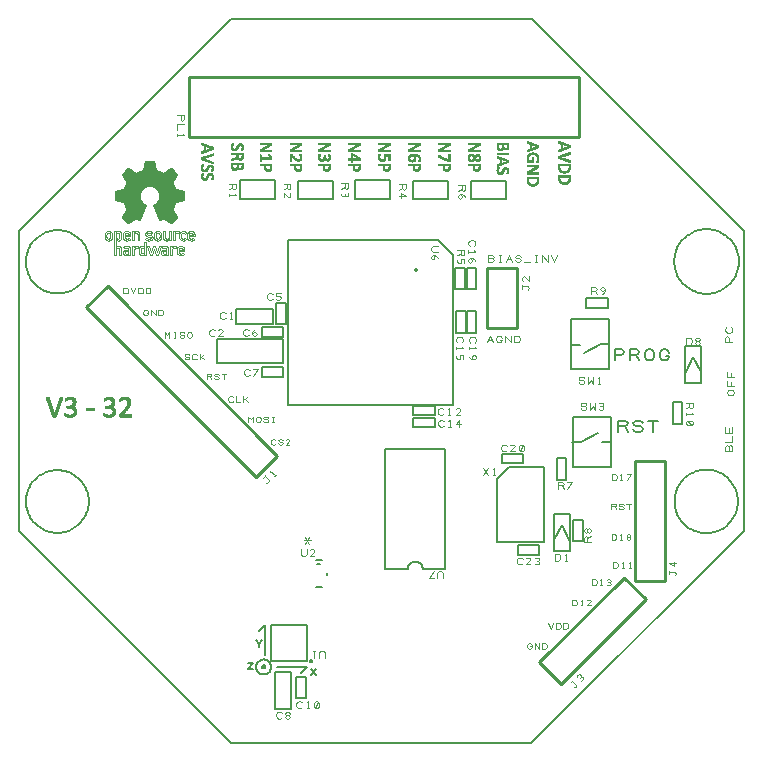
<source format=gto>
G04 EasyPC Gerber Version 20.0.2 Build 4112 *
G04 #@! TF.Part,Single*
G04 #@! TF.FileFunction,Legend,Top *
%FSLAX24Y24*%
%MOIN*%
%ADD11C,0.00100*%
%ADD12C,0.00300*%
%ADD10C,0.00500*%
%ADD13C,0.00600*%
%ADD106C,0.00800*%
%ADD14C,0.01000*%
X0Y0D02*
D02*
D10*
X1315Y9155D02*
X1258Y9153D01*
X1202Y9149*
X1146Y9141*
X1090Y9131*
X1035Y9117*
X981Y9100*
X928Y9081*
X876Y9058*
X825Y9033*
X776Y9005*
X728Y8975*
X682Y8942*
X638Y8906*
X596Y8868*
X555Y8828*
X518Y8786*
X482Y8742*
X449Y8696*
X419Y8648*
X391Y8599*
X365Y8548*
X343Y8496*
X324Y8443*
X307Y8389*
X293Y8334*
X283Y8278*
X275Y8222*
X270Y8165*
X269Y8109*
X270Y8052*
X275Y7996*
X283Y7940*
X293Y7884*
X307Y7829*
X323Y7775*
X343Y7722*
X365Y7670*
X391Y7619*
X418Y7569*
X449Y7522*
X482Y7476*
X517Y7431*
X555Y7389*
X595Y7349*
X637Y7311*
X682Y7276*
X728Y7243*
X775Y7212*
X825Y7184*
X875Y7159*
X927Y7137*
X981Y7117*
X1035Y7101*
X1090Y7087*
X1145Y7076*
X1202Y7069*
X1258Y7064*
X1315Y7062*
X1372Y7064*
X1428Y7068*
X1484Y7076*
X1540Y7087*
X1595Y7100*
X1649Y7117*
X1702Y7137*
X1754Y7159*
X1805Y7184*
X1854Y7212*
X1902Y7243*
X1948Y7276*
X1992Y7311*
X2034Y7349*
X2075Y7389*
X2112Y7431*
X2148Y7475*
X2181Y7521*
X2211Y7569*
X2239Y7618*
X2265Y7669*
X2287Y7721*
X2306Y7774*
X2323Y7829*
X2337Y7884*
X2347Y7939*
X2355Y7995*
X2360Y8052*
X2361Y8109*
X2360Y8165*
X2355Y8222*
X2347Y8278*
X2337Y8333*
X2323Y8388*
X2307Y8443*
X2287Y8496*
X2265Y8548*
X2239Y8599*
X2212Y8648*
X2181Y8696*
X2148Y8742*
X2113Y8786*
X2075Y8828*
X2035Y8868*
X1993Y8906*
X1948Y8941*
X1902Y8974*
X1855Y9005*
X1805Y9033*
X1755Y9058*
X1703Y9081*
X1649Y9100*
X1595Y9117*
X1540Y9130*
X1485Y9141*
X1428Y9149*
X1372Y9153*
X1315Y9155*
X1325Y17155D02*
X1268Y17153D01*
X1211Y17149*
X1154Y17141*
X1098Y17130*
X1042Y17116*
X988Y17100*
X934Y17080*
X881Y17057*
X830Y17032*
X780Y17004*
X732Y16973*
X686Y16940*
X641Y16904*
X599Y16866*
X558Y16825*
X520Y16783*
X484Y16738*
X451Y16692*
X420Y16643*
X392Y16594*
X366Y16542*
X344Y16490*
X324Y16436*
X307Y16381*
X293Y16326*
X283Y16270*
X275Y16213*
X270Y16156*
X269Y16099*
X270Y16042*
X275Y15985*
X283Y15928*
X293Y15872*
X307Y15816*
X324Y15762*
X344Y15708*
X366Y15655*
X392Y15604*
X420Y15554*
X450Y15506*
X484Y15460*
X520Y15415*
X558Y15372*
X598Y15332*
X641Y15294*
X685Y15258*
X732Y15225*
X780Y15194*
X830Y15166*
X881Y15140*
X934Y15117*
X987Y15098*
X1042Y15081*
X1098Y15067*
X1154Y15056*
X1210Y15049*
X1267Y15044*
X1325Y15042*
X1382Y15044*
X1439Y15049*
X1496Y15056*
X1552Y15067*
X1608Y15081*
X1662Y15098*
X1716Y15117*
X1769Y15140*
X1820Y15165*
X1870Y15193*
X1918Y15224*
X1964Y15258*
X2009Y15293*
X2051Y15332*
X2092Y15372*
X2130Y15415*
X2166Y15459*
X2199Y15506*
X2230Y15554*
X2258Y15604*
X2284Y15655*
X2306Y15707*
X2326Y15761*
X2343Y15816*
X2357Y15871*
X2367Y15928*
X2375Y15984*
X2380Y16041*
X2381Y16098*
X2380Y16156*
X2375Y16213*
X2367Y16269*
X2357Y16325*
X2343Y16381*
X2326Y16436*
X2306Y16489*
X2284Y16542*
X2258Y16593*
X2230Y16643*
X2200Y16691*
X2166Y16738*
X2130Y16782*
X2092Y16825*
X2052Y16865*
X2009Y16904*
X1965Y16939*
X1918Y16973*
X1870Y17004*
X1820Y17032*
X1769Y17057*
X1716Y17080*
X1663Y17100*
X1608Y17116*
X1552Y17130*
X1496Y17141*
X1440Y17149*
X1383Y17153*
X1325Y17155*
X6645Y12725D02*
X8845D01*
Y13525*
X6645*
Y12725*
X7845Y2514D02*
X7657D01*
X7845Y2739*
X7657*
X8039Y3251D02*
Y3364D01*
X7945Y3476*
X8039Y3364D02*
X8133Y3476D01*
X8245Y2595D02*
X8244Y2607D01*
X8239Y2618*
X8232Y2628*
X8223Y2636*
X8213Y2642*
X8201Y2645*
X8189*
X8177Y2642*
X8167Y2636*
X8158Y2628*
X8151Y2618*
X8146Y2607*
X8145Y2595*
X8146Y2583*
X8151Y2572*
X8158Y2562*
X8167Y2554*
X8177Y2548*
X8189Y2545*
X8201*
X8213Y2548*
X8223Y2554*
X8232Y2562*
X8239Y2572*
X8244Y2583*
X8245Y2595*
Y2995D02*
Y3995D01*
X8045Y3795*
X8445Y2595D02*
X8443Y2623D01*
X8439Y2651*
X8431Y2678*
X8420Y2703*
X8407Y2728*
X8391Y2751*
X8372Y2772*
X8351Y2790*
X8328Y2807*
X8304Y2820*
X8278Y2831*
X8251Y2839*
X8223Y2843*
X8195Y2845*
X8167Y2843*
X8139Y2839*
X8113Y2831*
X8087Y2820*
X8062Y2807*
X8039Y2791*
X8018Y2772*
X8000Y2751*
X7983Y2728*
X7970Y2704*
X7959Y2678*
X7951Y2651*
X7947Y2623*
X7945Y2595*
X7947Y2567*
X7951Y2539*
X7959Y2512*
X7970Y2487*
X7983Y2462*
X7999Y2439*
X8018Y2418*
X8039Y2400*
X8062Y2383*
X8086Y2370*
X8112Y2359*
X8139Y2351*
X8167Y2347*
X8195Y2345*
X8223Y2347*
X8251Y2351*
X8277Y2359*
X8303Y2370*
X8328Y2383*
X8351Y2399*
X8372Y2418*
X8390Y2439*
X8407Y2462*
X8420Y2486*
X8431Y2512*
X8439Y2539*
X8443Y2567*
X8445Y2595*
X8575Y18185D02*
X7405D01*
Y18810*
X8575*
Y18185*
X8645Y2595D02*
X9645D01*
X9445Y2395*
X8845Y12575D02*
Y12255D01*
X8135*
Y12575*
X8845*
Y13915D02*
Y13595D01*
X8135*
Y13915*
X8845*
X8925Y14025D02*
X8605D01*
Y14735*
X8925*
Y14025*
X9605Y1555D02*
X9285D01*
Y2265*
X9605*
Y1555*
X9645Y2788D02*
X8438D01*
Y3995*
X9645*
Y2788*
X9795Y2765D02*
X9804Y2771D01*
X9812Y2779*
X9816Y2788*
X9818Y2799*
X9817Y2810*
X9813Y2820*
X9806Y2828*
X9797Y2834*
X9786Y2838*
X9776Y2838*
X9765Y2835*
X9756Y2829*
X9748Y2821*
X9744Y2812*
X9742Y2801*
X9743Y2790*
X9747Y2780*
X9754Y2772*
X9763Y2766*
X9774Y2762*
X9784Y2762*
X9795Y2765*
X9945Y2539D02*
X9757Y2314D01*
X9945D02*
X9757Y2539D01*
X10495Y18175D02*
X9325D01*
Y18800*
X10495*
Y18175*
X12245Y5855D02*
X12995D01*
X12997Y5883*
X13001Y5911*
X13009Y5938*
X13020Y5963*
X13033Y5988*
X13049Y6011*
X13068Y6032*
X13089Y6050*
X13112Y6067*
X13136Y6080*
X13162Y6091*
X13189Y6099*
X13217Y6103*
X13245Y6105*
X13273Y6103*
X13301Y6099*
X13328Y6091*
X13353Y6080*
X13378Y6067*
X13401Y6051*
X13422Y6032*
X13440Y6011*
X13457Y5988*
X13470Y5964*
X13481Y5938*
X13489Y5911*
X13493Y5883*
X13495Y5855*
X14245*
Y9855*
X12245*
Y5855*
X12415Y18185D02*
X11245D01*
Y18810*
X12415*
Y18185*
X13185Y10575D02*
Y10895D01*
X13895*
Y10575*
X13185*
Y10975D02*
Y11295D01*
X13895*
Y10975*
X13185*
X14335Y18175D02*
X13165D01*
Y18800*
X14335*
Y18175*
X14605Y14445D02*
X14925D01*
Y13735*
X14605*
Y14445*
X14905Y15185D02*
X14585D01*
Y15895*
X14905*
Y15185*
X14955Y15905D02*
X15275D01*
Y15195*
X14955*
Y15905*
X14965Y14445D02*
X15285D01*
Y13735*
X14965*
Y14445*
X15965Y8865D02*
Y6745D01*
X17545*
Y9265*
X16365*
X15965Y8865*
X16135Y9385D02*
Y9705D01*
X16845*
Y9385*
X16135*
X16275Y18175D02*
X15105D01*
Y18800*
X16275*
Y18175*
X17135Y24195D02*
X7115D01*
X35Y17115*
Y7125*
X7105Y55*
X17115*
X24195Y7135*
Y17125*
X23795Y17525*
X17135Y24195*
X17385Y6645D02*
Y6325D01*
X16675*
Y6645*
X17385*
X17870Y7690D02*
X18400D01*
Y6460*
X17870*
Y7690*
X17885Y6825D02*
X18135Y7325D01*
X18385Y6825*
X17955Y9545D02*
X18275D01*
Y8835*
X17955*
Y9545*
X18445Y12525D02*
X19705D01*
Y14175*
X18445*
Y12525*
X18465Y13335D02*
X18745D01*
X18485Y10095D02*
X18755D01*
X19335Y10395*
X18505Y7485D02*
X18825D01*
Y6775*
X18505*
Y7485*
X19655Y14885D02*
Y14565D01*
X18945*
Y14885*
X19655*
X19715Y13345D02*
X19445D01*
X18865Y13045*
X19735Y10105D02*
X19455D01*
X19755Y10915D02*
X18495D01*
Y9265*
X19755*
Y10915*
X19895Y12809D02*
Y13184D01*
X20114*
X20176Y13153*
X20208Y13090*
X20176Y13028*
X20114Y12996*
X19895*
X20395Y12809D02*
Y13184D01*
X20614*
X20676Y13153*
X20708Y13090*
X20676Y13028*
X20614Y12996*
X20395*
X20614D02*
X20708Y12809D01*
X20895Y12934D02*
Y13059D01*
X20926Y13121*
X20958Y13153*
X21020Y13184*
X21083*
X21145Y13153*
X21176Y13121*
X21208Y13059*
Y12934*
X21176Y12871*
X21145Y12840*
X21083Y12809*
X21020*
X20958Y12840*
X20926Y12871*
X20895Y12934*
X21614Y12965D02*
X21708D01*
Y12934*
X21676Y12871*
X21645Y12840*
X21583Y12809*
X21520*
X21458Y12840*
X21426Y12871*
X21395Y12934*
Y13059*
X21426Y13121*
X21458Y13153*
X21520Y13184*
X21583*
X21645Y13153*
X21676Y13121*
X21708Y13059*
X20015Y10429D02*
Y10804D01*
X20234*
X20296Y10773*
X20328Y10710*
X20296Y10648*
X20234Y10616*
X20015*
X20234D02*
X20328Y10429D01*
X20515Y10523D02*
X20546Y10460D01*
X20609Y10429*
X20734*
X20796Y10460*
X20828Y10523*
X20796Y10585*
X20734Y10616*
X20609*
X20546Y10648*
X20515Y10710*
X20546Y10773*
X20609Y10804*
X20734*
X20796Y10773*
X20828Y10710*
X21171Y10429D02*
Y10804D01*
X21015D02*
X21328D01*
X22145Y10705D02*
X21825D01*
Y11415*
X22145*
Y10705*
X22240Y13280D02*
X22770D01*
Y12050*
X22240*
Y13280*
X22255Y12415D02*
X22505Y12915D01*
X22755Y12415*
X22945Y9168D02*
X22888Y9166D01*
X22831Y9161*
X22774Y9154*
X22718Y9143*
X22662Y9129*
X22608Y9112*
X22554Y9093*
X22501Y9070*
X22450Y9045*
X22400Y9017*
X22352Y8986*
X22306Y8952*
X22261Y8917*
X22219Y8878*
X22178Y8838*
X22140Y8795*
X22104Y8751*
X22071Y8704*
X22040Y8656*
X22012Y8606*
X21986Y8555*
X21964Y8503*
X21944Y8449*
X21927Y8394*
X21913Y8339*
X21903Y8282*
X21895Y8226*
X21890Y8169*
X21889Y8112*
X21890Y8054*
X21895Y7997*
X21903Y7941*
X21913Y7885*
X21927Y7829*
X21944Y7774*
X21964Y7721*
X21986Y7668*
X22012Y7617*
X22040Y7567*
X22070Y7519*
X22104Y7472*
X22140Y7428*
X22178Y7385*
X22218Y7345*
X22261Y7306*
X22305Y7271*
X22352Y7237*
X22400Y7206*
X22450Y7178*
X22501Y7153*
X22554Y7130*
X22607Y7110*
X22662Y7094*
X22718Y7080*
X22774Y7069*
X22830Y7061*
X22887Y7057*
X22945Y7055*
X23002Y7057*
X23059Y7061*
X23116Y7069*
X23172Y7080*
X23228Y7094*
X23282Y7110*
X23336Y7130*
X23389Y7153*
X23440Y7178*
X23490Y7206*
X23538Y7237*
X23584Y7270*
X23629Y7306*
X23671Y7344*
X23712Y7385*
X23750Y7427*
X23786Y7472*
X23819Y7518*
X23850Y7567*
X23878Y7616*
X23904Y7668*
X23926Y7720*
X23946Y7774*
X23963Y7829*
X23977Y7884*
X23987Y7940*
X23995Y7997*
X24000Y8054*
X24001Y8111*
X24000Y8168*
X23995Y8225*
X23987Y8282*
X23977Y8338*
X23963Y8394*
X23946Y8448*
X23926Y8502*
X23904Y8555*
X23878Y8606*
X23850Y8656*
X23820Y8704*
X23786Y8750*
X23750Y8795*
X23712Y8838*
X23672Y8878*
X23629Y8916*
X23585Y8952*
X23538Y8985*
X23490Y9016*
X23440Y9044*
X23389Y9070*
X23336Y9093*
X23283Y9112*
X23228Y9129*
X23172Y9143*
X23116Y9154*
X23060Y9161*
X23003Y9166*
X22945Y9168*
X22955Y17188D02*
X22898Y17186D01*
X22841Y17182*
X22784Y17174*
X22728Y17163*
X22672Y17150*
X22617Y17133*
X22563Y17114*
X22510Y17091*
X22459Y17066*
X22409Y17039*
X22360Y17008*
X22313Y16975*
X22268Y16940*
X22225Y16902*
X22184Y16862*
X22145Y16820*
X22109Y16776*
X22074Y16730*
X22043Y16682*
X22014Y16633*
X21987Y16582*
X21963Y16530*
X21943Y16477*
X21925Y16422*
X21909Y16367*
X21897Y16311*
X21888Y16255*
X21882Y16198*
X21879Y16140*
X21879Y16083*
X21882Y16026*
X21888Y15969*
X21897Y15912*
X21909Y15856*
X21924Y15801*
X21942Y15747*
X21963Y15693*
X21987Y15641*
X22013Y15590*
X22042Y15541*
X22074Y15493*
X22108Y15447*
X22145Y15403*
X22183Y15361*
X22224Y15321*
X22267Y15283*
X22313Y15248*
X22359Y15215*
X22408Y15184*
X22458Y15157*
X22510Y15131*
X22562Y15109*
X22616Y15090*
X22671Y15073*
X22727Y15059*
X22783Y15049*
X22840Y15041*
X22897Y15037*
X22955Y15035*
X23012Y15037*
X23069Y15041*
X23126Y15049*
X23182Y15059*
X23238Y15073*
X23293Y15089*
X23347Y15109*
X23400Y15131*
X23451Y15156*
X23501Y15184*
X23550Y15214*
X23597Y15247*
X23642Y15283*
X23685Y15320*
X23726Y15360*
X23765Y15402*
X23801Y15446*
X23836Y15492*
X23867Y15540*
X23896Y15590*
X23923Y15640*
X23947Y15693*
X23967Y15746*
X23985Y15800*
X24001Y15856*
X24013Y15912*
X24022Y15968*
X24028Y16025*
X24031Y16082*
X24031Y16140*
X24028Y16197*
X24022Y16254*
X24013Y16310*
X24001Y16366*
X23986Y16422*
X23968Y16476*
X23947Y16529*
X23923Y16582*
X23897Y16632*
X23868Y16682*
X23836Y16730*
X23802Y16776*
X23765Y16820*
X23727Y16862*
X23686Y16902*
X23643Y16940*
X23597Y16975*
X23551Y17008*
X23502Y17038*
X23452Y17066*
X23400Y17091*
X23348Y17114*
X23294Y17133*
X23239Y17150*
X23183Y17163*
X23127Y17174*
X23070Y17182*
X23013Y17186*
X22955Y17188*
D02*
D11*
X1262Y10955D02*
X1260Y10950D01*
X1257Y10946*
X1253Y10943*
X1247Y10941*
X1240Y10939*
X1231Y10938*
X1220Y10937*
X1207*
X1197*
X1188*
X1181Y10938*
X1174Y10938*
X1168Y10940*
X1163Y10941*
X1160Y10942*
X1156Y10944*
X1154Y10946*
X1152Y10949*
X1150Y10952*
X1148Y10956*
X937Y11557*
X934Y11566*
X933Y11574*
X933Y11581*
X937Y11585*
X939Y11586*
X942Y11588*
X947Y11588*
X951Y11589*
X956Y11590*
X963*
X970Y11590*
X978*
X985*
X991*
X996Y11590*
X1000*
X1008Y11588*
X1013Y11587*
X1018Y11584*
X1020Y11582*
X1022Y11577*
X1024Y11573*
X1210Y11029*
X1390Y11572*
X1392Y11577*
X1394Y11581*
X1397Y11584*
X1401Y11587*
X1407Y11588*
X1415Y11590*
X1420*
X1425Y11590*
X1432*
X1439*
X1446*
X1453Y11590*
X1458*
X1463Y11589*
X1467Y11588*
X1471Y11587*
X1473Y11586*
X1476Y11584*
X1478Y11580*
X1478Y11574*
X1477Y11566*
X1473Y11556*
X1262Y10955*
X1953Y11125D02*
X1951Y11103D01*
X1949Y11082*
X1944Y11063*
X1937Y11045*
X1929Y11028*
X1918Y11012*
X1906Y10997*
X1893Y10984*
X1878Y10971*
X1860Y10961*
X1841Y10952*
X1821Y10944*
X1799Y10938*
X1776Y10934*
X1751Y10931*
X1725Y10931*
X1709*
X1694Y10932*
X1679Y10934*
X1665Y10936*
X1651Y10938*
X1638Y10941*
X1625Y10945*
X1614Y10948*
X1603Y10952*
X1594Y10956*
X1586Y10959*
X1578Y10963*
X1571Y10966*
X1566Y10970*
X1562Y10973*
X1560Y10974*
X1556Y10978*
X1554Y10981*
X1552Y10985*
X1550Y10990*
X1549Y10995*
X1548Y11002*
X1547Y11010*
Y11020*
Y11028*
X1549Y11035*
X1549Y11041*
X1551Y11045*
X1553Y11048*
X1555Y11050*
X1558Y11051*
X1561Y11052*
X1564Y11051*
X1568Y11050*
X1573Y11048*
X1580Y11044*
X1586Y11040*
X1595Y11035*
X1604Y11031*
X1614Y11026*
X1625Y11022*
X1637Y11018*
X1650Y11014*
X1664Y11009*
X1679Y11006*
X1694Y11003*
X1710Y11002*
X1727Y11001*
X1744Y11002*
X1759Y11003*
X1774Y11006*
X1787Y11010*
X1799Y11015*
X1810Y11020*
X1821Y11026*
X1830Y11034*
X1838Y11042*
X1845Y11051*
X1851Y11061*
X1856Y11070*
X1860Y11081*
X1862Y11093*
X1864Y11104*
X1865Y11117*
X1864Y11130*
X1862Y11143*
X1859Y11155*
X1854Y11166*
X1848Y11177*
X1840Y11187*
X1831Y11196*
X1821Y11205*
X1810Y11212*
X1797Y11219*
X1784Y11224*
X1768Y11229*
X1752Y11233*
X1735Y11235*
X1717Y11237*
X1697Y11238*
X1634*
X1630Y11238*
X1626Y11239*
X1622Y11242*
X1619Y11245*
X1616Y11250*
X1614Y11255*
X1613Y11263*
X1613Y11272*
X1613Y11281*
X1614Y11288*
X1616Y11294*
X1618Y11298*
X1621Y11301*
X1625Y11303*
X1629Y11305*
X1633Y11305*
X1689*
X1705Y11306*
X1721Y11307*
X1735Y11310*
X1748Y11314*
X1761Y11319*
X1773Y11324*
X1783Y11331*
X1793Y11338*
X1801Y11347*
X1809Y11356*
X1815Y11366*
X1821Y11377*
X1825Y11388*
X1828Y11400*
X1830Y11413*
X1831Y11427*
X1830Y11436*
X1829Y11446*
X1827Y11456*
X1824Y11465*
X1820Y11474*
X1816Y11482*
X1810Y11490*
X1804Y11497*
X1798Y11504*
X1790Y11509*
X1781Y11514*
X1771Y11518*
X1761Y11522*
X1749Y11524*
X1737Y11526*
X1724Y11526*
X1710Y11526*
X1697Y11524*
X1683Y11521*
X1671Y11518*
X1660Y11513*
X1649Y11509*
X1638Y11504*
X1628Y11499*
X1619Y11494*
X1611Y11489*
X1603Y11484*
X1597Y11480*
X1591Y11476*
X1586Y11473*
X1582Y11472*
X1579Y11471*
X1576*
X1573Y11472*
X1571Y11474*
X1568Y11477*
X1567Y11482*
X1566Y11488*
X1565Y11496*
Y11505*
Y11513*
X1566Y11519*
X1566Y11524*
X1567Y11529*
X1571Y11537*
X1574Y11540*
X1578Y11545*
X1581Y11548*
X1585Y11551*
X1591Y11554*
X1597Y11559*
X1605Y11563*
X1613Y11568*
X1622Y11572*
X1633Y11576*
X1644Y11581*
X1656Y11584*
X1668Y11588*
X1682Y11591*
X1696Y11593*
X1711Y11595*
X1726Y11596*
X1741Y11597*
X1763Y11596*
X1784Y11594*
X1803Y11590*
X1821Y11585*
X1837Y11579*
X1852Y11571*
X1865Y11563*
X1878Y11553*
X1888Y11542*
X1897Y11530*
X1905Y11516*
X1912Y11502*
X1917Y11487*
X1920Y11472*
X1922Y11455*
X1923Y11438*
X1922Y11422*
X1921Y11408*
X1918Y11394*
X1915Y11381*
X1910Y11368*
X1905Y11356*
X1898Y11345*
X1891Y11334*
X1883Y11324*
X1874Y11316*
X1864Y11307*
X1853Y11300*
X1841Y11293*
X1829Y11288*
X1815Y11283*
X1801Y11280*
Y11279*
X1818Y11277*
X1833Y11273*
X1848Y11268*
X1862Y11262*
X1876Y11255*
X1889Y11247*
X1899Y11238*
X1910Y11229*
X1920Y11219*
X1928Y11207*
X1936Y11195*
X1942Y11182*
X1946Y11169*
X1950Y11154*
X1952Y11140*
X1953Y11125*
X2526Y11192D02*
Y11184D01*
X2524Y11176*
X2523Y11170*
X2521Y11165*
X2519Y11162*
X2516Y11160*
X2512Y11159*
X2508Y11158*
X2299*
X2295Y11159*
X2291Y11160*
X2288Y11162*
X2285Y11166*
X2283Y11170*
X2282Y11176*
X2281Y11184*
Y11192*
Y11201*
X2282Y11209*
X2283Y11214*
X2285Y11219*
X2288Y11222*
X2291Y11225*
X2295Y11226*
X2299Y11227*
X2508*
X2512Y11226*
X2515Y11225*
X2518Y11223*
X2521Y11219*
X2523Y11214*
X2524Y11208*
X2526Y11201*
Y11192*
X3248Y11125D02*
X3247Y11103D01*
X3244Y11082*
X3239Y11063*
X3233Y11045*
X3224Y11028*
X3214Y11012*
X3201Y10997*
X3188Y10984*
X3173Y10971*
X3156Y10961*
X3137Y10952*
X3117Y10944*
X3095Y10938*
X3071Y10934*
X3046Y10931*
X3020Y10931*
X3004*
X2989Y10932*
X2974Y10934*
X2960Y10936*
X2946Y10938*
X2933Y10941*
X2921Y10945*
X2910Y10948*
X2899Y10952*
X2889Y10956*
X2881Y10959*
X2873Y10963*
X2866Y10966*
X2861Y10970*
X2857Y10973*
X2855Y10974*
X2852Y10978*
X2849Y10981*
X2847Y10985*
X2846Y10990*
X2844Y10995*
X2843Y11002*
X2842Y11010*
Y11020*
Y11028*
X2844Y11035*
X2844Y11041*
X2846Y11045*
X2848Y11048*
X2850Y11050*
X2853Y11051*
X2857Y11052*
X2859Y11051*
X2863Y11050*
X2868Y11048*
X2875Y11044*
X2882Y11040*
X2890Y11035*
X2899Y11031*
X2910Y11026*
X2921Y11022*
X2932Y11018*
X2946Y11014*
X2959Y11009*
X2974Y11006*
X2989Y11003*
X3005Y11002*
X3023Y11001*
X3039Y11002*
X3054Y11003*
X3069Y11006*
X3082Y11010*
X3095Y11015*
X3106Y11020*
X3116Y11026*
X3125Y11034*
X3133Y11042*
X3140Y11051*
X3146Y11061*
X3151Y11070*
X3155Y11081*
X3157Y11093*
X3159Y11104*
X3160Y11117*
X3159Y11130*
X3157Y11143*
X3154Y11155*
X3149Y11166*
X3143Y11177*
X3135Y11187*
X3126Y11196*
X3116Y11205*
X3105Y11212*
X3092Y11219*
X3079Y11224*
X3063Y11229*
X3048Y11233*
X3030Y11235*
X3012Y11237*
X2993Y11238*
X2929*
X2925Y11238*
X2921Y11239*
X2918Y11242*
X2915Y11245*
X2911Y11250*
X2910Y11255*
X2908Y11263*
X2908Y11272*
X2908Y11281*
X2909Y11288*
X2911Y11294*
X2913Y11298*
X2916Y11301*
X2920Y11303*
X2924Y11305*
X2928Y11305*
X2984*
X3001Y11306*
X3016Y11307*
X3030Y11310*
X3043Y11314*
X3056Y11319*
X3068Y11324*
X3078Y11331*
X3088Y11338*
X3096Y11347*
X3104Y11356*
X3110Y11366*
X3116Y11377*
X3120Y11388*
X3123Y11400*
X3125Y11413*
X3126Y11427*
X3125Y11436*
X3124Y11446*
X3122Y11456*
X3119Y11465*
X3115Y11474*
X3111Y11482*
X3106Y11490*
X3099Y11497*
X3093Y11504*
X3085Y11509*
X3076Y11514*
X3066Y11518*
X3056Y11522*
X3045Y11524*
X3032Y11526*
X3019Y11526*
X3005Y11526*
X2992Y11524*
X2979Y11521*
X2966Y11518*
X2955Y11513*
X2944Y11509*
X2933Y11504*
X2923Y11499*
X2914Y11494*
X2906Y11489*
X2899Y11484*
X2892Y11480*
X2886Y11476*
X2881Y11473*
X2877Y11472*
X2874Y11471*
X2871*
X2868Y11472*
X2866Y11474*
X2863Y11477*
X2862Y11482*
X2861Y11488*
X2860Y11496*
Y11505*
Y11513*
X2861Y11519*
X2861Y11524*
X2863Y11529*
X2866Y11537*
X2869Y11540*
X2873Y11545*
X2876Y11548*
X2880Y11551*
X2886Y11554*
X2892Y11559*
X2900Y11563*
X2908Y11568*
X2918Y11572*
X2928Y11576*
X2939Y11581*
X2951Y11584*
X2963Y11588*
X2977Y11591*
X2991Y11593*
X3006Y11595*
X3021Y11596*
X3037Y11597*
X3059Y11596*
X3079Y11594*
X3098Y11590*
X3116Y11585*
X3132Y11579*
X3147Y11571*
X3160Y11563*
X3173Y11553*
X3183Y11542*
X3192Y11530*
X3200Y11516*
X3207Y11502*
X3212Y11487*
X3215Y11472*
X3217Y11455*
X3218Y11438*
X3217Y11422*
X3216Y11408*
X3214Y11394*
X3210Y11381*
X3206Y11368*
X3200Y11356*
X3193Y11345*
X3186Y11334*
X3178Y11324*
X3169Y11316*
X3159Y11307*
X3148Y11300*
X3137Y11293*
X3124Y11288*
X3110Y11283*
X3096Y11280*
Y11279*
X3113Y11277*
X3128Y11273*
X3143Y11268*
X3157Y11262*
X3171Y11255*
X3184Y11247*
X3195Y11238*
X3205Y11229*
X3215Y11219*
X3223Y11207*
X3231Y11195*
X3237Y11182*
X3242Y11169*
X3245Y11154*
X3247Y11140*
X3248Y11125*
X3772Y10977D02*
Y10969D01*
X3771Y10961*
X3770Y10955*
X3767Y10949*
X3765Y10945*
X3761Y10943*
X3757Y10941*
X3753Y10940*
X3395*
X3389Y10941*
X3383Y10942*
X3378Y10945*
X3374Y10948*
X3371Y10952*
X3369Y10959*
X3367Y10968*
X3367Y10978*
Y10987*
X3367Y10995*
X3369Y11003*
X3371Y11009*
X3374Y11014*
X3377Y11020*
X3382Y11026*
X3388Y11032*
X3517Y11165*
X3538Y11188*
X3557Y11209*
X3574Y11229*
X3589Y11248*
X3602Y11266*
X3613Y11283*
X3623Y11299*
X3631Y11314*
X3638Y11329*
X3643Y11343*
X3648Y11357*
X3650Y11369*
X3654Y11393*
X3655Y11415*
X3654Y11426*
X3653Y11436*
X3651Y11446*
X3648Y11455*
X3644Y11465*
X3639Y11474*
X3633Y11482*
X3627Y11489*
X3619Y11496*
X3612Y11502*
X3602Y11507*
X3593Y11512*
X3582Y11516*
X3570Y11518*
X3558Y11520*
X3545Y11521*
X3530Y11520*
X3515Y11518*
X3501Y11516*
X3488Y11512*
X3476Y11508*
X3465Y11504*
X3454Y11499*
X3444Y11494*
X3435Y11489*
X3427Y11484*
X3419Y11480*
X3413Y11476*
X3407Y11472*
X3402Y11469*
X3397Y11468*
X3394Y11467*
X3391Y11468*
X3388Y11469*
X3385Y11471*
X3383Y11476*
X3381Y11480*
X3380Y11487*
X3379Y11496*
Y11505*
Y11512*
X3380Y11518*
X3380Y11524*
X3381Y11528*
X3384Y11535*
X3388Y11540*
X3392Y11544*
X3396Y11547*
X3401Y11551*
X3406Y11554*
X3413Y11559*
X3421Y11563*
X3430Y11567*
X3439Y11572*
X3450Y11576*
X3474Y11584*
X3499Y11591*
X3513Y11593*
X3527Y11595*
X3541Y11596*
X3555Y11597*
X3579Y11596*
X3600Y11593*
X3619Y11590*
X3638Y11584*
X3655Y11576*
X3670Y11568*
X3684Y11559*
X3696Y11548*
X3707Y11535*
X3716Y11523*
X3725Y11509*
X3731Y11494*
X3736Y11479*
X3740Y11462*
X3742Y11446*
X3743Y11429*
X3742Y11413*
X3742Y11398*
X3740Y11383*
X3737Y11367*
X3734Y11352*
X3729Y11335*
X3722Y11318*
X3714Y11300*
X3704Y11282*
X3692Y11263*
X3678Y11242*
X3663Y11221*
X3654Y11210*
X3644Y11198*
X3634Y11186*
X3624Y11174*
X3612Y11161*
X3600Y11148*
X3587Y11134*
X3573Y11120*
X3471Y11014*
X3753*
X3757Y11013*
X3760Y11011*
X3764Y11009*
X3767Y11004*
X3769Y10999*
X3771Y10993*
X3772Y10986*
Y10977*
X1660Y10937D02*
X1790D01*
X2956D02*
X3085D01*
X1154Y10946D02*
X1256D01*
X1621D02*
X1827D01*
X2916D02*
X3122D01*
X3376D02*
X3765D01*
X1148Y10955D02*
X1262D01*
X1594D02*
X1849D01*
X2890D02*
X3144D01*
X3370D02*
X3770D01*
X1145Y10965D02*
X1266D01*
X1575D02*
X1867D01*
X2870D02*
X3162D01*
X3368D02*
X3771D01*
X1142Y10974D02*
X1269D01*
X1560D02*
X1881D01*
X2855D02*
X3176D01*
X3367D02*
X3772D01*
X1138Y10984D02*
X1272D01*
X1553D02*
X1893D01*
X2848D02*
X3188D01*
X3367D02*
X3772D01*
X1135Y10993D02*
X1276D01*
X1550D02*
X1902D01*
X2845D02*
X3197D01*
X3367D02*
X3771D01*
X1132Y11002D02*
X1279D01*
X1548D02*
X1705D01*
X1749D02*
X1911D01*
X2843D02*
X3000D01*
X3044D02*
X3206D01*
X3369D02*
X3768D01*
X1128Y11012D02*
X1282D01*
X1547D02*
X1656D01*
X1791D02*
X1918D01*
X2842D02*
X2951D01*
X3087D02*
X3214D01*
X3373D02*
X3759D01*
X1125Y11021D02*
X1286D01*
X1547D02*
X1628D01*
X1812D02*
X1925D01*
X2842D02*
X2923D01*
X3107D02*
X3220D01*
X3378D02*
X3478D01*
X1122Y11030D02*
X1209D01*
X1210D02*
X1289D01*
X1548D02*
X1606D01*
X1826D02*
X1930D01*
X2843D02*
X2901D01*
X3121D02*
X3225D01*
X3386D02*
X3487D01*
X1119Y11040D02*
X1206D01*
X1213D02*
X1292D01*
X1549D02*
X1586D01*
X1836D02*
X1935D01*
X2844D02*
X2882D01*
X3131D02*
X3230D01*
X3395D02*
X3496D01*
X1115Y11049D02*
X1203D01*
X1217D02*
X1295D01*
X1554D02*
X1570D01*
X1844D02*
X1939D01*
X2849D02*
X2865D01*
X3139D02*
X3234D01*
X3404D02*
X3505D01*
X1112Y11059D02*
X1200D01*
X1220D02*
X1299D01*
X1850D02*
X1942D01*
X3145D02*
X3238D01*
X3413D02*
X3514D01*
X1109Y11068D02*
X1196D01*
X1223D02*
X1302D01*
X1855D02*
X1945D01*
X3150D02*
X3240D01*
X3422D02*
X3523D01*
X1105Y11077D02*
X1193D01*
X1226D02*
X1305D01*
X1859D02*
X1948D01*
X3154D02*
X3243D01*
X3431D02*
X3532D01*
X1102Y11087D02*
X1190D01*
X1229D02*
X1309D01*
X1861D02*
X1949D01*
X3156D02*
X3245D01*
X3440D02*
X3541D01*
X1099Y11096D02*
X1187D01*
X1232D02*
X1312D01*
X1863D02*
X1951D01*
X3158D02*
X3246D01*
X3449D02*
X3550D01*
X1096Y11105D02*
X1184D01*
X1235D02*
X1315D01*
X1864D02*
X1951D01*
X3159D02*
X3247D01*
X3459D02*
X3559D01*
X1092Y11115D02*
X1181D01*
X1238D02*
X1318D01*
X1865D02*
X1952D01*
X3160D02*
X3247D01*
X3468D02*
X3568D01*
X1089Y11124D02*
X1177D01*
X1242D02*
X1322D01*
X1864D02*
X1953D01*
X3160D02*
X3248D01*
X3477D02*
X3577D01*
X1086Y11134D02*
X1174D01*
X1245D02*
X1325D01*
X1863D02*
X1952D01*
X3159D02*
X3247D01*
X3486D02*
X3586D01*
X1082Y11143D02*
X1171D01*
X1248D02*
X1328D01*
X1862D02*
X1951D01*
X3157D02*
X3247D01*
X3495D02*
X3595D01*
X1079Y11152D02*
X1168D01*
X1251D02*
X1332D01*
X1859D02*
X1950D01*
X3154D02*
X3245D01*
X3504D02*
X3604D01*
X1076Y11162D02*
X1165D01*
X1254D02*
X1335D01*
X1856D02*
X1948D01*
X2289D02*
X2518D01*
X3151D02*
X3243D01*
X3513D02*
X3612D01*
X1072Y11171D02*
X1161D01*
X1257D02*
X1338D01*
X1851D02*
X1946D01*
X2283D02*
X2524D01*
X3146D02*
X3241D01*
X3522D02*
X3621D01*
X1069Y11180D02*
X1158D01*
X1260D02*
X1341D01*
X1845D02*
X1942D01*
X2282D02*
X2525D01*
X3140D02*
X3237D01*
X3531D02*
X3629D01*
X1066Y11190D02*
X1155D01*
X1263D02*
X1345D01*
X1837D02*
X1938D01*
X2281D02*
X2526D01*
X3132D02*
X3233D01*
X3540D02*
X3637D01*
X1063Y11199D02*
X1152D01*
X1266D02*
X1348D01*
X1827D02*
X1933D01*
X2281D02*
X2526D01*
X3123D02*
X3228D01*
X3548D02*
X3645D01*
X1059Y11208D02*
X1149D01*
X1270D02*
X1351D01*
X1815D02*
X1927D01*
X2282D02*
X2524D01*
X3110D02*
X3222D01*
X3557D02*
X3652D01*
X1056Y11218D02*
X1145D01*
X1273D02*
X1355D01*
X1798D02*
X1920D01*
X2285D02*
X2522D01*
X3094D02*
X3215D01*
X3565D02*
X3660D01*
X1053Y11227D02*
X1142D01*
X1276D02*
X1358D01*
X1774D02*
X1912D01*
X3069D02*
X3207D01*
X3573D02*
X3667D01*
X1049Y11237D02*
X1139D01*
X1279D02*
X1361D01*
X1720D02*
X1901D01*
X3015D02*
X3196D01*
X3580D02*
X3674D01*
X1046Y11246D02*
X1136D01*
X1282D02*
X1365D01*
X1619D02*
X1890D01*
X2914D02*
X3185D01*
X3587D02*
X3680D01*
X1043Y11255D02*
X1133D01*
X1285D02*
X1368D01*
X1614D02*
X1876D01*
X2910D02*
X3171D01*
X3594D02*
X3687D01*
X1040Y11265D02*
X1129D01*
X1288D02*
X1371D01*
X1613D02*
X1856D01*
X2908D02*
X3151D01*
X3601D02*
X3693D01*
X1036Y11274D02*
X1126D01*
X1291D02*
X1374D01*
X1613D02*
X1828D01*
X2908D02*
X3123D01*
X3608D02*
X3699D01*
X1033Y11283D02*
X1123D01*
X1294D02*
X1378D01*
X1613D02*
X1815D01*
X2909D02*
X3110D01*
X3614D02*
X3705D01*
X1030Y11293D02*
X1120D01*
X1298D02*
X1381D01*
X1615D02*
X1841D01*
X2911D02*
X3136D01*
X3619D02*
X3710D01*
X1026Y11302D02*
X1117D01*
X1301D02*
X1384D01*
X1623D02*
X1857D01*
X2918D02*
X3152D01*
X3624D02*
X3715D01*
X1023Y11312D02*
X1113D01*
X1304D02*
X1388D01*
X1740D02*
X1869D01*
X3035D02*
X3164D01*
X3629D02*
X3719D01*
X1020Y11321D02*
X1110D01*
X1307D02*
X1391D01*
X1766D02*
X1880D01*
X3061D02*
X3175D01*
X3634D02*
X3723D01*
X1016Y11330D02*
X1107D01*
X1310D02*
X1394D01*
X1782D02*
X1888D01*
X3077D02*
X3183D01*
X3638D02*
X3727D01*
X1013Y11340D02*
X1104D01*
X1313D02*
X1397D01*
X1794D02*
X1895D01*
X3089D02*
X3190D01*
X3642D02*
X3730D01*
X1010Y11349D02*
X1101D01*
X1316D02*
X1401D01*
X1803D02*
X1901D01*
X3098D02*
X3196D01*
X3645D02*
X3733D01*
X1007Y11358D02*
X1097D01*
X1319D02*
X1404D01*
X1811D02*
X1906D01*
X3106D02*
X3201D01*
X3648D02*
X3735D01*
X1003Y11368D02*
X1094D01*
X1323D02*
X1407D01*
X1816D02*
X1910D01*
X3111D02*
X3205D01*
X3650D02*
X3737D01*
X1000Y11377D02*
X1091D01*
X1326D02*
X1411D01*
X1821D02*
X1914D01*
X3116D02*
X3209D01*
X3651D02*
X3739D01*
X997Y11386D02*
X1088D01*
X1329D02*
X1414D01*
X1824D02*
X1916D01*
X3120D02*
X3211D01*
X3653D02*
X3740D01*
X993Y11396D02*
X1085D01*
X1332D02*
X1417D01*
X1827D02*
X1919D01*
X3122D02*
X3214D01*
X3654D02*
X3741D01*
X990Y11405D02*
X1081D01*
X1335D02*
X1420D01*
X1829D02*
X1920D01*
X3124D02*
X3215D01*
X3654D02*
X3742D01*
X987Y11415D02*
X1078D01*
X1338D02*
X1424D01*
X1830D02*
X1921D01*
X3125D02*
X3217D01*
X3655D02*
X3742D01*
X984Y11424D02*
X1075D01*
X1341D02*
X1427D01*
X1830D02*
X1922D01*
X3126D02*
X3217D01*
X3654D02*
X3743D01*
X980Y11433D02*
X1072D01*
X1344D02*
X1430D01*
X1830D02*
X1923D01*
X3125D02*
X3218D01*
X3653D02*
X3743D01*
X977Y11443D02*
X1069D01*
X1347D02*
X1434D01*
X1829D02*
X1923D01*
X3124D02*
X3218D01*
X3651D02*
X3742D01*
X974Y11452D02*
X1066D01*
X1351D02*
X1437D01*
X1828D02*
X1922D01*
X3123D02*
X3217D01*
X3649D02*
X3741D01*
X970Y11461D02*
X1062D01*
X1354D02*
X1440D01*
X1825D02*
X1921D01*
X3120D02*
X3216D01*
X3645D02*
X3740D01*
X967Y11471D02*
X1059D01*
X1357D02*
X1444D01*
X1821D02*
X1920D01*
X3117D02*
X3215D01*
X3386D02*
X3405D01*
X3641D02*
X3738D01*
X964Y11480D02*
X1056D01*
X1360D02*
X1447D01*
X1567D02*
X1597D01*
X1817D02*
X1918D01*
X2862D02*
X2893D01*
X3112D02*
X3213D01*
X3381D02*
X3420D01*
X3634D02*
X3736D01*
X961Y11490D02*
X1053D01*
X1363D02*
X1450D01*
X1566D02*
X1612D01*
X1811D02*
X1916D01*
X2861D02*
X2907D01*
X3106D02*
X3211D01*
X3380D02*
X3436D01*
X3626D02*
X3733D01*
X957Y11499D02*
X1050D01*
X1366D02*
X1453D01*
X1565D02*
X1628D01*
X1802D02*
X1913D01*
X2860D02*
X2923D01*
X3097D02*
X3208D01*
X3379D02*
X3454D01*
X3616D02*
X3729D01*
X954Y11508D02*
X1046D01*
X1369D02*
X1457D01*
X1565D02*
X1648D01*
X1791D02*
X1909D01*
X2860D02*
X2943D01*
X3086D02*
X3204D01*
X3379D02*
X3477D01*
X3600D02*
X3725D01*
X951Y11518D02*
X1043D01*
X1372D02*
X1460D01*
X1566D02*
X1671D01*
X1773D02*
X1904D01*
X2861D02*
X2966D01*
X3068D02*
X3199D01*
X3380D02*
X3512D01*
X3573D02*
X3719D01*
X947Y11527D02*
X1040D01*
X1376D02*
X1463D01*
X1567D02*
X1899D01*
X2862D02*
X3194D01*
X3381D02*
X3713D01*
X944Y11536D02*
X1037D01*
X1379D02*
X1467D01*
X1571D02*
X1892D01*
X2866D02*
X3187D01*
X3385D02*
X3706D01*
X941Y11546D02*
X1034D01*
X1382D02*
X1470D01*
X1579D02*
X1884D01*
X2874D02*
X3180D01*
X3395D02*
X3698D01*
X938Y11555D02*
X1030D01*
X1385D02*
X1473D01*
X1592D02*
X1875D01*
X2887D02*
X3170D01*
X3408D02*
X3688D01*
X935Y11565D02*
X1027D01*
X1388D02*
X1476D01*
X1608D02*
X1863D01*
X2903D02*
X3158D01*
X3424D02*
X3675D01*
X933Y11574D02*
X1024D01*
X1391D02*
X1478D01*
X1627D02*
X1847D01*
X2922D02*
X3142D01*
X3444D02*
X3659D01*
X936Y11583D02*
X1018D01*
X1396D02*
X1476D01*
X1653D02*
X1826D01*
X2948D02*
X3122D01*
X3471D02*
X3639D01*
X1692Y11593D02*
X1791D01*
X2987D02*
X3086D01*
X3509D02*
X3604D01*
X4525Y18005D02*
X4553Y18020D01*
X4580Y18037*
X4605Y18057*
X4627Y18079*
X4648Y18103*
X4666Y18129*
X4682Y18157*
X4694Y18186*
X4704Y18216*
X4711Y18247*
X4715Y18279*
X4716Y18310*
X4714Y18342*
X4708Y18373*
X4700Y18404*
X4689Y18434*
X4675Y18462*
X4658Y18489*
X4639Y18515*
X4617Y18538*
X4594Y18559*
X4568Y18578*
X4541Y18594*
X4512Y18607*
X4482Y18618*
X4451Y18625*
X4420Y18630*
X4388Y18631*
X4356Y18630*
X4325Y18625*
X4294Y18618*
X4264Y18607*
X4235Y18594*
X4208Y18578*
X4182Y18559*
X4158Y18538*
X4137Y18515*
X4118Y18489*
X4101Y18462*
X4087Y18434*
X4076Y18404*
X4067Y18374*
X4062Y18342*
X4060Y18311*
X4060Y18279*
X4064Y18247*
X4071Y18216*
X4081Y18186*
X4094Y18157*
X4109Y18129*
X4127Y18103*
X4148Y18079*
X4171Y18057*
X4195Y18037*
X4222Y18020*
X4251Y18005*
X4255Y18002*
X4258Y17997*
X4259Y17991*
X4258Y17986*
X4061Y17504*
X4058Y17499*
X4053Y17496*
X4047Y17494*
X4042Y17496*
X3935Y17540*
X3930Y17541*
X3925Y17540*
X3921Y17538*
X3686Y17379*
X3681Y17377*
X3676Y17377*
X3671Y17378*
X3667Y17381*
X3466Y17582*
X3463Y17586*
X3461Y17591*
X3462Y17596*
X3464Y17601*
X3623Y17836*
X3625Y17841*
X3625Y17845*
X3624Y17850*
X3528Y18084*
X3525Y18088*
X3521Y18091*
X3517Y18093*
X3238Y18146*
X3233Y18148*
X3229Y18152*
X3227Y18156*
X3226Y18161*
Y18445*
X3227Y18450*
X3229Y18455*
X3233Y18458*
X3238Y18460*
X3517Y18514*
X3521Y18515*
X3525Y18519*
X3528Y18523*
X3624Y18756*
X3625Y18761*
X3625Y18766*
X3623Y18770*
X3464Y19005*
X3462Y19010*
X3461Y19015*
X3463Y19020*
X3466Y19024*
X3667Y19225*
X3671Y19228*
X3676Y19230*
X3681Y19229*
X3686Y19227*
X3921Y19068*
X3925Y19066*
X3930Y19065*
X3935Y19067*
X4168Y19163*
X4172Y19166*
X4176Y19170*
X4177Y19174*
X4231Y19453*
X4233Y19458*
X4236Y19462*
X4241Y19464*
X4246Y19465*
X4530*
X4535Y19464*
X4539Y19462*
X4543Y19458*
X4544Y19453*
X4598Y19174*
X4600Y19170*
X4603Y19166*
X4607Y19163*
X4841Y19067*
X4845Y19065*
X4850Y19066*
X4855Y19068*
X5090Y19227*
X5095Y19229*
X5100Y19230*
X5105Y19228*
X5109Y19225*
X5310Y19024*
X5313Y19020*
X5314Y19015*
X5314Y19010*
X5312Y19005*
X5153Y18770*
X5150Y18766*
X5150Y18761*
X5151Y18756*
X5248Y18523*
X5250Y18519*
X5254Y18515*
X5259Y18514*
X5537Y18460*
X5542Y18458*
X5546Y18455*
X5549Y18450*
X5550Y18445*
Y18161*
X5549Y18156*
X5546Y18152*
X5542Y18148*
X5537Y18146*
X5259Y18093*
X5254Y18091*
X5250Y18088*
X5248Y18084*
X5151Y17850*
X5150Y17845*
X5150Y17841*
X5153Y17836*
X5312Y17601*
X5314Y17596*
X5314Y17591*
X5313Y17586*
X5310Y17582*
X5109Y17381*
X5105Y17378*
X5100Y17377*
X5095Y17377*
X5090Y17379*
X4855Y17538*
X4850Y17540*
X4845Y17541*
X4841Y17540*
X4734Y17496*
X4728Y17494*
X4722Y17496*
X4717Y17499*
X4714Y17504*
X4517Y17986*
X4516Y17991*
X4517Y17997*
X4520Y18002*
X4525Y18005*
X3670Y17379D02*
X3684D01*
X5091D02*
X5105D01*
X3661Y17387D02*
X3696D01*
X5079D02*
X5114D01*
X3653Y17395D02*
X3708D01*
X5067D02*
X5122D01*
X3645Y17403D02*
X3720D01*
X5056D02*
X5130D01*
X3637Y17411D02*
X3732D01*
X5044D02*
X5138D01*
X3629Y17419D02*
X3744D01*
X5032D02*
X5146D01*
X3621Y17427D02*
X3756D01*
X5020D02*
X5154D01*
X3613Y17435D02*
X3767D01*
X5008D02*
X5162D01*
X3605Y17443D02*
X3779D01*
X4996D02*
X5171D01*
X3597Y17451D02*
X3791D01*
X4984D02*
X5179D01*
X3589Y17459D02*
X3803D01*
X4972D02*
X5187D01*
X3581Y17467D02*
X3815D01*
X4961D02*
X5195D01*
X3573Y17475D02*
X3827D01*
X4949D02*
X5203D01*
X3565Y17483D02*
X3839D01*
X4937D02*
X5211D01*
X3557Y17491D02*
X3851D01*
X4925D02*
X5219D01*
X3549Y17499D02*
X3862D01*
X4033D02*
X4058D01*
X4717D02*
X4742D01*
X4913D02*
X5227D01*
X3541Y17507D02*
X3874D01*
X4014D02*
X4063D01*
X4713D02*
X4762D01*
X4901D02*
X5235D01*
X3533Y17515D02*
X3886D01*
X3995D02*
X4066D01*
X4710D02*
X4781D01*
X4889D02*
X5243D01*
X3525Y17523D02*
X3898D01*
X3975D02*
X4069D01*
X4706D02*
X4800D01*
X4877D02*
X5251D01*
X3517Y17531D02*
X3910D01*
X3956D02*
X4073D01*
X4703D02*
X4820D01*
X4866D02*
X5259D01*
X3509Y17539D02*
X3922D01*
X3936D02*
X4076D01*
X4700D02*
X4839D01*
X4854D02*
X5267D01*
X3501Y17547D02*
X4079D01*
X4696D02*
X5275D01*
X3493Y17555D02*
X4082D01*
X4693D02*
X5283D01*
X3484Y17563D02*
X4086D01*
X4690D02*
X5291D01*
X3476Y17571D02*
X4089D01*
X4687D02*
X5299D01*
X3468Y17579D02*
X4092D01*
X4683D02*
X5307D01*
X3462Y17587D02*
X4095D01*
X4680D02*
X5313D01*
X3462Y17595D02*
X4099D01*
X4677D02*
X5314D01*
X3466Y17603D02*
X4102D01*
X4673D02*
X5310D01*
X3471Y17611D02*
X4105D01*
X4670D02*
X5305D01*
X3476Y17619D02*
X4109D01*
X4667D02*
X5299D01*
X3482Y17628D02*
X4112D01*
X4664D02*
X5294D01*
X3487Y17636D02*
X4115D01*
X4660D02*
X5288D01*
X3493Y17644D02*
X4118D01*
X4657D02*
X5283D01*
X3498Y17652D02*
X4122D01*
X4654D02*
X5277D01*
X3504Y17660D02*
X4125D01*
X4651D02*
X5272D01*
X3509Y17668D02*
X4128D01*
X4647D02*
X5266D01*
X3514Y17676D02*
X4132D01*
X4644D02*
X5261D01*
X3520Y17684D02*
X4135D01*
X4641D02*
X5256D01*
X3525Y17692D02*
X4138D01*
X4637D02*
X5250D01*
X3531Y17700D02*
X4141D01*
X4634D02*
X5245D01*
X3536Y17708D02*
X4145D01*
X4631D02*
X5239D01*
X3542Y17716D02*
X4148D01*
X4628D02*
X5234D01*
X3547Y17724D02*
X4151D01*
X4624D02*
X5228D01*
X3552Y17732D02*
X4154D01*
X4621D02*
X5223D01*
X3558Y17740D02*
X4158D01*
X4618D02*
X5218D01*
X3563Y17748D02*
X4161D01*
X4614D02*
X5212D01*
X3569Y17756D02*
X4164D01*
X4611D02*
X5207D01*
X3574Y17764D02*
X4168D01*
X4608D02*
X5201D01*
X3580Y17772D02*
X4171D01*
X4605D02*
X5196D01*
X3585Y17780D02*
X4174D01*
X4601D02*
X5190D01*
X3591Y17788D02*
X4177D01*
X4598D02*
X5185D01*
X3596Y17796D02*
X4181D01*
X4595D02*
X5180D01*
X3601Y17804D02*
X4184D01*
X4591D02*
X5174D01*
X3607Y17812D02*
X4187D01*
X4588D02*
X5169D01*
X3612Y17820D02*
X4191D01*
X4585D02*
X5163D01*
X3618Y17828D02*
X4194D01*
X4582D02*
X5158D01*
X3623Y17836D02*
X4197D01*
X4578D02*
X5152D01*
X3626Y17844D02*
X4200D01*
X4575D02*
X5150D01*
X3624Y17852D02*
X4204D01*
X4572D02*
X5152D01*
X3620Y17860D02*
X4207D01*
X4569D02*
X5155D01*
X3617Y17868D02*
X4210D01*
X4565D02*
X5159D01*
X3614Y17876D02*
X4214D01*
X4562D02*
X5162D01*
X3610Y17885D02*
X4217D01*
X4559D02*
X5165D01*
X3607Y17893D02*
X4220D01*
X4555D02*
X5169D01*
X3604Y17901D02*
X4223D01*
X4552D02*
X5172D01*
X3600Y17909D02*
X4227D01*
X4549D02*
X5175D01*
X3597Y17917D02*
X4230D01*
X4546D02*
X5179D01*
X3594Y17925D02*
X4233D01*
X4542D02*
X5182D01*
X3590Y17933D02*
X4236D01*
X4539D02*
X5185D01*
X3587Y17941D02*
X4240D01*
X4536D02*
X5189D01*
X3584Y17949D02*
X4243D01*
X4532D02*
X5192D01*
X3580Y17957D02*
X4246D01*
X4529D02*
X5195D01*
X3577Y17965D02*
X4250D01*
X4526D02*
X5199D01*
X3574Y17973D02*
X4253D01*
X4523D02*
X5202D01*
X3570Y17981D02*
X4256D01*
X4519D02*
X5205D01*
X3567Y17989D02*
X4259D01*
X4516D02*
X5209D01*
X3564Y17997D02*
X4258D01*
X4517D02*
X5212D01*
X3560Y18005D02*
X4251D01*
X4525D02*
X5215D01*
X3557Y18013D02*
X4234D01*
X4541D02*
X5219D01*
X3554Y18021D02*
X4220D01*
X4556D02*
X5222D01*
X3550Y18029D02*
X4207D01*
X4568D02*
X5225D01*
X3547Y18037D02*
X4196D01*
X4580D02*
X5229D01*
X3544Y18045D02*
X4185D01*
X4591D02*
X5232D01*
X3540Y18053D02*
X4175D01*
X4600D02*
X5235D01*
X3537Y18061D02*
X4166D01*
X4610D02*
X5238D01*
X3534Y18069D02*
X4157D01*
X4618D02*
X5242D01*
X3530Y18077D02*
X4150D01*
X4626D02*
X5245D01*
X3527Y18085D02*
X4142D01*
X4633D02*
X5249D01*
X3513Y18093D02*
X4135D01*
X4640D02*
X5262D01*
X3472Y18101D02*
X4129D01*
X4647D02*
X5304D01*
X3430Y18109D02*
X4123D01*
X4653D02*
X5346D01*
X3388Y18117D02*
X4117D01*
X4658D02*
X5387D01*
X3347Y18125D02*
X4112D01*
X4664D02*
X5429D01*
X3305Y18134D02*
X4107D01*
X4669D02*
X5470D01*
X3264Y18142D02*
X4102D01*
X4673D02*
X5512D01*
X3231Y18150D02*
X4098D01*
X4678D02*
X5544D01*
X3226Y18158D02*
X4094D01*
X4682D02*
X5549D01*
X3226Y18166D02*
X4090D01*
X4686D02*
X5550D01*
X3226Y18174D02*
X4086D01*
X4689D02*
X5550D01*
X3226Y18182D02*
X4083D01*
X4693D02*
X5550D01*
X3226Y18190D02*
X4080D01*
X4696D02*
X5550D01*
X3226Y18198D02*
X4077D01*
X4699D02*
X5550D01*
X3226Y18206D02*
X4074D01*
X4701D02*
X5550D01*
X3226Y18214D02*
X4072D01*
X4704D02*
X5550D01*
X3226Y18222D02*
X4070D01*
X4706D02*
X5550D01*
X3226Y18230D02*
X4068D01*
X4708D02*
X5550D01*
X3226Y18238D02*
X4066D01*
X4709D02*
X5550D01*
X3226Y18246D02*
X4065D01*
X4711D02*
X5550D01*
X3226Y18254D02*
X4063D01*
X4712D02*
X5550D01*
X3226Y18262D02*
X4062D01*
X4713D02*
X5550D01*
X3226Y18270D02*
X4061D01*
X4714D02*
X5550D01*
X3226Y18278D02*
X4060D01*
X4715D02*
X5550D01*
X3226Y18286D02*
X4060D01*
X4716D02*
X5550D01*
X3226Y18294D02*
X4060D01*
X4716D02*
X5550D01*
X3226Y18302D02*
X4060D01*
X4716D02*
X5550D01*
X3226Y18310D02*
X4060D01*
X4716D02*
X5550D01*
X3226Y18318D02*
X4060D01*
X4716D02*
X5550D01*
X3226Y18326D02*
X4060D01*
X4715D02*
X5550D01*
X3226Y18334D02*
X4061D01*
X4715D02*
X5550D01*
X3226Y18342D02*
X4062D01*
X4714D02*
X5550D01*
X3226Y18350D02*
X4063D01*
X4713D02*
X5550D01*
X3226Y18358D02*
X4064D01*
X4711D02*
X5550D01*
X3226Y18366D02*
X4066D01*
X4710D02*
X5550D01*
X3226Y18374D02*
X4067D01*
X4708D02*
X5550D01*
X3226Y18382D02*
X4069D01*
X4706D02*
X5550D01*
X3226Y18391D02*
X4071D01*
X4704D02*
X5550D01*
X3226Y18399D02*
X4074D01*
X4702D02*
X5550D01*
X3226Y18407D02*
X4076D01*
X4699D02*
X5550D01*
X3226Y18415D02*
X4079D01*
X4696D02*
X5550D01*
X3226Y18423D02*
X4082D01*
X4694D02*
X5550D01*
X3226Y18431D02*
X4085D01*
X4690D02*
X5550D01*
X3226Y18439D02*
X4089D01*
X4687D02*
X5550D01*
X3226Y18447D02*
X4093D01*
X4683D02*
X5550D01*
X3229Y18455D02*
X4097D01*
X4679D02*
X5546D01*
X3253Y18463D02*
X4101D01*
X4675D02*
X5523D01*
X3294Y18471D02*
X4106D01*
X4670D02*
X5481D01*
X3336Y18479D02*
X4110D01*
X4665D02*
X5439D01*
X3378Y18487D02*
X4116D01*
X4660D02*
X5398D01*
X3419Y18495D02*
X4121D01*
X4654D02*
X5356D01*
X3461Y18503D02*
X4127D01*
X4648D02*
X5315D01*
X3503Y18511D02*
X4134D01*
X4642D02*
X5273D01*
X3526Y18519D02*
X4140D01*
X4635D02*
X5250D01*
X3529Y18527D02*
X4148D01*
X4628D02*
X5246D01*
X3533Y18535D02*
X4155D01*
X4620D02*
X5243D01*
X3536Y18543D02*
X4164D01*
X4612D02*
X5239D01*
X3539Y18551D02*
X4173D01*
X4603D02*
X5236D01*
X3543Y18559D02*
X4182D01*
X4593D02*
X5233D01*
X3546Y18567D02*
X4193D01*
X4583D02*
X5229D01*
X3549Y18575D02*
X4204D01*
X4571D02*
X5226D01*
X3553Y18583D02*
X4217D01*
X4559D02*
X5223D01*
X3556Y18591D02*
X4231D01*
X4545D02*
X5219D01*
X3559Y18599D02*
X4246D01*
X4529D02*
X5216D01*
X3563Y18607D02*
X4264D01*
X4511D02*
X5213D01*
X3566Y18615D02*
X4286D01*
X4489D02*
X5209D01*
X3569Y18623D02*
X4316D01*
X4460D02*
X5206D01*
X3573Y18631D02*
X5203D01*
X3576Y18639D02*
X5199D01*
X3579Y18648D02*
X5196D01*
X3583Y18656D02*
X5193D01*
X3586Y18664D02*
X5189D01*
X3589Y18672D02*
X5186D01*
X3593Y18680D02*
X5183D01*
X3596Y18688D02*
X5179D01*
X3599Y18696D02*
X5176D01*
X3603Y18704D02*
X5173D01*
X3606Y18712D02*
X5169D01*
X3609Y18720D02*
X5166D01*
X3613Y18728D02*
X5163D01*
X3616Y18736D02*
X5159D01*
X3619Y18744D02*
X5156D01*
X3623Y18752D02*
X5153D01*
X3625Y18760D02*
X5150D01*
X3624Y18768D02*
X5151D01*
X3619Y18776D02*
X5156D01*
X3614Y18784D02*
X5162D01*
X3608Y18792D02*
X5167D01*
X3603Y18800D02*
X5173D01*
X3597Y18808D02*
X5178D01*
X3592Y18816D02*
X5184D01*
X3586Y18824D02*
X5189D01*
X3581Y18832D02*
X5194D01*
X3576Y18840D02*
X5200D01*
X3570Y18848D02*
X5205D01*
X3565Y18856D02*
X5211D01*
X3559Y18864D02*
X5216D01*
X3554Y18872D02*
X5222D01*
X3548Y18880D02*
X5227D01*
X3543Y18888D02*
X5232D01*
X3538Y18896D02*
X5238D01*
X3532Y18905D02*
X5243D01*
X3527Y18913D02*
X5249D01*
X3521Y18921D02*
X5254D01*
X3516Y18929D02*
X5260D01*
X3510Y18937D02*
X5265D01*
X3505Y18945D02*
X5271D01*
X3500Y18953D02*
X5276D01*
X3494Y18961D02*
X5281D01*
X3489Y18969D02*
X5287D01*
X3483Y18977D02*
X5292D01*
X3478Y18985D02*
X5298D01*
X3472Y18993D02*
X5303D01*
X3467Y19001D02*
X5309D01*
X3462Y19009D02*
X5313D01*
X3462Y19017D02*
X5314D01*
X3466Y19025D02*
X5309D01*
X3474Y19033D02*
X5301D01*
X3482Y19041D02*
X5293D01*
X3490Y19049D02*
X5285D01*
X3498Y19057D02*
X5277D01*
X3506Y19065D02*
X5269D01*
X3515Y19073D02*
X3913D01*
X3951D02*
X4825D01*
X4862D02*
X5261D01*
X3523Y19081D02*
X3901D01*
X3970D02*
X4805D01*
X4874D02*
X5253D01*
X3531Y19089D02*
X3889D01*
X3990D02*
X4786D01*
X4886D02*
X5245D01*
X3539Y19097D02*
X3877D01*
X4009D02*
X4766D01*
X4898D02*
X5237D01*
X3547Y19105D02*
X3866D01*
X4028D02*
X4747D01*
X4910D02*
X5229D01*
X3555Y19113D02*
X3854D01*
X4048D02*
X4728D01*
X4922D02*
X5221D01*
X3563Y19121D02*
X3842D01*
X4067D02*
X4708D01*
X4934D02*
X5213D01*
X3571Y19129D02*
X3830D01*
X4087D02*
X4689D01*
X4946D02*
X5205D01*
X3579Y19137D02*
X3818D01*
X4106D02*
X4670D01*
X4957D02*
X5197D01*
X3587Y19145D02*
X3806D01*
X4125D02*
X4650D01*
X4969D02*
X5189D01*
X3595Y19154D02*
X3794D01*
X4145D02*
X4631D01*
X4981D02*
X5181D01*
X3603Y19162D02*
X3782D01*
X4164D02*
X4611D01*
X4993D02*
X5173D01*
X3611Y19170D02*
X3771D01*
X4175D02*
X4600D01*
X5005D02*
X5165D01*
X3619Y19178D02*
X3759D01*
X4178D02*
X4598D01*
X5017D02*
X5156D01*
X3627Y19186D02*
X3747D01*
X4179D02*
X4596D01*
X5029D02*
X5148D01*
X3635Y19194D02*
X3735D01*
X4181D02*
X4595D01*
X5041D02*
X5140D01*
X3643Y19202D02*
X3723D01*
X4182D02*
X4593D01*
X5052D02*
X5132D01*
X3651Y19210D02*
X3711D01*
X4184D02*
X4591D01*
X5064D02*
X5124D01*
X3659Y19218D02*
X3699D01*
X4186D02*
X4590D01*
X5076D02*
X5116D01*
X3667Y19226D02*
X3687D01*
X4187D02*
X4588D01*
X5088D02*
X5108D01*
X4189Y19234D02*
X4587D01*
X4190Y19242D02*
X4585D01*
X4192Y19250D02*
X4584D01*
X4193Y19258D02*
X4582D01*
X4195Y19266D02*
X4581D01*
X4196Y19274D02*
X4579D01*
X4198Y19282D02*
X4577D01*
X4200Y19290D02*
X4576D01*
X4201Y19298D02*
X4574D01*
X4203Y19306D02*
X4573D01*
X4204Y19314D02*
X4571D01*
X4206Y19322D02*
X4570D01*
X4207Y19330D02*
X4568D01*
X4209Y19338D02*
X4567D01*
X4210Y19346D02*
X4565D01*
X4212Y19354D02*
X4564D01*
X4214Y19362D02*
X4562D01*
X4215Y19370D02*
X4560D01*
X4217Y19378D02*
X4559D01*
X4218Y19386D02*
X4557D01*
X4220Y19394D02*
X4556D01*
X4221Y19402D02*
X4554D01*
X4223Y19411D02*
X4553D01*
X4224Y19419D02*
X4551D01*
X4226Y19427D02*
X4550D01*
X4227Y19435D02*
X4548D01*
X4229Y19443D02*
X4546D01*
X4231Y19451D02*
X4545D01*
X4233Y19459D02*
X4542D01*
X6128Y19733D02*
X6122Y19731D01*
X6118Y19730*
X6114Y19730*
X6112Y19732*
X6111Y19734*
X6110Y19736*
X6109Y19738*
X6109Y19740*
X6109Y19743*
X6108Y19747*
Y19751*
Y19755*
Y19760*
Y19763*
X6109Y19767*
Y19770*
X6109Y19775*
X6110Y19778*
X6112Y19781*
X6113Y19783*
X6115Y19784*
X6117Y19785*
X6212Y19818*
Y19980*
X6119Y20012*
X6116Y20013*
X6114Y20014*
X6112Y20016*
X6111Y20019*
X6110Y20022*
X6109Y20027*
X6109Y20029*
X6108Y20033*
Y20036*
Y20040*
Y20044*
Y20048*
X6109Y20052*
X6109Y20054*
X6109Y20057*
X6110Y20059*
X6111Y20061*
X6112Y20062*
X6115Y20064*
X6118Y20064*
X6123Y20064*
X6129Y20062*
X6489Y19931*
X6492Y19930*
X6495Y19929*
X6496Y19926*
X6498Y19923*
X6499Y19918*
X6500Y19913*
Y19910*
X6500Y19907*
Y19903*
Y19898*
Y19894*
Y19889*
X6500Y19886*
Y19882*
X6499Y19876*
X6498Y19872*
X6496Y19869*
X6495Y19866*
X6492Y19864*
X6489Y19863*
X6128Y19733*
X6447Y19900D02*
Y19900D01*
X6253Y19967*
Y19832*
X6447Y19900*
X6119Y19511D02*
X6116Y19512D01*
X6114Y19514*
X6112Y19517*
X6111Y19520*
X6109Y19525*
X6109Y19530*
X6108Y19536*
Y19544*
Y19550*
Y19556*
X6109Y19560*
X6109Y19564*
X6110Y19567*
X6111Y19570*
X6111Y19573*
X6112Y19575*
X6114Y19576*
X6115Y19577*
X6117Y19578*
X6119Y19580*
X6480Y19706*
X6486Y19708*
X6491Y19709*
X6494Y19708*
X6497Y19706*
X6498Y19705*
X6499Y19703*
X6499Y19700*
X6499Y19698*
X6500Y19694*
Y19690*
X6500Y19686*
Y19681*
Y19677*
Y19674*
X6500Y19671*
Y19668*
X6499Y19664*
X6498Y19660*
X6496Y19658*
X6495Y19656*
X6492Y19655*
X6490Y19654*
X6163Y19543*
X6489Y19434*
X6492Y19433*
X6495Y19432*
X6496Y19430*
X6498Y19428*
X6499Y19424*
X6500Y19419*
Y19417*
X6500Y19413*
Y19409*
Y19405*
Y19401*
X6500Y19397*
Y19393*
X6499Y19391*
X6499Y19388*
X6498Y19386*
X6498Y19384*
X6496Y19383*
X6494Y19382*
X6490Y19381*
X6486Y19382*
X6480Y19384*
X6119Y19511*
X6219Y19111D02*
X6206Y19111D01*
X6193Y19113*
X6181Y19116*
X6170Y19121*
X6160Y19126*
X6150Y19133*
X6142Y19140*
X6134Y19149*
X6127Y19158*
X6121Y19168*
X6116Y19179*
X6112Y19191*
X6108Y19203*
X6106Y19216*
X6105Y19229*
X6104Y19243*
X6105Y19252*
X6105Y19262*
X6106Y19270*
X6108Y19279*
X6109Y19287*
X6111Y19295*
X6113Y19302*
X6116Y19309*
X6118Y19315*
X6120Y19321*
X6123Y19326*
X6126Y19331*
X6128Y19335*
X6130Y19338*
X6132Y19341*
X6134Y19343*
X6138Y19346*
X6143Y19348*
X6146Y19348*
X6150Y19349*
X6154Y19350*
X6158*
X6164*
X6169Y19349*
X6173Y19348*
X6176Y19347*
X6178Y19346*
X6180Y19344*
X6180Y19342*
X6181Y19340*
X6180Y19337*
X6179Y19335*
X6178Y19332*
X6176Y19328*
X6173Y19324*
X6170Y19319*
X6168Y19314*
X6165Y19309*
X6162Y19302*
X6159Y19295*
X6156Y19288*
X6153Y19280*
X6151Y19270*
X6149Y19261*
X6149Y19251*
X6148Y19240*
X6149Y19232*
X6149Y19224*
X6151Y19217*
X6153Y19210*
X6155Y19203*
X6158Y19196*
X6161Y19191*
X6165Y19185*
X6170Y19181*
X6175Y19177*
X6180Y19173*
X6186Y19170*
X6192Y19168*
X6199Y19166*
X6206Y19165*
X6213Y19165*
X6221Y19165*
X6228Y19166*
X6235Y19169*
X6242Y19172*
X6247Y19176*
X6253Y19181*
X6257Y19186*
X6262Y19192*
X6267Y19198*
X6271Y19205*
X6275Y19212*
X6278Y19220*
X6286Y19236*
X6293Y19252*
X6301Y19269*
X6310Y19284*
X6315Y19292*
X6320Y19299*
X6326Y19306*
X6332Y19313*
X6339Y19318*
X6346Y19324*
X6353Y19328*
X6362Y19332*
X6371Y19336*
X6380Y19338*
X6391Y19340*
X6402Y19340*
X6414Y19339*
X6425Y19338*
X6436Y19335*
X6446Y19331*
X6455Y19326*
X6463Y19321*
X6471Y19314*
X6478Y19307*
X6484Y19298*
X6489Y19289*
X6494Y19280*
X6497Y19269*
X6501Y19258*
X6502Y19247*
X6504Y19235*
X6504Y19222*
X6503Y19209*
X6502Y19196*
X6499Y19184*
X6496Y19172*
X6492Y19161*
X6488Y19151*
X6486Y19147*
X6484Y19144*
X6482Y19141*
X6480Y19139*
X6478Y19137*
X6476Y19135*
X6474Y19135*
X6472Y19134*
X6469Y19133*
X6465Y19133*
X6461Y19133*
X6456*
X6451*
X6446Y19133*
X6443Y19134*
X6439Y19135*
X6437Y19136*
X6435Y19137*
X6434Y19139*
X6434Y19141*
X6434Y19143*
X6435Y19145*
X6436Y19148*
X6438Y19151*
X6440Y19155*
X6442Y19159*
X6445Y19164*
X6447Y19169*
X6450Y19174*
X6453Y19180*
X6455Y19186*
X6457Y19193*
X6459Y19200*
X6460Y19207*
X6461Y19216*
X6461Y19224*
X6461Y19232*
X6460Y19239*
X6459Y19246*
X6457Y19252*
X6455Y19258*
X6452Y19263*
X6449Y19268*
X6445Y19272*
X6442Y19276*
X6438Y19279*
X6433Y19281*
X6428Y19284*
X6423Y19285*
X6418Y19287*
X6413Y19287*
X6407Y19288*
X6399Y19287*
X6392Y19286*
X6386Y19283*
X6379Y19280*
X6373Y19276*
X6368Y19272*
X6363Y19266*
X6358Y19260*
X6354Y19254*
X6350Y19247*
X6346Y19240*
X6342Y19232*
X6327Y19199*
X6319Y19183*
X6310Y19167*
X6305Y19159*
X6300Y19152*
X6294Y19145*
X6289Y19139*
X6282Y19133*
X6275Y19127*
X6267Y19122*
X6259Y19118*
X6250Y19115*
X6241Y19113*
X6230Y19111*
X6219Y19111*
Y18828D02*
X6206Y18829D01*
X6193Y18831*
X6181Y18834*
X6170Y18838*
X6160Y18844*
X6150Y18850*
X6142Y18858*
X6134Y18866*
X6127Y18876*
X6121Y18886*
X6116Y18897*
X6112Y18908*
X6108Y18921*
X6106Y18934*
X6105Y18947*
X6104Y18960*
X6105Y18970*
X6105Y18979*
X6106Y18988*
X6108Y18996*
X6109Y19005*
X6111Y19012*
X6113Y19020*
X6116Y19026*
X6118Y19032*
X6120Y19038*
X6123Y19043*
X6126Y19048*
X6128Y19052*
X6130Y19055*
X6132Y19058*
X6134Y19061*
X6138Y19064*
X6143Y19065*
X6146Y19066*
X6150Y19067*
X6154Y19067*
X6158*
X6164*
X6169Y19066*
X6173Y19066*
X6176Y19065*
X6178Y19064*
X6180Y19062*
X6180Y19060*
X6181Y19058*
X6180Y19055*
X6179Y19053*
X6178Y19049*
X6176Y19046*
X6173Y19042*
X6170Y19037*
X6168Y19032*
X6165Y19026*
X6162Y19020*
X6159Y19013*
X6156Y19005*
X6153Y18997*
X6151Y18988*
X6149Y18979*
X6149Y18969*
X6148Y18958*
X6149Y18950*
X6149Y18942*
X6151Y18934*
X6153Y18927*
X6155Y18920*
X6158Y18914*
X6161Y18908*
X6165Y18903*
X6170Y18898*
X6175Y18894*
X6180Y18891*
X6186Y18888*
X6192Y18885*
X6199Y18884*
X6206Y18883*
X6213Y18882*
X6221Y18883*
X6228Y18884*
X6235Y18886*
X6242Y18890*
X6247Y18894*
X6253Y18898*
X6257Y18904*
X6262Y18910*
X6267Y18916*
X6271Y18923*
X6275Y18930*
X6278Y18938*
X6286Y18954*
X6293Y18970*
X6301Y18986*
X6310Y19002*
X6315Y19010*
X6320Y19017*
X6326Y19024*
X6332Y19030*
X6339Y19036*
X6346Y19041*
X6353Y19046*
X6362Y19050*
X6371Y19053*
X6380Y19056*
X6391Y19057*
X6402Y19058*
X6414Y19057*
X6425Y19055*
X6436Y19053*
X6446Y19049*
X6455Y19044*
X6463Y19038*
X6471Y19032*
X6478Y19024*
X6484Y19016*
X6489Y19007*
X6494Y18997*
X6497Y18987*
X6501Y18976*
X6502Y18964*
X6504Y18952*
X6504Y18940*
X6503Y18927*
X6502Y18914*
X6499Y18901*
X6496Y18889*
X6492Y18878*
X6488Y18869*
X6486Y18865*
X6484Y18861*
X6482Y18859*
X6480Y18857*
X6478Y18854*
X6476Y18853*
X6474Y18852*
X6472Y18851*
X6469Y18851*
X6465Y18851*
X6461Y18850*
X6456*
X6451*
X6446Y18851*
X6443Y18851*
X6439Y18852*
X6437Y18853*
X6435Y18855*
X6434Y18857*
X6434Y18858*
X6434Y18860*
X6435Y18863*
X6436Y18865*
X6438Y18869*
X6440Y18873*
X6442Y18877*
X6445Y18881*
X6447Y18886*
X6450Y18891*
X6453Y18897*
X6455Y18904*
X6457Y18910*
X6459Y18917*
X6460Y18925*
X6461Y18933*
X6461Y18942*
X6461Y18950*
X6460Y18957*
X6459Y18964*
X6457Y18970*
X6455Y18976*
X6452Y18981*
X6449Y18986*
X6445Y18990*
X6442Y18993*
X6438Y18996*
X6433Y18999*
X6428Y19001*
X6423Y19003*
X6418Y19004*
X6413Y19005*
X6407Y19005*
X6399Y19005*
X6392Y19003*
X6386Y19001*
X6379Y18998*
X6373Y18994*
X6368Y18989*
X6363Y18984*
X6358Y18978*
X6354Y18971*
X6350Y18965*
X6346Y18957*
X6342Y18949*
X6327Y18917*
X6319Y18901*
X6310Y18884*
X6305Y18877*
X6300Y18869*
X6294Y18862*
X6289Y18856*
X6282Y18850*
X6275Y18845*
X6267Y18840*
X6259Y18836*
X6250Y18833*
X6241Y18830*
X6230Y18829*
X6219Y18828*
X6212Y18829D02*
X6230D01*
X6171Y18838D02*
X6263D01*
X6155Y18848D02*
X6278D01*
X6143Y18857D02*
X6289D01*
X6434D02*
X6480D01*
X6134Y18866D02*
X6298D01*
X6437D02*
X6486D01*
X6127Y18876D02*
X6305D01*
X6442D02*
X6491D01*
X6122Y18885D02*
X6193D01*
X6231D02*
X6310D01*
X6447D02*
X6495D01*
X6117Y18894D02*
X6175D01*
X6248D02*
X6316D01*
X6451D02*
X6498D01*
X6113Y18904D02*
X6165D01*
X6257D02*
X6320D01*
X6455D02*
X6500D01*
X6110Y18913D02*
X6159D01*
X6265D02*
X6325D01*
X6458D02*
X6502D01*
X6108Y18922D02*
X6154D01*
X6270D02*
X6329D01*
X6460D02*
X6503D01*
X6106Y18932D02*
X6151D01*
X6276D02*
X6334D01*
X6461D02*
X6504D01*
X6105Y18941D02*
X6149D01*
X6280D02*
X6338D01*
X6461D02*
X6504D01*
X6105Y18951D02*
X6149D01*
X6284D02*
X6343D01*
X6461D02*
X6504D01*
X6104Y18960D02*
X6148D01*
X6289D02*
X6347D01*
X6460D02*
X6503D01*
X6105Y18969D02*
X6149D01*
X6293D02*
X6353D01*
X6457D02*
X6502D01*
X6105Y18979D02*
X6149D01*
X6298D02*
X6359D01*
X6453D02*
X6500D01*
X6106Y18988D02*
X6151D01*
X6302D02*
X6367D01*
X6447D02*
X6497D01*
X6108Y18997D02*
X6153D01*
X6308D02*
X6379D01*
X6436D02*
X6494D01*
X6110Y19007D02*
X6157D01*
X6313D02*
X6489D01*
X6112Y19016D02*
X6160D01*
X6320D02*
X6484D01*
X6115Y19026D02*
X6164D01*
X6328D02*
X6477D01*
X6119Y19035D02*
X6169D01*
X6337D02*
X6467D01*
X6123Y19044D02*
X6175D01*
X6351D02*
X6455D01*
X6129Y19054D02*
X6180D01*
X6372D02*
X6432D01*
X6137Y19063D02*
X6179D01*
X6174Y19119D02*
X6261D01*
X6156Y19129D02*
X6277D01*
X6145Y19138D02*
X6288D01*
X6435D02*
X6479D01*
X6135Y19147D02*
X6296D01*
X6436D02*
X6486D01*
X6128Y19157D02*
X6304D01*
X6441D02*
X6490D01*
X6122Y19166D02*
X6199D01*
X6227D02*
X6310D01*
X6446D02*
X6494D01*
X6118Y19175D02*
X6176D01*
X6246D02*
X6315D01*
X6451D02*
X6497D01*
X6114Y19185D02*
X6166D01*
X6256D02*
X6320D01*
X6454D02*
X6500D01*
X6111Y19194D02*
X6159D01*
X6264D02*
X6324D01*
X6457D02*
X6502D01*
X6108Y19204D02*
X6155D01*
X6270D02*
X6329D01*
X6460D02*
X6503D01*
X6107Y19213D02*
X6152D01*
X6275D02*
X6333D01*
X6461D02*
X6504D01*
X6105Y19222D02*
X6150D01*
X6279D02*
X6338D01*
X6461D02*
X6504D01*
X6105Y19232D02*
X6149D01*
X6284D02*
X6342D01*
X6461D02*
X6504D01*
X6104Y19241D02*
X6148D01*
X6288D02*
X6347D01*
X6460D02*
X6503D01*
X6105Y19250D02*
X6149D01*
X6292D02*
X6352D01*
X6457D02*
X6502D01*
X6105Y19260D02*
X6149D01*
X6297D02*
X6358D01*
X6454D02*
X6500D01*
X6106Y19269D02*
X6151D01*
X6302D02*
X6366D01*
X6448D02*
X6497D01*
X6108Y19279D02*
X6153D01*
X6307D02*
X6377D01*
X6438D02*
X6494D01*
X6110Y19288D02*
X6156D01*
X6312D02*
X6490D01*
X6112Y19297D02*
X6160D01*
X6319D02*
X6484D01*
X6115Y19307D02*
X6164D01*
X6327D02*
X6478D01*
X6118Y19316D02*
X6169D01*
X6336D02*
X6469D01*
X6123Y19325D02*
X6174D01*
X6349D02*
X6456D01*
X6128Y19335D02*
X6179D01*
X6368D02*
X6436D01*
X6136Y19344D02*
X6180D01*
X6489Y19382D02*
X6494D01*
X6461Y19391D02*
X6499D01*
X6434Y19400D02*
X6500D01*
X6407Y19410D02*
X6500D01*
X6381Y19419D02*
X6500D01*
X6354Y19428D02*
X6498D01*
X6327Y19438D02*
X6478D01*
X6301Y19447D02*
X6450D01*
X6274Y19457D02*
X6422D01*
X6247Y19466D02*
X6394D01*
X6221Y19475D02*
X6365D01*
X6194Y19485D02*
X6337D01*
X6167Y19494D02*
X6309D01*
X6141Y19503D02*
X6281D01*
X6116Y19513D02*
X6253D01*
X6110Y19522D02*
X6224D01*
X6109Y19532D02*
X6196D01*
X6108Y19541D02*
X6168D01*
X6108Y19550D02*
X6186D01*
X6109Y19560D02*
X6214D01*
X6110Y19569D02*
X6241D01*
X6117Y19578D02*
X6269D01*
X6143Y19588D02*
X6296D01*
X6169Y19597D02*
X6323D01*
X6196Y19606D02*
X6351D01*
X6223Y19616D02*
X6378D01*
X6249Y19625D02*
X6406D01*
X6276Y19635D02*
X6433D01*
X6303Y19644D02*
X6461D01*
X6329Y19653D02*
X6488D01*
X6356Y19663D02*
X6499D01*
X6383Y19672D02*
X6500D01*
X6410Y19681D02*
X6500D01*
X6436Y19691D02*
X6500D01*
X6463Y19700D02*
X6499D01*
X6109Y19738D02*
X6143D01*
X6108Y19747D02*
X6168D01*
X6108Y19756D02*
X6194D01*
X6109Y19766D02*
X6220D01*
X6109Y19775D02*
X6246D01*
X6116Y19785D02*
X6272D01*
X6142Y19794D02*
X6298D01*
X6169Y19803D02*
X6324D01*
X6196Y19813D02*
X6350D01*
X6212Y19822D02*
X6376D01*
X6212Y19831D02*
X6402D01*
X6212Y19841D02*
X6253D01*
X6278D02*
X6428D01*
X6212Y19850D02*
X6253D01*
X6305D02*
X6454D01*
X6212Y19859D02*
X6253D01*
X6332D02*
X6480D01*
X6212Y19869D02*
X6253D01*
X6359D02*
X6496D01*
X6212Y19878D02*
X6253D01*
X6386D02*
X6499D01*
X6212Y19888D02*
X6253D01*
X6412D02*
X6500D01*
X6212Y19897D02*
X6253D01*
X6439D02*
X6500D01*
X6212Y19906D02*
X6253D01*
X6428D02*
X6500D01*
X6212Y19916D02*
X6253D01*
X6401D02*
X6499D01*
X6212Y19925D02*
X6253D01*
X6374D02*
X6497D01*
X6212Y19934D02*
X6253D01*
X6347D02*
X6481D01*
X6212Y19944D02*
X6253D01*
X6320D02*
X6455D01*
X6212Y19953D02*
X6253D01*
X6293D02*
X6429D01*
X6212Y19963D02*
X6253D01*
X6266D02*
X6403D01*
X6212Y19972D02*
X6377D01*
X6208Y19981D02*
X6351D01*
X6180Y19991D02*
X6325D01*
X6153Y20000D02*
X6300D01*
X6125Y20009D02*
X6274D01*
X6111Y20019D02*
X6248D01*
X6109Y20028D02*
X6222D01*
X6108Y20038D02*
X6196D01*
X6108Y20047D02*
X6170D01*
X6109Y20056D02*
X6144D01*
X7219Y19815D02*
X7206Y19816D01*
X7193Y19818*
X7181Y19820*
X7170Y19825*
X7160Y19830*
X7150Y19837*
X7142Y19845*
X7134Y19853*
X7127Y19862*
X7121Y19872*
X7116Y19883*
X7112Y19895*
X7108Y19907*
X7106Y19920*
X7105Y19933*
X7104Y19947*
X7105Y19957*
X7105Y19966*
X7106Y19975*
X7108Y19983*
X7109Y19991*
X7111Y19999*
X7113Y20006*
X7116Y20013*
X7118Y20019*
X7120Y20025*
X7123Y20030*
X7126Y20035*
X7128Y20039*
X7130Y20042*
X7132Y20045*
X7134Y20047*
X7138Y20050*
X7143Y20052*
X7146Y20053*
X7150Y20053*
X7154Y20054*
X7158*
X7164*
X7169Y20053*
X7173Y20052*
X7176Y20051*
X7178Y20050*
X7180Y20048*
X7180Y20046*
X7181Y20044*
X7180Y20042*
X7179Y20039*
X7178Y20036*
X7176Y20032*
X7173Y20028*
X7170Y20023*
X7168Y20018*
X7165Y20013*
X7162Y20006*
X7159Y19999*
X7156Y19992*
X7153Y19984*
X7151Y19975*
X7149Y19966*
X7149Y19955*
X7148Y19945*
X7149Y19936*
X7149Y19929*
X7151Y19921*
X7153Y19914*
X7155Y19907*
X7158Y19901*
X7161Y19895*
X7165Y19890*
X7170Y19885*
X7175Y19881*
X7180Y19877*
X7186Y19874*
X7192Y19872*
X7199Y19870*
X7206Y19869*
X7213Y19869*
X7221Y19869*
X7228Y19871*
X7235Y19873*
X7242Y19876*
X7247Y19881*
X7253Y19885*
X7257Y19890*
X7262Y19896*
X7267Y19903*
X7271Y19909*
X7275Y19916*
X7278Y19924*
X7286Y19940*
X7293Y19956*
X7301Y19973*
X7310Y19989*
X7315Y19996*
X7320Y20004*
X7326Y20010*
X7332Y20017*
X7339Y20023*
X7346Y20028*
X7353Y20033*
X7362Y20037*
X7371Y20040*
X7380Y20042*
X7391Y20044*
X7402Y20044*
X7414Y20044*
X7425Y20042*
X7436Y20039*
X7446Y20035*
X7455Y20031*
X7463Y20025*
X7471Y20018*
X7478Y20011*
X7484Y20002*
X7489Y19994*
X7494Y19984*
X7497Y19973*
X7501Y19962*
X7502Y19951*
X7504Y19939*
X7504Y19926*
X7503Y19914*
X7502Y19900*
X7499Y19888*
X7496Y19876*
X7492Y19865*
X7488Y19855*
X7486Y19851*
X7484Y19848*
X7482Y19845*
X7480Y19844*
X7478Y19841*
X7476Y19840*
X7474Y19839*
X7472Y19838*
X7469Y19838*
X7465Y19837*
X7461Y19837*
X7456*
X7451*
X7446Y19837*
X7443Y19838*
X7439Y19839*
X7437Y19840*
X7435Y19841*
X7434Y19843*
X7434Y19845*
X7434Y19847*
X7435Y19849*
X7436Y19852*
X7438Y19855*
X7440Y19859*
X7442Y19863*
X7445Y19868*
X7447Y19873*
X7450Y19878*
X7453Y19884*
X7455Y19890*
X7457Y19897*
X7459Y19904*
X7460Y19912*
X7461Y19920*
X7461Y19928*
X7461Y19936*
X7460Y19944*
X7459Y19950*
X7457Y19956*
X7455Y19962*
X7452Y19967*
X7449Y19972*
X7445Y19976*
X7442Y19980*
X7438Y19983*
X7433Y19986*
X7428Y19988*
X7423Y19990*
X7418Y19991*
X7413Y19991*
X7407Y19992*
X7399Y19991*
X7392Y19990*
X7386Y19987*
X7379Y19984*
X7373Y19980*
X7368Y19976*
X7363Y19970*
X7358Y19964*
X7354Y19958*
X7350Y19951*
X7346Y19944*
X7342Y19936*
X7327Y19904*
X7319Y19887*
X7310Y19871*
X7305Y19863*
X7300Y19856*
X7294Y19849*
X7289Y19843*
X7282Y19837*
X7275Y19831*
X7267Y19827*
X7259Y19823*
X7250Y19819*
X7241Y19817*
X7230Y19815*
X7219Y19815*
X7118Y19482D02*
X7116D01*
X7114Y19483*
X7112Y19484*
X7111Y19487*
X7110Y19491*
X7109Y19495*
X7109Y19498*
X7108Y19501*
Y19506*
Y19510*
Y19517*
X7109Y19522*
X7110Y19527*
X7111Y19530*
X7112Y19533*
X7115Y19535*
X7117Y19537*
X7120Y19538*
X7212Y19574*
X7227Y19580*
X7241Y19586*
X7247Y19590*
X7253Y19594*
X7258Y19598*
X7263Y19603*
X7268Y19607*
X7271Y19613*
X7275Y19618*
X7278Y19625*
X7280Y19631*
X7282Y19638*
X7283Y19646*
X7283Y19655*
Y19689*
X7118*
X7116Y19690*
X7114Y19691*
X7112Y19692*
X7111Y19695*
X7110Y19698*
X7109Y19703*
X7108Y19708*
Y19715*
Y19722*
X7109Y19727*
X7110Y19732*
X7111Y19736*
X7112Y19738*
X7114Y19740*
X7116Y19741*
X7118Y19741*
X7477*
X7483Y19741*
X7487Y19740*
X7491Y19738*
X7494Y19735*
X7496Y19732*
X7497Y19729*
X7498Y19725*
X7498Y19722*
Y19639*
Y19632*
X7498Y19626*
Y19620*
X7498Y19615*
X7497Y19606*
X7496Y19597*
X7494Y19586*
X7491Y19576*
X7487Y19566*
X7484Y19558*
X7479Y19549*
X7474Y19542*
X7468Y19535*
X7462Y19529*
X7456Y19523*
X7449Y19518*
X7441Y19514*
X7433Y19511*
X7424Y19508*
X7415Y19507*
X7406Y19506*
X7396Y19505*
X7386Y19506*
X7377Y19507*
X7369Y19508*
X7361Y19510*
X7353Y19513*
X7346Y19517*
X7340Y19521*
X7334Y19526*
X7328Y19531*
X7323Y19536*
X7317Y19543*
X7313Y19549*
X7309Y19556*
X7305Y19564*
X7301Y19572*
X7298Y19580*
X7294Y19571*
X7288Y19563*
X7280Y19555*
X7272Y19548*
X7263Y19542*
X7252Y19536*
X7246Y19533*
X7239Y19529*
X7232Y19526*
X7225Y19524*
X7140Y19489*
X7135Y19487*
X7131Y19485*
X7127Y19484*
X7124Y19483*
X7121Y19482*
X7118Y19482*
X7391Y19560D02*
X7402Y19560D01*
X7412Y19562*
X7421Y19566*
X7429Y19570*
X7433Y19573*
X7436Y19576*
X7440Y19580*
X7443Y19584*
X7446Y19588*
X7448Y19593*
X7450Y19598*
X7452Y19604*
X7454Y19612*
X7455Y19621*
X7456Y19626*
Y19632*
X7456Y19638*
Y19646*
Y19689*
X7325*
Y19639*
X7325Y19629*
X7326Y19620*
X7328Y19611*
X7330Y19604*
X7332Y19597*
X7336Y19590*
X7339Y19584*
X7343Y19579*
X7348Y19574*
X7353Y19570*
X7358Y19567*
X7364Y19564*
X7371Y19562*
X7377Y19561*
X7384Y19560*
X7391Y19560*
X7221Y19151D02*
X7212Y19152D01*
X7204Y19153*
X7195Y19154*
X7188Y19156*
X7180Y19159*
X7173Y19162*
X7166Y19165*
X7160Y19169*
X7154Y19173*
X7148Y19179*
X7143Y19184*
X7138Y19189*
X7134Y19195*
X7130Y19202*
X7126Y19209*
X7123Y19216*
X7120Y19224*
X7117Y19232*
X7115Y19240*
X7113Y19248*
X7112Y19257*
X7111Y19266*
X7110Y19276*
Y19287*
Y19388*
X7111Y19392*
X7111Y19395*
X7113Y19398*
X7115Y19401*
X7117Y19404*
X7121Y19406*
X7126Y19407*
X7131Y19407*
X7477*
X7483Y19407*
X7487Y19406*
X7491Y19404*
X7494Y19401*
X7496Y19398*
X7497Y19395*
X7498Y19392*
X7498Y19388*
Y19300*
Y19291*
X7498Y19283*
X7497Y19276*
X7496Y19268*
X7496Y19261*
X7495Y19255*
X7493Y19248*
X7492Y19243*
X7488Y19232*
X7484Y19222*
X7479Y19214*
X7472Y19206*
X7466Y19199*
X7458Y19193*
X7450Y19188*
X7442Y19183*
X7432Y19180*
X7422Y19178*
X7412Y19176*
X7400Y19176*
X7393Y19176*
X7387Y19177*
X7380Y19178*
X7374Y19179*
X7368Y19181*
X7362Y19183*
X7356Y19186*
X7350Y19189*
X7345Y19192*
X7341Y19196*
X7336Y19200*
X7331Y19205*
X7327Y19210*
X7324Y19216*
X7321Y19221*
X7318Y19228*
X7316Y19220*
X7313Y19212*
X7310Y19205*
X7307Y19198*
X7302Y19191*
X7298Y19185*
X7293Y19179*
X7287Y19174*
X7280Y19169*
X7273Y19165*
X7266Y19161*
X7258Y19157*
X7249Y19155*
X7241Y19153*
X7231Y19152*
X7221Y19151*
X7395Y19229D02*
X7402Y19229D01*
X7409Y19230*
X7414Y19231*
X7420Y19233*
X7426Y19235*
X7431Y19238*
X7436Y19241*
X7440Y19245*
X7443Y19250*
X7447Y19255*
X7450Y19261*
X7452Y19267*
X7454Y19274*
X7455Y19283*
X7456Y19292*
X7456Y19303*
Y19356*
X7331*
Y19298*
X7331Y19288*
X7332Y19279*
X7334Y19272*
X7336Y19265*
X7339Y19259*
X7342Y19254*
X7346Y19249*
X7350Y19245*
X7354Y19241*
X7360Y19237*
X7365Y19235*
X7371Y19233*
X7376Y19231*
X7383Y19230*
X7389Y19229*
X7395Y19229*
X7219Y19206D02*
X7227Y19206D01*
X7235Y19207*
X7242Y19209*
X7249Y19211*
X7255Y19214*
X7261Y19218*
X7267Y19222*
X7271Y19227*
X7275Y19233*
X7279Y19239*
X7282Y19246*
X7285Y19254*
X7287Y19263*
X7289Y19272*
X7289Y19283*
X7290Y19294*
Y19356*
X7153*
Y19281*
X7153Y19273*
X7154Y19265*
X7155Y19257*
X7157Y19250*
X7159Y19244*
X7162Y19238*
X7165Y19232*
X7169Y19227*
X7174Y19222*
X7179Y19218*
X7184Y19214*
X7190Y19211*
X7196Y19209*
X7203Y19207*
X7211Y19206*
X7219Y19206*
X7186Y19157D02*
X7256D01*
X7165Y19166D02*
X7276D01*
X7152Y19175D02*
X7289D01*
X7142Y19185D02*
X7297D01*
X7358D02*
X7445D01*
X7135Y19194D02*
X7304D01*
X7343D02*
X7460D01*
X7129Y19204D02*
X7310D01*
X7333D02*
X7470D01*
X7124Y19213D02*
X7187D01*
X7252D02*
X7314D01*
X7326D02*
X7478D01*
X7120Y19222D02*
X7174D01*
X7266D02*
X7317D01*
X7320D02*
X7484D01*
X7117Y19232D02*
X7166D01*
X7274D02*
X7375D01*
X7416D02*
X7488D01*
X7115Y19241D02*
X7161D01*
X7280D02*
X7354D01*
X7436D02*
X7491D01*
X7113Y19250D02*
X7157D01*
X7284D02*
X7344D01*
X7444D02*
X7494D01*
X7112Y19260D02*
X7154D01*
X7286D02*
X7338D01*
X7449D02*
X7496D01*
X7111Y19269D02*
X7153D01*
X7288D02*
X7334D01*
X7452D02*
X7497D01*
X7110Y19279D02*
X7153D01*
X7289D02*
X7332D01*
X7454D02*
X7498D01*
X7110Y19288D02*
X7153D01*
X7289D02*
X7331D01*
X7456D02*
X7498D01*
X7110Y19297D02*
X7153D01*
X7290D02*
X7331D01*
X7456D02*
X7498D01*
X7110Y19307D02*
X7153D01*
X7290D02*
X7331D01*
X7456D02*
X7498D01*
X7110Y19316D02*
X7153D01*
X7290D02*
X7331D01*
X7456D02*
X7498D01*
X7110Y19325D02*
X7153D01*
X7290D02*
X7331D01*
X7456D02*
X7498D01*
X7110Y19335D02*
X7153D01*
X7290D02*
X7331D01*
X7456D02*
X7498D01*
X7110Y19344D02*
X7153D01*
X7290D02*
X7331D01*
X7456D02*
X7498D01*
X7110Y19354D02*
X7153D01*
X7290D02*
X7331D01*
X7456D02*
X7498D01*
X7110Y19363D02*
X7498D01*
X7110Y19372D02*
X7498D01*
X7110Y19382D02*
X7498D01*
X7110Y19391D02*
X7498D01*
X7114Y19400D02*
X7494D01*
X7112Y19485D02*
X7129D01*
X7109Y19494D02*
X7153D01*
X7108Y19503D02*
X7176D01*
X7108Y19513D02*
X7199D01*
X7354D02*
X7437D01*
X7109Y19522D02*
X7222D01*
X7338D02*
X7454D01*
X7112Y19532D02*
X7243D01*
X7327D02*
X7465D01*
X7128Y19541D02*
X7261D01*
X7319D02*
X7473D01*
X7152Y19550D02*
X7275D01*
X7312D02*
X7480D01*
X7176Y19560D02*
X7285D01*
X7307D02*
X7390D01*
X7391D02*
X7485D01*
X7200Y19569D02*
X7292D01*
X7303D02*
X7355D01*
X7427D02*
X7488D01*
X7223Y19578D02*
X7297D01*
X7299D02*
X7344D01*
X7439D02*
X7492D01*
X7243Y19588D02*
X7337D01*
X7446D02*
X7494D01*
X7257Y19597D02*
X7332D01*
X7450D02*
X7496D01*
X7267Y19606D02*
X7329D01*
X7452D02*
X7497D01*
X7273Y19616D02*
X7327D01*
X7454D02*
X7498D01*
X7278Y19625D02*
X7325D01*
X7455D02*
X7498D01*
X7281Y19635D02*
X7325D01*
X7456D02*
X7498D01*
X7282Y19644D02*
X7325D01*
X7456D02*
X7498D01*
X7283Y19653D02*
X7325D01*
X7456D02*
X7498D01*
X7283Y19663D02*
X7325D01*
X7456D02*
X7498D01*
X7283Y19672D02*
X7325D01*
X7456D02*
X7498D01*
X7283Y19681D02*
X7325D01*
X7456D02*
X7498D01*
X7114Y19691D02*
X7498D01*
X7109Y19700D02*
X7498D01*
X7108Y19710D02*
X7498D01*
X7108Y19719D02*
X7498D01*
X7109Y19728D02*
X7497D01*
X7112Y19738D02*
X7491D01*
X7177Y19822D02*
X7257D01*
X7159Y19831D02*
X7275D01*
X7146Y19841D02*
X7286D01*
X7436D02*
X7477D01*
X7137Y19850D02*
X7295D01*
X7435D02*
X7485D01*
X7129Y19859D02*
X7303D01*
X7440D02*
X7490D01*
X7123Y19869D02*
X7213D01*
X7214D02*
X7309D01*
X7445D02*
X7494D01*
X7118Y19878D02*
X7179D01*
X7244D02*
X7314D01*
X7450D02*
X7497D01*
X7114Y19888D02*
X7167D01*
X7255D02*
X7319D01*
X7454D02*
X7499D01*
X7111Y19897D02*
X7160D01*
X7263D02*
X7324D01*
X7457D02*
X7501D01*
X7109Y19906D02*
X7155D01*
X7269D02*
X7328D01*
X7459D02*
X7503D01*
X7107Y19916D02*
X7152D01*
X7274D02*
X7333D01*
X7461D02*
X7504D01*
X7106Y19925D02*
X7150D01*
X7279D02*
X7337D01*
X7461D02*
X7504D01*
X7105Y19934D02*
X7149D01*
X7283D02*
X7341D01*
X7461D02*
X7504D01*
X7104Y19944D02*
X7148D01*
X7287D02*
X7346D01*
X7460D02*
X7503D01*
X7105Y19953D02*
X7149D01*
X7292D02*
X7351D01*
X7458D02*
X7502D01*
X7105Y19963D02*
X7149D01*
X7296D02*
X7357D01*
X7455D02*
X7500D01*
X7106Y19972D02*
X7151D01*
X7301D02*
X7365D01*
X7449D02*
X7498D01*
X7107Y19981D02*
X7153D01*
X7306D02*
X7375D01*
X7440D02*
X7494D01*
X7109Y19991D02*
X7156D01*
X7311D02*
X7395D01*
X7419D02*
X7491D01*
X7112Y20000D02*
X7159D01*
X7318D02*
X7485D01*
X7115Y20009D02*
X7163D01*
X7325D02*
X7479D01*
X7118Y20019D02*
X7168D01*
X7334D02*
X7470D01*
X7122Y20028D02*
X7173D01*
X7347D02*
X7458D01*
X7127Y20038D02*
X7179D01*
X7364D02*
X7440D01*
X7134Y20047D02*
X7180D01*
X8082Y19780D02*
X8076Y19780D01*
X8071Y19782*
X8067Y19784*
X8065Y19787*
X8062Y19791*
X8061Y19795*
X8060Y19799*
X8059Y19803*
Y19820*
X8060Y19827*
X8061Y19834*
X8063Y19840*
X8067Y19845*
X8069Y19848*
X8072Y19851*
X8075Y19854*
X8079Y19856*
X8083Y19859*
X8087Y19862*
X8092Y19865*
X8098Y19868*
X8319Y19986*
X8336Y19995*
X8355Y20005*
X8373Y20014*
X8391Y20022*
Y20023*
X8369Y20022*
X8347Y20022*
X8302Y20022*
X8068*
X8066Y20022*
X8064Y20023*
X8062Y20025*
X8061Y20027*
X8060Y20031*
X8059Y20035*
X8058Y20041*
Y20048*
Y20055*
X8059Y20060*
X8060Y20065*
X8061Y20068*
X8062Y20070*
X8064Y20072*
X8066Y20073*
X8068Y20073*
X8426*
X8431Y20073*
X8436Y20072*
X8440Y20070*
X8443Y20066*
X8445Y20063*
X8447Y20059*
X8448Y20056*
X8448Y20052*
Y20026*
Y20022*
X8448Y20018*
X8448Y20014*
X8447Y20011*
X8445Y20006*
X8442Y20000*
X8438Y19996*
X8432Y19991*
X8429Y19989*
X8425Y19987*
X8421Y19984*
X8417Y19982*
X8247Y19891*
X8231Y19883*
X8216Y19875*
X8187Y19859*
X8158Y19845*
X8130Y19831*
X8155Y19831*
X8180Y19832*
X8205*
X8229*
X8440*
X8442Y19831*
X8444Y19831*
X8445Y19829*
X8447Y19826*
X8448Y19823*
X8449Y19818*
X8449Y19816*
Y19813*
X8449Y19809*
Y19805*
X8449Y19799*
X8449Y19793*
X8448Y19789*
X8447Y19786*
X8445Y19783*
X8444Y19781*
X8442Y19780*
X8440Y19780*
X8082*
X8081Y19450D02*
X8075Y19451D01*
X8071Y19451*
X8067Y19452*
X8065Y19454*
X8063Y19455*
X8061Y19457*
X8061Y19459*
X8060Y19461*
Y19664*
X8061Y19666*
X8061Y19668*
X8063Y19670*
X8065Y19672*
X8067Y19673*
X8071Y19674*
X8075Y19675*
X8081Y19675*
X8085Y19675*
X8090Y19674*
X8094Y19673*
X8096Y19672*
X8099Y19670*
X8100Y19668*
X8101Y19666*
X8102Y19664*
Y19583*
X8397*
X8352Y19658*
X8350Y19663*
X8349Y19667*
Y19670*
X8350Y19673*
X8353Y19675*
X8356Y19676*
X8362Y19676*
X8368Y19676*
X8373*
X8377Y19676*
X8380Y19675*
X8383Y19675*
X8385Y19673*
X8387Y19672*
X8389Y19670*
X8390Y19668*
X8448Y19578*
X8449Y19575*
X8450Y19573*
X8450Y19571*
X8451Y19568*
X8451Y19564*
Y19560*
Y19556*
X8451Y19549*
X8451Y19543*
X8450Y19539*
X8449Y19536*
X8448Y19534*
X8446Y19532*
X8445Y19532*
X8443Y19531*
X8102*
Y19461*
X8101Y19459*
X8100Y19457*
X8099Y19455*
X8096Y19453*
X8094Y19452*
X8090Y19451*
X8085Y19450*
X8081*
X8334Y19127D02*
X8321Y19128D01*
X8307Y19129*
X8294Y19133*
X8282Y19137*
X8271Y19142*
X8260Y19148*
X8251Y19156*
X8242Y19164*
X8234Y19174*
X8228Y19184*
X8222Y19196*
X8217Y19208*
X8213Y19222*
X8210Y19236*
X8208Y19252*
X8208Y19270*
Y19314*
X8068*
X8066Y19314*
X8064Y19315*
X8062Y19317*
X8061Y19319*
X8060Y19323*
X8059Y19327*
X8058Y19333*
Y19339*
Y19346*
X8059Y19352*
X8060Y19357*
X8061Y19360*
X8062Y19363*
X8064Y19364*
X8066Y19365*
X8068Y19365*
X8426*
X8431Y19365*
X8436Y19364*
X8440Y19362*
X8443Y19359*
X8445Y19356*
X8447Y19353*
X8448Y19349*
X8448Y19345*
Y19262*
X8448Y19250*
X8447Y19238*
X8446Y19232*
X8445Y19225*
X8444Y19218*
X8443Y19211*
X8441Y19203*
X8438Y19195*
X8434Y19187*
X8430Y19178*
X8425Y19171*
X8419Y19163*
X8413Y19157*
X8407Y19151*
X8399Y19145*
X8392Y19141*
X8384Y19137*
X8375Y19133*
X8365Y19130*
X8356Y19129*
X8345Y19127*
X8334Y19127*
X8330Y19181D02*
X8342Y19182D01*
X8352Y19183*
X8362Y19186*
X8370Y19190*
X8378Y19195*
X8384Y19200*
X8389Y19206*
X8394Y19212*
X8397Y19219*
X8400Y19225*
X8402Y19232*
X8404Y19239*
X8405Y19253*
X8406Y19266*
Y19314*
X8250*
Y19267*
X8251Y19256*
X8252Y19246*
X8254Y19237*
X8256Y19229*
X8259Y19221*
X8263Y19214*
X8268Y19208*
X8273Y19203*
X8278Y19198*
X8285Y19193*
X8291Y19190*
X8298Y19187*
X8306Y19184*
X8314Y19183*
X8322Y19182*
X8330Y19181*
X8297Y19132D02*
X8370D01*
X8273Y19141D02*
X8392D01*
X8258Y19151D02*
X8406D01*
X8246Y19160D02*
X8416D01*
X8238Y19169D02*
X8424D01*
X8231Y19179D02*
X8430D01*
X8225Y19188D02*
X8295D01*
X8365D02*
X8435D01*
X8221Y19197D02*
X8279D01*
X8381D02*
X8439D01*
X8217Y19207D02*
X8269D01*
X8390D02*
X8442D01*
X8214Y19216D02*
X8262D01*
X8396D02*
X8444D01*
X8212Y19225D02*
X8257D01*
X8400D02*
X8445D01*
X8210Y19235D02*
X8254D01*
X8403D02*
X8447D01*
X8209Y19244D02*
X8252D01*
X8404D02*
X8448D01*
X8208Y19254D02*
X8251D01*
X8405D02*
X8448D01*
X8208Y19263D02*
X8250D01*
X8406D02*
X8448D01*
X8208Y19272D02*
X8250D01*
X8406D02*
X8448D01*
X8208Y19282D02*
X8250D01*
X8406D02*
X8448D01*
X8208Y19291D02*
X8250D01*
X8406D02*
X8448D01*
X8208Y19300D02*
X8250D01*
X8406D02*
X8448D01*
X8208Y19310D02*
X8250D01*
X8406D02*
X8448D01*
X8061Y19319D02*
X8448D01*
X8059Y19329D02*
X8448D01*
X8058Y19338D02*
X8448D01*
X8058Y19347D02*
X8448D01*
X8060Y19357D02*
X8445D01*
X8082Y19450D02*
X8085D01*
X8060Y19460D02*
X8101D01*
X8060Y19469D02*
X8102D01*
X8060Y19478D02*
X8102D01*
X8060Y19488D02*
X8102D01*
X8060Y19497D02*
X8102D01*
X8060Y19507D02*
X8102D01*
X8060Y19516D02*
X8102D01*
X8060Y19525D02*
X8102D01*
X8060Y19535D02*
X8448D01*
X8060Y19544D02*
X8451D01*
X8060Y19553D02*
X8451D01*
X8060Y19563D02*
X8451D01*
X8060Y19572D02*
X8450D01*
X8060Y19582D02*
X8445D01*
X8060Y19591D02*
X8102D01*
X8392D02*
X8439D01*
X8060Y19600D02*
X8102D01*
X8387D02*
X8434D01*
X8060Y19610D02*
X8102D01*
X8381D02*
X8428D01*
X8060Y19619D02*
X8102D01*
X8376D02*
X8422D01*
X8060Y19628D02*
X8102D01*
X8370D02*
X8416D01*
X8060Y19638D02*
X8102D01*
X8364D02*
X8410D01*
X8060Y19647D02*
X8102D01*
X8359D02*
X8404D01*
X8060Y19656D02*
X8102D01*
X8353D02*
X8398D01*
X8060Y19666D02*
X8101D01*
X8349D02*
X8392D01*
X8355Y19675D02*
X8380D01*
X8064Y19788D02*
X8448D01*
X8060Y19797D02*
X8449D01*
X8059Y19806D02*
X8449D01*
X8059Y19816D02*
X8449D01*
X8060Y19825D02*
X8447D01*
X8061Y19835D02*
X8137D01*
X8066Y19844D02*
X8156D01*
X8075Y19853D02*
X8174D01*
X8089Y19863D02*
X8193D01*
X8106Y19872D02*
X8211D01*
X8123Y19881D02*
X8229D01*
X8141Y19891D02*
X8247D01*
X8158Y19900D02*
X8264D01*
X8175Y19909D02*
X8282D01*
X8193Y19919D02*
X8299D01*
X8210Y19928D02*
X8317D01*
X8228Y19938D02*
X8334D01*
X8245Y19947D02*
X8352D01*
X8263Y19956D02*
X8369D01*
X8280Y19966D02*
X8387D01*
X8298Y19975D02*
X8404D01*
X8315Y19984D02*
X8421D01*
X8333Y19994D02*
X8435D01*
X8351Y20003D02*
X8443D01*
X8370Y20013D02*
X8447D01*
X8066Y20022D02*
X8347D01*
X8390D02*
X8448D01*
X8060Y20031D02*
X8448D01*
X8058Y20041D02*
X8448D01*
X8058Y20050D02*
X8448D01*
X8059Y20059D02*
X8447D01*
X8061Y20069D02*
X8441D01*
X9082Y19780D02*
X9076Y19780D01*
X9071Y19782*
X9067Y19784*
X9065Y19787*
X9062Y19791*
X9061Y19795*
X9060Y19799*
X9059Y19803*
Y19820*
X9060Y19827*
X9061Y19834*
X9063Y19840*
X9067Y19845*
X9069Y19848*
X9072Y19851*
X9075Y19854*
X9079Y19856*
X9083Y19859*
X9087Y19862*
X9092Y19865*
X9098Y19868*
X9319Y19986*
X9336Y19995*
X9355Y20005*
X9373Y20014*
X9391Y20022*
Y20023*
X9369Y20022*
X9347Y20022*
X9302Y20022*
X9068*
X9066Y20022*
X9064Y20023*
X9062Y20025*
X9061Y20027*
X9060Y20031*
X9059Y20035*
X9058Y20041*
Y20048*
Y20055*
X9059Y20060*
X9060Y20065*
X9061Y20068*
X9062Y20070*
X9064Y20072*
X9066Y20073*
X9068Y20073*
X9426*
X9431Y20073*
X9436Y20072*
X9440Y20070*
X9443Y20066*
X9445Y20063*
X9447Y20059*
X9448Y20056*
X9448Y20052*
Y20026*
Y20022*
X9448Y20018*
X9448Y20014*
X9447Y20011*
X9445Y20006*
X9442Y20000*
X9438Y19996*
X9432Y19991*
X9429Y19989*
X9425Y19987*
X9421Y19984*
X9417Y19982*
X9247Y19891*
X9231Y19883*
X9216Y19875*
X9187Y19859*
X9158Y19845*
X9130Y19831*
X9155Y19831*
X9180Y19832*
X9205*
X9229*
X9440*
X9442Y19831*
X9444Y19831*
X9445Y19829*
X9447Y19826*
X9448Y19823*
X9449Y19818*
X9449Y19816*
Y19813*
X9449Y19809*
Y19805*
X9449Y19799*
X9449Y19793*
X9448Y19789*
X9447Y19786*
X9445Y19783*
X9444Y19781*
X9442Y19780*
X9440Y19780*
X9082*
X9082Y19451D02*
X9077D01*
X9073Y19452*
X9069Y19453*
X9066Y19454*
X9063Y19456*
X9062Y19458*
X9061Y19460*
X9060Y19463*
Y19677*
X9061Y19681*
X9061Y19684*
X9063Y19687*
X9065Y19690*
X9067Y19692*
X9071Y19693*
X9077Y19694*
X9083Y19694*
X9088*
X9093Y19694*
X9098Y19693*
X9101Y19692*
X9104Y19690*
X9108Y19688*
X9112Y19685*
X9115Y19682*
X9195Y19604*
X9209Y19591*
X9221Y19580*
X9233Y19570*
X9245Y19561*
X9255Y19553*
X9266Y19546*
X9276Y19541*
X9285Y19536*
X9293Y19532*
X9302Y19528*
X9310Y19526*
X9317Y19524*
X9332Y19522*
X9345Y19521*
X9351Y19522*
X9358Y19523*
X9363Y19524*
X9369Y19526*
X9375Y19528*
X9380Y19531*
X9385Y19535*
X9389Y19538*
X9394Y19543*
X9397Y19547*
X9400Y19553*
X9403Y19559*
X9406Y19565*
X9407Y19572*
X9408Y19580*
X9408Y19587*
X9408Y19597*
X9407Y19605*
X9406Y19614*
X9403Y19621*
X9401Y19629*
X9398Y19635*
X9395Y19642*
X9392Y19648*
X9389Y19653*
X9386Y19658*
X9384Y19663*
X9381Y19667*
X9379Y19670*
X9377Y19673*
X9377Y19676*
X9376Y19678*
X9377Y19680*
X9377Y19682*
X9379Y19683*
X9381Y19685*
X9384Y19686*
X9388Y19686*
X9393Y19687*
X9399*
X9403*
X9407Y19687*
X9410Y19686*
X9413Y19686*
X9417Y19684*
X9420Y19682*
X9422Y19679*
X9424Y19677*
X9426Y19674*
X9429Y19671*
X9431Y19666*
X9434Y19662*
X9436Y19657*
X9439Y19651*
X9442Y19644*
X9446Y19630*
X9451Y19615*
X9452Y19607*
X9453Y19598*
X9454Y19590*
X9454Y19581*
X9454Y19567*
X9452Y19554*
X9450Y19543*
X9446Y19532*
X9442Y19521*
X9437Y19512*
X9431Y19504*
X9425Y19497*
X9417Y19490*
X9410Y19484*
X9401Y19479*
X9392Y19476*
X9383Y19473*
X9373Y19471*
X9363Y19469*
X9354Y19469*
X9344Y19469*
X9335Y19469*
X9326Y19471*
X9316Y19472*
X9307Y19474*
X9297Y19477*
X9287Y19481*
X9276Y19486*
X9265Y19492*
X9254Y19499*
X9241Y19508*
X9229Y19517*
X9222Y19522*
X9215Y19528*
X9208Y19534*
X9200Y19540*
X9193Y19547*
X9185Y19554*
X9177Y19562*
X9168Y19571*
X9104Y19632*
Y19463*
X9104Y19460*
X9103Y19458*
X9101Y19456*
X9099Y19454*
X9096Y19453*
X9092Y19452*
X9088Y19451*
X9082*
X9334Y19127D02*
X9321Y19128D01*
X9307Y19129*
X9294Y19133*
X9282Y19137*
X9271Y19142*
X9260Y19148*
X9251Y19156*
X9242Y19164*
X9234Y19174*
X9228Y19184*
X9222Y19196*
X9217Y19208*
X9213Y19222*
X9210Y19236*
X9208Y19252*
X9208Y19270*
Y19314*
X9068*
X9066Y19314*
X9064Y19315*
X9062Y19317*
X9061Y19319*
X9060Y19323*
X9059Y19327*
X9058Y19333*
Y19339*
Y19346*
X9059Y19352*
X9060Y19357*
X9061Y19360*
X9062Y19363*
X9064Y19364*
X9066Y19365*
X9068Y19365*
X9426*
X9431Y19365*
X9436Y19364*
X9440Y19362*
X9443Y19359*
X9445Y19356*
X9447Y19353*
X9448Y19349*
X9448Y19345*
Y19262*
X9448Y19250*
X9447Y19238*
X9446Y19232*
X9445Y19225*
X9444Y19218*
X9443Y19211*
X9441Y19203*
X9438Y19195*
X9434Y19187*
X9430Y19178*
X9425Y19171*
X9419Y19163*
X9413Y19157*
X9407Y19151*
X9399Y19145*
X9392Y19141*
X9384Y19137*
X9375Y19133*
X9365Y19130*
X9356Y19129*
X9345Y19127*
X9334Y19127*
X9330Y19181D02*
X9342Y19182D01*
X9352Y19183*
X9362Y19186*
X9370Y19190*
X9378Y19195*
X9384Y19200*
X9389Y19206*
X9394Y19212*
X9397Y19219*
X9400Y19225*
X9402Y19232*
X9404Y19239*
X9405Y19253*
X9406Y19266*
Y19314*
X9250*
Y19267*
X9251Y19256*
X9252Y19246*
X9254Y19237*
X9256Y19229*
X9259Y19221*
X9263Y19214*
X9268Y19208*
X9273Y19203*
X9278Y19198*
X9285Y19193*
X9291Y19190*
X9298Y19187*
X9306Y19184*
X9314Y19183*
X9322Y19182*
X9330Y19181*
X9297Y19132D02*
X9370D01*
X9273Y19141D02*
X9392D01*
X9258Y19151D02*
X9406D01*
X9246Y19160D02*
X9416D01*
X9238Y19169D02*
X9424D01*
X9231Y19179D02*
X9430D01*
X9225Y19188D02*
X9295D01*
X9365D02*
X9435D01*
X9221Y19197D02*
X9279D01*
X9381D02*
X9439D01*
X9217Y19207D02*
X9269D01*
X9390D02*
X9442D01*
X9214Y19216D02*
X9262D01*
X9396D02*
X9444D01*
X9212Y19225D02*
X9257D01*
X9400D02*
X9445D01*
X9210Y19235D02*
X9254D01*
X9403D02*
X9447D01*
X9209Y19244D02*
X9252D01*
X9404D02*
X9448D01*
X9208Y19254D02*
X9251D01*
X9405D02*
X9448D01*
X9208Y19263D02*
X9250D01*
X9406D02*
X9448D01*
X9208Y19272D02*
X9250D01*
X9406D02*
X9448D01*
X9208Y19282D02*
X9250D01*
X9406D02*
X9448D01*
X9208Y19291D02*
X9250D01*
X9406D02*
X9448D01*
X9208Y19300D02*
X9250D01*
X9406D02*
X9448D01*
X9208Y19310D02*
X9250D01*
X9406D02*
X9448D01*
X9061Y19319D02*
X9448D01*
X9059Y19329D02*
X9448D01*
X9058Y19338D02*
X9448D01*
X9058Y19347D02*
X9448D01*
X9060Y19357D02*
X9445D01*
X9061Y19460D02*
X9103D01*
X9060Y19469D02*
X9104D01*
X9345D02*
X9363D01*
X9060Y19478D02*
X9104D01*
X9294D02*
X9399D01*
X9060Y19488D02*
X9104D01*
X9273D02*
X9414D01*
X9060Y19497D02*
X9104D01*
X9257D02*
X9425D01*
X9060Y19507D02*
X9104D01*
X9243D02*
X9433D01*
X9060Y19516D02*
X9104D01*
X9230D02*
X9439D01*
X9060Y19525D02*
X9104D01*
X9218D02*
X9313D01*
X9367D02*
X9443D01*
X9060Y19535D02*
X9104D01*
X9207D02*
X9287D01*
X9385D02*
X9447D01*
X9060Y19544D02*
X9104D01*
X9196D02*
X9270D01*
X9395D02*
X9450D01*
X9060Y19553D02*
X9104D01*
X9186D02*
X9255D01*
X9401D02*
X9452D01*
X9060Y19563D02*
X9104D01*
X9176D02*
X9242D01*
X9405D02*
X9453D01*
X9060Y19572D02*
X9104D01*
X9166D02*
X9231D01*
X9407D02*
X9454D01*
X9060Y19582D02*
X9104D01*
X9157D02*
X9220D01*
X9408D02*
X9454D01*
X9060Y19591D02*
X9104D01*
X9147D02*
X9209D01*
X9408D02*
X9454D01*
X9060Y19600D02*
X9104D01*
X9137D02*
X9199D01*
X9408D02*
X9453D01*
X9060Y19610D02*
X9104D01*
X9127D02*
X9190D01*
X9406D02*
X9451D01*
X9060Y19619D02*
X9104D01*
X9118D02*
X9180D01*
X9404D02*
X9449D01*
X9060Y19628D02*
X9104D01*
X9108D02*
X9170D01*
X9401D02*
X9447D01*
X9060Y19638D02*
X9161D01*
X9397D02*
X9444D01*
X9060Y19647D02*
X9151D01*
X9393D02*
X9441D01*
X9060Y19656D02*
X9142D01*
X9387D02*
X9436D01*
X9060Y19666D02*
X9132D01*
X9382D02*
X9431D01*
X9060Y19675D02*
X9122D01*
X9377D02*
X9425D01*
X9061Y19685D02*
X9112D01*
X9381D02*
X9415D01*
X9077Y19694D02*
X9093D01*
X9064Y19788D02*
X9448D01*
X9060Y19797D02*
X9449D01*
X9059Y19806D02*
X9449D01*
X9059Y19816D02*
X9449D01*
X9060Y19825D02*
X9447D01*
X9061Y19835D02*
X9137D01*
X9066Y19844D02*
X9156D01*
X9075Y19853D02*
X9174D01*
X9089Y19863D02*
X9193D01*
X9106Y19872D02*
X9211D01*
X9123Y19881D02*
X9229D01*
X9141Y19891D02*
X9247D01*
X9158Y19900D02*
X9264D01*
X9175Y19909D02*
X9282D01*
X9193Y19919D02*
X9299D01*
X9210Y19928D02*
X9317D01*
X9228Y19938D02*
X9334D01*
X9245Y19947D02*
X9352D01*
X9263Y19956D02*
X9369D01*
X9280Y19966D02*
X9387D01*
X9298Y19975D02*
X9404D01*
X9315Y19984D02*
X9421D01*
X9333Y19994D02*
X9435D01*
X9351Y20003D02*
X9443D01*
X9370Y20013D02*
X9447D01*
X9066Y20022D02*
X9347D01*
X9390D02*
X9448D01*
X9060Y20031D02*
X9448D01*
X9058Y20041D02*
X9448D01*
X9058Y20050D02*
X9448D01*
X9059Y20059D02*
X9447D01*
X9061Y20069D02*
X9441D01*
X10032Y19780D02*
X10026Y19780D01*
X10021Y19782*
X10017Y19784*
X10015Y19787*
X10012Y19791*
X10011Y19795*
X10010Y19799*
X10009Y19803*
Y19820*
X10010Y19827*
X10011Y19834*
X10013Y19840*
X10017Y19845*
X10019Y19848*
X10022Y19851*
X10025Y19854*
X10029Y19856*
X10033Y19859*
X10037Y19862*
X10042Y19865*
X10048Y19868*
X10269Y19986*
X10286Y19995*
X10305Y20005*
X10323Y20014*
X10341Y20022*
Y20023*
X10319Y20022*
X10297Y20022*
X10252Y20022*
X10018*
X10016Y20022*
X10014Y20023*
X10012Y20025*
X10011Y20027*
X10010Y20031*
X10009Y20035*
X10008Y20041*
Y20048*
Y20055*
X10009Y20060*
X10010Y20065*
X10011Y20068*
X10012Y20070*
X10014Y20072*
X10016Y20073*
X10018Y20073*
X10376*
X10381Y20073*
X10386Y20072*
X10390Y20070*
X10393Y20066*
X10395Y20063*
X10397Y20059*
X10398Y20056*
X10398Y20052*
Y20026*
Y20022*
X10398Y20018*
X10398Y20014*
X10397Y20011*
X10395Y20006*
X10392Y20000*
X10388Y19996*
X10382Y19991*
X10379Y19989*
X10375Y19987*
X10371Y19984*
X10367Y19982*
X10197Y19891*
X10181Y19883*
X10166Y19875*
X10137Y19859*
X10108Y19845*
X10080Y19831*
X10105Y19831*
X10130Y19832*
X10155*
X10179*
X10390*
X10392Y19831*
X10394Y19831*
X10395Y19829*
X10397Y19826*
X10398Y19823*
X10399Y19818*
X10399Y19816*
Y19813*
X10399Y19809*
Y19805*
X10399Y19799*
X10399Y19793*
X10398Y19789*
X10397Y19786*
X10395Y19783*
X10394Y19781*
X10392Y19780*
X10390Y19780*
X10032*
X10121Y19454D02*
X10108Y19455D01*
X10095Y19457*
X10084Y19460*
X10073Y19464*
X10063Y19469*
X10053Y19475*
X10044Y19482*
X10036Y19490*
X10029Y19500*
X10023Y19510*
X10017Y19521*
X10012Y19533*
X10009Y19546*
X10006Y19560*
X10005Y19575*
X10004Y19591*
Y19601*
X10005Y19610*
X10006Y19619*
X10008Y19627*
X10009Y19635*
X10011Y19643*
X10013Y19651*
X10015Y19657*
X10017Y19664*
X10019Y19669*
X10021Y19675*
X10024Y19679*
X10026Y19683*
X10028Y19686*
X10030Y19689*
X10031Y19690*
X10033Y19692*
X10035Y19694*
X10037Y19695*
X10040Y19696*
X10043Y19697*
X10047Y19697*
X10052Y19698*
X10058*
X10063*
X10067Y19697*
X10071Y19697*
X10073Y19695*
X10075Y19694*
X10076Y19693*
X10077Y19691*
X10077Y19689*
X10077Y19688*
X10076Y19685*
X10075Y19682*
X10072Y19678*
X10070Y19674*
X10067Y19669*
X10065Y19664*
X10062Y19657*
X10059Y19651*
X10057Y19644*
X10054Y19636*
X10052Y19628*
X10049Y19619*
X10048Y19610*
X10047Y19600*
X10047Y19590*
X10047Y19580*
X10048Y19571*
X10050Y19562*
X10052Y19554*
X10055Y19546*
X10058Y19540*
X10062Y19534*
X10066Y19528*
X10071Y19523*
X10076Y19519*
X10082Y19515*
X10088Y19512*
X10095Y19510*
X10102Y19509*
X10109Y19508*
X10116Y19507*
X10124Y19508*
X10132Y19509*
X10139Y19511*
X10146Y19514*
X10152Y19517*
X10158Y19522*
X10164Y19527*
X10169Y19534*
X10173Y19540*
X10177Y19548*
X10180Y19556*
X10183Y19565*
X10186Y19575*
X10187Y19585*
X10188Y19596*
X10189Y19608*
Y19646*
X10189Y19648*
X10190Y19650*
X10191Y19653*
X10193Y19654*
X10196Y19656*
X10199Y19657*
X10204Y19658*
X10209Y19658*
X10214Y19658*
X10219Y19658*
X10222Y19657*
X10225Y19655*
X10227Y19653*
X10228Y19651*
X10229Y19649*
X10229Y19646*
Y19613*
X10230Y19603*
X10230Y19594*
X10232Y19585*
X10234Y19577*
X10237Y19569*
X10241Y19562*
X10245Y19556*
X10249Y19550*
X10254Y19545*
X10260Y19541*
X10265Y19537*
X10272Y19534*
X10279Y19531*
X10286Y19529*
X10294Y19528*
X10302Y19528*
X10308Y19528*
X10314Y19529*
X10320Y19530*
X10325Y19532*
X10330Y19534*
X10335Y19536*
X10340Y19540*
X10344Y19543*
X10348Y19547*
X10351Y19552*
X10354Y19557*
X10357Y19563*
X10359Y19569*
X10361Y19576*
X10361Y19584*
X10362Y19591*
X10361Y19600*
X10360Y19608*
X10359Y19616*
X10357Y19623*
X10354Y19630*
X10351Y19637*
X10348Y19643*
X10345Y19649*
X10342Y19655*
X10339Y19660*
X10336Y19664*
X10334Y19668*
X10332Y19672*
X10330Y19675*
X10329Y19677*
X10329Y19679*
Y19680*
X10329Y19682*
X10331Y19684*
X10332Y19685*
X10335Y19686*
X10339Y19687*
X10343Y19687*
X10349*
X10354*
X10357Y19687*
X10361Y19686*
X10363Y19686*
X10368Y19683*
X10370Y19682*
X10373Y19679*
X10375Y19677*
X10376Y19675*
X10379Y19672*
X10381Y19668*
X10384Y19663*
X10387Y19658*
X10389Y19653*
X10392Y19646*
X10394Y19640*
X10396Y19632*
X10399Y19625*
X10401Y19617*
X10402Y19608*
X10403Y19599*
X10404Y19590*
X10404Y19581*
X10404Y19568*
X10402Y19556*
X10400Y19544*
X10397Y19534*
X10394Y19524*
X10389Y19515*
X10384Y19507*
X10378Y19500*
X10371Y19493*
X10364Y19488*
X10356Y19483*
X10347Y19479*
X10338Y19476*
X10329Y19474*
X10319Y19473*
X10309Y19472*
X10299Y19473*
X10291Y19474*
X10283Y19475*
X10275Y19477*
X10267Y19480*
X10260Y19483*
X10253Y19487*
X10246Y19491*
X10241Y19496*
X10235Y19502*
X10230Y19508*
X10226Y19514*
X10222Y19521*
X10219Y19529*
X10216Y19537*
X10214Y19545*
X10213*
X10212Y19535*
X10210Y19526*
X10207Y19517*
X10203Y19509*
X10199Y19501*
X10194Y19493*
X10189Y19486*
X10183Y19480*
X10177Y19474*
X10170Y19469*
X10163Y19465*
X10155Y19461*
X10147Y19458*
X10139Y19456*
X10130Y19455*
X10121Y19454*
X10284Y19127D02*
X10271Y19128D01*
X10257Y19129*
X10244Y19133*
X10232Y19137*
X10221Y19142*
X10210Y19148*
X10201Y19156*
X10192Y19164*
X10184Y19174*
X10178Y19184*
X10172Y19196*
X10167Y19208*
X10163Y19222*
X10160Y19236*
X10158Y19252*
X10158Y19270*
Y19314*
X10018*
X10016Y19314*
X10014Y19315*
X10012Y19317*
X10011Y19319*
X10010Y19323*
X10009Y19327*
X10008Y19333*
Y19339*
Y19346*
X10009Y19352*
X10010Y19357*
X10011Y19360*
X10012Y19363*
X10014Y19364*
X10016Y19365*
X10018Y19365*
X10376*
X10381Y19365*
X10386Y19364*
X10390Y19362*
X10393Y19359*
X10395Y19356*
X10397Y19353*
X10398Y19349*
X10398Y19345*
Y19262*
X10398Y19250*
X10397Y19238*
X10396Y19232*
X10395Y19225*
X10394Y19218*
X10393Y19211*
X10391Y19203*
X10388Y19195*
X10384Y19187*
X10380Y19178*
X10375Y19171*
X10369Y19163*
X10363Y19157*
X10357Y19151*
X10349Y19145*
X10342Y19141*
X10334Y19137*
X10325Y19133*
X10315Y19130*
X10306Y19129*
X10295Y19127*
X10284Y19127*
X10280Y19181D02*
X10292Y19182D01*
X10302Y19183*
X10312Y19186*
X10320Y19190*
X10328Y19195*
X10334Y19200*
X10339Y19206*
X10344Y19212*
X10347Y19219*
X10350Y19225*
X10352Y19232*
X10354Y19239*
X10355Y19253*
X10356Y19266*
Y19314*
X10200*
Y19267*
X10201Y19256*
X10202Y19246*
X10204Y19237*
X10206Y19229*
X10209Y19221*
X10213Y19214*
X10218Y19208*
X10223Y19203*
X10228Y19198*
X10235Y19193*
X10241Y19190*
X10248Y19187*
X10256Y19184*
X10264Y19183*
X10272Y19182*
X10280Y19181*
X10247Y19132D02*
X10320D01*
X10223Y19141D02*
X10342D01*
X10208Y19151D02*
X10356D01*
X10196Y19160D02*
X10366D01*
X10188Y19169D02*
X10374D01*
X10181Y19179D02*
X10380D01*
X10175Y19188D02*
X10245D01*
X10315D02*
X10385D01*
X10171Y19197D02*
X10229D01*
X10331D02*
X10389D01*
X10167Y19207D02*
X10219D01*
X10340D02*
X10392D01*
X10164Y19216D02*
X10212D01*
X10346D02*
X10394D01*
X10162Y19225D02*
X10207D01*
X10350D02*
X10395D01*
X10160Y19235D02*
X10204D01*
X10353D02*
X10397D01*
X10159Y19244D02*
X10202D01*
X10354D02*
X10398D01*
X10158Y19254D02*
X10201D01*
X10355D02*
X10398D01*
X10158Y19263D02*
X10200D01*
X10356D02*
X10398D01*
X10158Y19272D02*
X10200D01*
X10356D02*
X10398D01*
X10158Y19282D02*
X10200D01*
X10356D02*
X10398D01*
X10158Y19291D02*
X10200D01*
X10356D02*
X10398D01*
X10158Y19300D02*
X10200D01*
X10356D02*
X10398D01*
X10158Y19310D02*
X10200D01*
X10356D02*
X10398D01*
X10011Y19319D02*
X10398D01*
X10009Y19329D02*
X10398D01*
X10008Y19338D02*
X10398D01*
X10008Y19347D02*
X10398D01*
X10010Y19357D02*
X10395D01*
X10083Y19460D02*
X10152D01*
X10062Y19469D02*
X10170D01*
X10049Y19478D02*
X10182D01*
X10271D02*
X10346D01*
X10039Y19488D02*
X10190D01*
X10252D02*
X10364D01*
X10031Y19497D02*
X10197D01*
X10240D02*
X10375D01*
X10025Y19507D02*
X10202D01*
X10231D02*
X10383D01*
X10020Y19516D02*
X10081D01*
X10150D02*
X10206D01*
X10225D02*
X10389D01*
X10015Y19525D02*
X10069D01*
X10161D02*
X10209D01*
X10220D02*
X10394D01*
X10012Y19535D02*
X10061D01*
X10169D02*
X10212D01*
X10217D02*
X10270D01*
X10332D02*
X10398D01*
X10010Y19544D02*
X10056D01*
X10175D02*
X10213D01*
X10214D02*
X10255D01*
X10345D02*
X10400D01*
X10008Y19553D02*
X10052D01*
X10179D02*
X10247D01*
X10352D02*
X10402D01*
X10006Y19563D02*
X10050D01*
X10183D02*
X10240D01*
X10357D02*
X10403D01*
X10005Y19572D02*
X10048D01*
X10185D02*
X10236D01*
X10360D02*
X10404D01*
X10005Y19582D02*
X10047D01*
X10187D02*
X10233D01*
X10361D02*
X10404D01*
X10004Y19591D02*
X10047D01*
X10188D02*
X10231D01*
X10362D02*
X10404D01*
X10004Y19600D02*
X10047D01*
X10188D02*
X10230D01*
X10361D02*
X10403D01*
X10005Y19610D02*
X10048D01*
X10189D02*
X10229D01*
X10360D02*
X10402D01*
X10006Y19619D02*
X10049D01*
X10189D02*
X10229D01*
X10358D02*
X10400D01*
X10008Y19628D02*
X10052D01*
X10189D02*
X10229D01*
X10354D02*
X10398D01*
X10010Y19638D02*
X10055D01*
X10189D02*
X10229D01*
X10351D02*
X10395D01*
X10012Y19647D02*
X10058D01*
X10189D02*
X10229D01*
X10346D02*
X10391D01*
X10015Y19656D02*
X10061D01*
X10197D02*
X10222D01*
X10341D02*
X10387D01*
X10018Y19666D02*
X10066D01*
X10335D02*
X10382D01*
X10022Y19675D02*
X10071D01*
X10330D02*
X10376D01*
X10027Y19685D02*
X10076D01*
X10332D02*
X10365D01*
X10036Y19694D02*
X10075D01*
X10014Y19788D02*
X10398D01*
X10010Y19797D02*
X10399D01*
X10009Y19806D02*
X10399D01*
X10009Y19816D02*
X10399D01*
X10010Y19825D02*
X10397D01*
X10011Y19835D02*
X10087D01*
X10016Y19844D02*
X10106D01*
X10025Y19853D02*
X10124D01*
X10039Y19863D02*
X10143D01*
X10056Y19872D02*
X10161D01*
X10073Y19881D02*
X10179D01*
X10091Y19891D02*
X10197D01*
X10108Y19900D02*
X10214D01*
X10125Y19909D02*
X10232D01*
X10143Y19919D02*
X10249D01*
X10160Y19928D02*
X10267D01*
X10178Y19938D02*
X10284D01*
X10195Y19947D02*
X10302D01*
X10213Y19956D02*
X10319D01*
X10230Y19966D02*
X10337D01*
X10248Y19975D02*
X10354D01*
X10265Y19984D02*
X10371D01*
X10283Y19994D02*
X10385D01*
X10301Y20003D02*
X10393D01*
X10320Y20013D02*
X10397D01*
X10016Y20022D02*
X10297D01*
X10340D02*
X10398D01*
X10010Y20031D02*
X10398D01*
X10008Y20041D02*
X10398D01*
X10008Y20050D02*
X10398D01*
X10009Y20059D02*
X10397D01*
X10011Y20069D02*
X10391D01*
X11032Y19780D02*
X11026Y19780D01*
X11021Y19782*
X11017Y19784*
X11015Y19787*
X11012Y19791*
X11011Y19795*
X11010Y19799*
X11009Y19803*
Y19820*
X11010Y19827*
X11011Y19834*
X11013Y19840*
X11017Y19845*
X11019Y19848*
X11022Y19851*
X11025Y19854*
X11029Y19856*
X11033Y19859*
X11037Y19862*
X11042Y19865*
X11048Y19868*
X11269Y19986*
X11286Y19995*
X11305Y20005*
X11323Y20014*
X11341Y20022*
Y20023*
X11319Y20022*
X11297Y20022*
X11252Y20022*
X11018*
X11016Y20022*
X11014Y20023*
X11012Y20025*
X11011Y20027*
X11010Y20031*
X11009Y20035*
X11008Y20041*
Y20048*
Y20055*
X11009Y20060*
X11010Y20065*
X11011Y20068*
X11012Y20070*
X11014Y20072*
X11016Y20073*
X11018Y20073*
X11376*
X11381Y20073*
X11386Y20072*
X11390Y20070*
X11393Y20066*
X11395Y20063*
X11397Y20059*
X11398Y20056*
X11398Y20052*
Y20026*
Y20022*
X11398Y20018*
X11398Y20014*
X11397Y20011*
X11395Y20006*
X11392Y20000*
X11388Y19996*
X11382Y19991*
X11379Y19989*
X11375Y19987*
X11371Y19984*
X11367Y19982*
X11197Y19891*
X11181Y19883*
X11166Y19875*
X11137Y19859*
X11108Y19845*
X11080Y19831*
X11105Y19831*
X11130Y19832*
X11155*
X11179*
X11390*
X11392Y19831*
X11394Y19831*
X11395Y19829*
X11397Y19826*
X11398Y19823*
X11399Y19818*
X11399Y19816*
Y19813*
X11399Y19809*
Y19805*
X11399Y19799*
X11399Y19793*
X11398Y19789*
X11397Y19786*
X11395Y19783*
X11394Y19781*
X11392Y19780*
X11390Y19780*
X11032*
X11120Y19435D02*
X11116Y19435D01*
X11112Y19435*
X11108Y19437*
X11105Y19438*
X11102Y19439*
X11101Y19441*
X11100Y19443*
X11099Y19446*
Y19490*
X11017*
X11015Y19490*
X11013Y19491*
X11012Y19493*
X11011Y19495*
X11010Y19499*
X11009Y19504*
X11008Y19509*
Y19516*
Y19523*
X11009Y19529*
X11010Y19533*
X11011Y19536*
X11012Y19539*
X11013Y19541*
X11015Y19541*
X11017Y19542*
X11099*
Y19701*
X11100Y19704*
X11100Y19706*
X11101Y19709*
X11103Y19711*
X11106Y19712*
X11110Y19713*
X11115Y19714*
X11122Y19714*
X11127*
X11132Y19714*
X11140Y19713*
X11147Y19710*
X11155Y19707*
X11391Y19568*
X11393Y19567*
X11395Y19564*
X11396Y19561*
X11398Y19556*
X11399Y19551*
X11400Y19545*
X11400Y19538*
Y19529*
X11400Y19520*
X11399Y19512*
X11399Y19508*
X11398Y19505*
X11398Y19500*
X11396Y19495*
X11394Y19493*
X11392Y19491*
X11390Y19490*
X11142*
Y19446*
X11141Y19444*
X11140Y19442*
X11139Y19439*
X11136Y19438*
X11133Y19437*
X11130Y19435*
X11126Y19435*
X11120Y19435*
X11355Y19542D02*
Y19542D01*
X11142Y19667*
Y19542*
X11355*
X11284Y19127D02*
X11271Y19128D01*
X11257Y19129*
X11244Y19133*
X11232Y19137*
X11221Y19142*
X11210Y19148*
X11201Y19156*
X11192Y19164*
X11184Y19174*
X11178Y19184*
X11172Y19196*
X11167Y19208*
X11163Y19222*
X11160Y19236*
X11158Y19252*
X11158Y19270*
Y19314*
X11018*
X11016Y19314*
X11014Y19315*
X11012Y19317*
X11011Y19319*
X11010Y19323*
X11009Y19327*
X11008Y19333*
Y19339*
Y19346*
X11009Y19352*
X11010Y19357*
X11011Y19360*
X11012Y19363*
X11014Y19364*
X11016Y19365*
X11018Y19365*
X11376*
X11381Y19365*
X11386Y19364*
X11390Y19362*
X11393Y19359*
X11395Y19356*
X11397Y19353*
X11398Y19349*
X11398Y19345*
Y19262*
X11398Y19250*
X11397Y19238*
X11396Y19232*
X11395Y19225*
X11394Y19218*
X11393Y19211*
X11391Y19203*
X11388Y19195*
X11384Y19187*
X11380Y19178*
X11375Y19171*
X11369Y19163*
X11363Y19157*
X11357Y19151*
X11349Y19145*
X11342Y19141*
X11334Y19137*
X11325Y19133*
X11315Y19130*
X11306Y19129*
X11295Y19127*
X11284Y19127*
X11280Y19181D02*
X11292Y19182D01*
X11302Y19183*
X11312Y19186*
X11320Y19190*
X11328Y19195*
X11334Y19200*
X11339Y19206*
X11344Y19212*
X11347Y19219*
X11350Y19225*
X11352Y19232*
X11354Y19239*
X11355Y19253*
X11356Y19266*
Y19314*
X11200*
Y19267*
X11201Y19256*
X11202Y19246*
X11204Y19237*
X11206Y19229*
X11209Y19221*
X11213Y19214*
X11218Y19208*
X11223Y19203*
X11228Y19198*
X11235Y19193*
X11241Y19190*
X11248Y19187*
X11256Y19184*
X11264Y19183*
X11272Y19182*
X11280Y19181*
X11247Y19132D02*
X11320D01*
X11223Y19141D02*
X11342D01*
X11208Y19151D02*
X11356D01*
X11196Y19160D02*
X11366D01*
X11188Y19169D02*
X11374D01*
X11181Y19179D02*
X11380D01*
X11175Y19188D02*
X11245D01*
X11315D02*
X11385D01*
X11171Y19197D02*
X11229D01*
X11331D02*
X11389D01*
X11167Y19207D02*
X11219D01*
X11340D02*
X11392D01*
X11164Y19216D02*
X11212D01*
X11346D02*
X11394D01*
X11162Y19225D02*
X11207D01*
X11350D02*
X11395D01*
X11160Y19235D02*
X11204D01*
X11353D02*
X11397D01*
X11159Y19244D02*
X11202D01*
X11354D02*
X11398D01*
X11158Y19254D02*
X11201D01*
X11355D02*
X11398D01*
X11158Y19263D02*
X11200D01*
X11356D02*
X11398D01*
X11158Y19272D02*
X11200D01*
X11356D02*
X11398D01*
X11158Y19282D02*
X11200D01*
X11356D02*
X11398D01*
X11158Y19291D02*
X11200D01*
X11356D02*
X11398D01*
X11158Y19300D02*
X11200D01*
X11356D02*
X11398D01*
X11158Y19310D02*
X11200D01*
X11356D02*
X11398D01*
X11011Y19319D02*
X11398D01*
X11009Y19329D02*
X11398D01*
X11008Y19338D02*
X11398D01*
X11008Y19347D02*
X11398D01*
X11010Y19357D02*
X11395D01*
X11101Y19441D02*
X11140D01*
X11099Y19450D02*
X11142D01*
X11099Y19460D02*
X11142D01*
X11099Y19469D02*
X11142D01*
X11099Y19478D02*
X11142D01*
X11099Y19488D02*
X11142D01*
X11010Y19497D02*
X11397D01*
X11009Y19507D02*
X11399D01*
X11008Y19516D02*
X11400D01*
X11009Y19525D02*
X11400D01*
X11010Y19535D02*
X11400D01*
X11099Y19544D02*
X11142D01*
X11352D02*
X11400D01*
X11099Y19553D02*
X11142D01*
X11336D02*
X11399D01*
X11099Y19563D02*
X11142D01*
X11320D02*
X11396D01*
X11099Y19572D02*
X11142D01*
X11304D02*
X11384D01*
X11099Y19582D02*
X11142D01*
X11288D02*
X11369D01*
X11099Y19591D02*
X11142D01*
X11272D02*
X11353D01*
X11099Y19600D02*
X11142D01*
X11256D02*
X11337D01*
X11099Y19610D02*
X11142D01*
X11240D02*
X11321D01*
X11099Y19619D02*
X11142D01*
X11224D02*
X11305D01*
X11099Y19628D02*
X11142D01*
X11208D02*
X11289D01*
X11099Y19638D02*
X11142D01*
X11191D02*
X11273D01*
X11099Y19647D02*
X11142D01*
X11175D02*
X11257D01*
X11099Y19656D02*
X11142D01*
X11159D02*
X11241D01*
X11099Y19666D02*
X11142D01*
X11143D02*
X11225D01*
X11099Y19675D02*
X11209D01*
X11099Y19685D02*
X11193D01*
X11099Y19694D02*
X11177D01*
X11099Y19703D02*
X11161D01*
X11108Y19713D02*
X11140D01*
X11014Y19788D02*
X11398D01*
X11010Y19797D02*
X11399D01*
X11009Y19806D02*
X11399D01*
X11009Y19816D02*
X11399D01*
X11010Y19825D02*
X11397D01*
X11011Y19835D02*
X11087D01*
X11016Y19844D02*
X11106D01*
X11025Y19853D02*
X11124D01*
X11039Y19863D02*
X11143D01*
X11056Y19872D02*
X11161D01*
X11073Y19881D02*
X11179D01*
X11091Y19891D02*
X11197D01*
X11108Y19900D02*
X11214D01*
X11125Y19909D02*
X11232D01*
X11143Y19919D02*
X11249D01*
X11160Y19928D02*
X11267D01*
X11178Y19938D02*
X11284D01*
X11195Y19947D02*
X11302D01*
X11213Y19956D02*
X11319D01*
X11230Y19966D02*
X11337D01*
X11248Y19975D02*
X11354D01*
X11265Y19984D02*
X11371D01*
X11283Y19994D02*
X11385D01*
X11301Y20003D02*
X11393D01*
X11320Y20013D02*
X11397D01*
X11016Y20022D02*
X11297D01*
X11340D02*
X11398D01*
X11010Y20031D02*
X11398D01*
X11008Y20041D02*
X11398D01*
X11008Y20050D02*
X11398D01*
X11009Y20059D02*
X11397D01*
X11011Y20069D02*
X11391D01*
X12032Y19780D02*
X12026Y19780D01*
X12021Y19782*
X12017Y19784*
X12015Y19787*
X12012Y19791*
X12011Y19795*
X12010Y19799*
X12009Y19803*
Y19820*
X12010Y19827*
X12011Y19834*
X12013Y19840*
X12017Y19845*
X12019Y19848*
X12022Y19851*
X12025Y19854*
X12029Y19856*
X12033Y19859*
X12037Y19862*
X12042Y19865*
X12048Y19868*
X12269Y19986*
X12286Y19995*
X12305Y20005*
X12323Y20014*
X12341Y20022*
Y20023*
X12319Y20022*
X12297Y20022*
X12252Y20022*
X12018*
X12016Y20022*
X12014Y20023*
X12012Y20025*
X12011Y20027*
X12010Y20031*
X12009Y20035*
X12008Y20041*
Y20048*
Y20055*
X12009Y20060*
X12010Y20065*
X12011Y20068*
X12012Y20070*
X12014Y20072*
X12016Y20073*
X12018Y20073*
X12376*
X12381Y20073*
X12386Y20072*
X12390Y20070*
X12393Y20066*
X12395Y20063*
X12397Y20059*
X12398Y20056*
X12398Y20052*
Y20026*
Y20022*
X12398Y20018*
X12398Y20014*
X12397Y20011*
X12395Y20006*
X12392Y20000*
X12388Y19996*
X12382Y19991*
X12379Y19989*
X12375Y19987*
X12371Y19984*
X12367Y19982*
X12197Y19891*
X12181Y19883*
X12166Y19875*
X12137Y19859*
X12108Y19845*
X12080Y19831*
X12105Y19831*
X12130Y19832*
X12155*
X12179*
X12390*
X12392Y19831*
X12394Y19831*
X12395Y19829*
X12397Y19826*
X12398Y19823*
X12399Y19818*
X12399Y19816*
Y19813*
X12399Y19809*
Y19805*
X12399Y19799*
X12399Y19793*
X12398Y19789*
X12397Y19786*
X12395Y19783*
X12394Y19781*
X12392Y19780*
X12390Y19780*
X12032*
X12135Y19453D02*
X12120Y19454D01*
X12105Y19456*
X12092Y19459*
X12079Y19464*
X12068Y19469*
X12057Y19476*
X12047Y19484*
X12038Y19493*
X12030Y19503*
X12024Y19514*
X12018Y19526*
X12013Y19539*
X12009Y19553*
X12006Y19567*
X12005Y19582*
X12004Y19598*
X12005Y19615*
X12007Y19632*
X12008Y19640*
X12010Y19647*
X12011Y19654*
X12013Y19661*
X12015Y19667*
X12017Y19672*
X12019Y19677*
X12020Y19682*
X12022Y19685*
X12024Y19688*
X12025Y19690*
X12026Y19692*
X12028Y19694*
X12030Y19695*
X12032Y19696*
X12034Y19697*
X12037Y19697*
X12041Y19698*
X12045Y19698*
X12050*
X12055*
X12059Y19698*
X12063Y19697*
X12066Y19696*
X12068Y19695*
X12070Y19693*
X12071Y19691*
X12071Y19689*
X12071Y19688*
X12070Y19686*
X12069Y19683*
X12067Y19680*
X12065Y19676*
X12063Y19673*
X12061Y19668*
X12059Y19663*
X12057Y19657*
X12055Y19651*
X12053Y19644*
X12051Y19637*
X12049Y19628*
X12048Y19620*
X12047Y19610*
X12047Y19599*
X12047Y19590*
X12048Y19580*
X12049Y19571*
X12052Y19562*
X12054Y19554*
X12058Y19547*
X12062Y19540*
X12067Y19534*
X12072Y19528*
X12078Y19523*
X12085Y19518*
X12092Y19515*
X12100Y19512*
X12109Y19509*
X12119Y19508*
X12130Y19508*
X12139Y19508*
X12147Y19509*
X12156Y19511*
X12163Y19513*
X12169Y19517*
X12176Y19521*
X12182Y19526*
X12187Y19531*
X12191Y19538*
X12195Y19545*
X12198Y19553*
X12201Y19562*
X12203Y19572*
X12204Y19583*
X12205Y19594*
X12205Y19606*
Y19615*
X12205Y19624*
X12204Y19631*
X12204Y19638*
X12202Y19651*
X12202Y19662*
X12202Y19666*
X12203Y19670*
X12204Y19672*
X12206Y19675*
X12208Y19676*
X12211Y19677*
X12216Y19678*
X12221Y19678*
X12379*
X12383Y19678*
X12387Y19677*
X12391Y19676*
X12394Y19673*
X12396Y19671*
X12397Y19668*
X12398Y19664*
X12398Y19660*
Y19489*
X12398Y19486*
X12397Y19484*
X12395Y19482*
X12393Y19480*
X12390Y19479*
X12386Y19478*
X12381Y19477*
X12376*
X12371*
X12366Y19478*
X12362Y19479*
X12359Y19480*
X12357Y19482*
X12355Y19483*
X12354Y19486*
X12353Y19488*
Y19627*
X12244*
X12245Y19616*
X12246Y19606*
Y19601*
X12246Y19595*
Y19588*
Y19582*
X12246Y19566*
X12244Y19551*
X12242Y19538*
X12238Y19526*
X12234Y19514*
X12229Y19504*
X12223Y19494*
X12216Y19486*
X12208Y19478*
X12200Y19471*
X12191Y19466*
X12181Y19461*
X12170Y19458*
X12159Y19455*
X12147Y19453*
X12135Y19453*
X12284Y19127D02*
X12271Y19128D01*
X12257Y19129*
X12244Y19133*
X12232Y19137*
X12221Y19142*
X12210Y19148*
X12201Y19156*
X12192Y19164*
X12184Y19174*
X12178Y19184*
X12172Y19196*
X12167Y19208*
X12163Y19222*
X12160Y19236*
X12158Y19252*
X12158Y19270*
Y19314*
X12018*
X12016Y19314*
X12014Y19315*
X12012Y19317*
X12011Y19319*
X12010Y19323*
X12009Y19327*
X12008Y19333*
Y19339*
Y19346*
X12009Y19352*
X12010Y19357*
X12011Y19360*
X12012Y19363*
X12014Y19364*
X12016Y19365*
X12018Y19365*
X12376*
X12381Y19365*
X12386Y19364*
X12390Y19362*
X12393Y19359*
X12395Y19356*
X12397Y19353*
X12398Y19349*
X12398Y19345*
Y19262*
X12398Y19250*
X12397Y19238*
X12396Y19232*
X12395Y19225*
X12394Y19218*
X12393Y19211*
X12391Y19203*
X12388Y19195*
X12384Y19187*
X12380Y19178*
X12375Y19171*
X12369Y19163*
X12363Y19157*
X12357Y19151*
X12349Y19145*
X12342Y19141*
X12334Y19137*
X12325Y19133*
X12315Y19130*
X12306Y19129*
X12295Y19127*
X12284Y19127*
X12280Y19181D02*
X12292Y19182D01*
X12302Y19183*
X12312Y19186*
X12320Y19190*
X12328Y19195*
X12334Y19200*
X12339Y19206*
X12344Y19212*
X12347Y19219*
X12350Y19225*
X12352Y19232*
X12354Y19239*
X12355Y19253*
X12356Y19266*
Y19314*
X12200*
Y19267*
X12201Y19256*
X12202Y19246*
X12204Y19237*
X12206Y19229*
X12209Y19221*
X12213Y19214*
X12218Y19208*
X12223Y19203*
X12228Y19198*
X12235Y19193*
X12241Y19190*
X12248Y19187*
X12256Y19184*
X12264Y19183*
X12272Y19182*
X12280Y19181*
X12247Y19132D02*
X12320D01*
X12223Y19141D02*
X12342D01*
X12208Y19151D02*
X12356D01*
X12196Y19160D02*
X12366D01*
X12188Y19169D02*
X12374D01*
X12181Y19179D02*
X12380D01*
X12175Y19188D02*
X12245D01*
X12315D02*
X12385D01*
X12171Y19197D02*
X12229D01*
X12331D02*
X12389D01*
X12167Y19207D02*
X12219D01*
X12340D02*
X12392D01*
X12164Y19216D02*
X12212D01*
X12346D02*
X12394D01*
X12162Y19225D02*
X12207D01*
X12350D02*
X12395D01*
X12160Y19235D02*
X12204D01*
X12353D02*
X12397D01*
X12159Y19244D02*
X12202D01*
X12354D02*
X12398D01*
X12158Y19254D02*
X12201D01*
X12355D02*
X12398D01*
X12158Y19263D02*
X12200D01*
X12356D02*
X12398D01*
X12158Y19272D02*
X12200D01*
X12356D02*
X12398D01*
X12158Y19282D02*
X12200D01*
X12356D02*
X12398D01*
X12158Y19291D02*
X12200D01*
X12356D02*
X12398D01*
X12158Y19300D02*
X12200D01*
X12356D02*
X12398D01*
X12158Y19310D02*
X12200D01*
X12356D02*
X12398D01*
X12011Y19319D02*
X12398D01*
X12009Y19329D02*
X12398D01*
X12008Y19338D02*
X12398D01*
X12008Y19347D02*
X12398D01*
X12010Y19357D02*
X12395D01*
X12090Y19460D02*
X12176D01*
X12068Y19469D02*
X12196D01*
X12054Y19478D02*
X12209D01*
X12363D02*
X12388D01*
X12044Y19488D02*
X12218D01*
X12353D02*
X12398D01*
X12035Y19497D02*
X12225D01*
X12353D02*
X12398D01*
X12028Y19507D02*
X12230D01*
X12353D02*
X12398D01*
X12023Y19516D02*
X12089D01*
X12168D02*
X12235D01*
X12353D02*
X12398D01*
X12018Y19525D02*
X12075D01*
X12181D02*
X12238D01*
X12353D02*
X12398D01*
X12015Y19535D02*
X12066D01*
X12189D02*
X12241D01*
X12353D02*
X12398D01*
X12012Y19544D02*
X12059D01*
X12194D02*
X12243D01*
X12353D02*
X12398D01*
X12009Y19553D02*
X12055D01*
X12198D02*
X12244D01*
X12353D02*
X12398D01*
X12007Y19563D02*
X12051D01*
X12201D02*
X12246D01*
X12353D02*
X12398D01*
X12006Y19572D02*
X12049D01*
X12203D02*
X12246D01*
X12353D02*
X12398D01*
X12005Y19582D02*
X12048D01*
X12204D02*
X12246D01*
X12353D02*
X12398D01*
X12004Y19591D02*
X12047D01*
X12205D02*
X12246D01*
X12353D02*
X12398D01*
X12004Y19600D02*
X12047D01*
X12205D02*
X12246D01*
X12353D02*
X12398D01*
X12005Y19610D02*
X12047D01*
X12205D02*
X12246D01*
X12353D02*
X12398D01*
X12005Y19619D02*
X12048D01*
X12205D02*
X12245D01*
X12353D02*
X12398D01*
X12006Y19628D02*
X12049D01*
X12205D02*
X12398D01*
X12008Y19638D02*
X12051D01*
X12204D02*
X12398D01*
X12010Y19647D02*
X12054D01*
X12202D02*
X12398D01*
X12012Y19656D02*
X12056D01*
X12202D02*
X12398D01*
X12015Y19666D02*
X12060D01*
X12202D02*
X12398D01*
X12018Y19675D02*
X12065D01*
X12207D02*
X12391D01*
X12022Y19685D02*
X12069D01*
X12029Y19694D02*
X12069D01*
X12014Y19788D02*
X12398D01*
X12010Y19797D02*
X12399D01*
X12009Y19806D02*
X12399D01*
X12009Y19816D02*
X12399D01*
X12010Y19825D02*
X12397D01*
X12011Y19835D02*
X12087D01*
X12016Y19844D02*
X12106D01*
X12025Y19853D02*
X12124D01*
X12039Y19863D02*
X12143D01*
X12056Y19872D02*
X12161D01*
X12073Y19881D02*
X12179D01*
X12091Y19891D02*
X12197D01*
X12108Y19900D02*
X12214D01*
X12125Y19909D02*
X12232D01*
X12143Y19919D02*
X12249D01*
X12160Y19928D02*
X12267D01*
X12178Y19938D02*
X12284D01*
X12195Y19947D02*
X12302D01*
X12213Y19956D02*
X12319D01*
X12230Y19966D02*
X12337D01*
X12248Y19975D02*
X12354D01*
X12265Y19984D02*
X12371D01*
X12283Y19994D02*
X12385D01*
X12301Y20003D02*
X12393D01*
X12320Y20013D02*
X12397D01*
X12016Y20022D02*
X12297D01*
X12340D02*
X12398D01*
X12010Y20031D02*
X12398D01*
X12008Y20041D02*
X12398D01*
X12008Y20050D02*
X12398D01*
X12009Y20059D02*
X12397D01*
X12011Y20069D02*
X12391D01*
X13032Y19780D02*
X13026Y19780D01*
X13021Y19782*
X13017Y19784*
X13015Y19787*
X13012Y19791*
X13011Y19795*
X13010Y19799*
X13009Y19803*
Y19820*
X13010Y19827*
X13011Y19834*
X13013Y19840*
X13017Y19845*
X13019Y19848*
X13022Y19851*
X13025Y19854*
X13029Y19856*
X13033Y19859*
X13037Y19862*
X13042Y19865*
X13048Y19868*
X13269Y19986*
X13286Y19995*
X13305Y20005*
X13323Y20014*
X13341Y20022*
Y20023*
X13319Y20022*
X13297Y20022*
X13252Y20022*
X13018*
X13016Y20022*
X13014Y20023*
X13012Y20025*
X13011Y20027*
X13010Y20031*
X13009Y20035*
X13008Y20041*
Y20048*
Y20055*
X13009Y20060*
X13010Y20065*
X13011Y20068*
X13012Y20070*
X13014Y20072*
X13016Y20073*
X13018Y20073*
X13376*
X13381Y20073*
X13386Y20072*
X13390Y20070*
X13393Y20066*
X13395Y20063*
X13397Y20059*
X13398Y20056*
X13398Y20052*
Y20026*
Y20022*
X13398Y20018*
X13398Y20014*
X13397Y20011*
X13395Y20006*
X13392Y20000*
X13388Y19996*
X13382Y19991*
X13379Y19989*
X13375Y19987*
X13371Y19984*
X13367Y19982*
X13197Y19891*
X13181Y19883*
X13166Y19875*
X13137Y19859*
X13108Y19845*
X13080Y19831*
X13105Y19831*
X13130Y19832*
X13155*
X13179*
X13390*
X13392Y19831*
X13394Y19831*
X13395Y19829*
X13397Y19826*
X13398Y19823*
X13399Y19818*
X13399Y19816*
Y19813*
X13399Y19809*
Y19805*
X13399Y19799*
X13399Y19793*
X13398Y19789*
X13397Y19786*
X13395Y19783*
X13394Y19781*
X13392Y19780*
X13390Y19780*
X13032*
X13136Y19441D02*
X13123Y19442D01*
X13111Y19443*
X13098Y19446*
X13086Y19449*
X13075Y19453*
X13064Y19459*
X13054Y19465*
X13044Y19473*
X13036Y19482*
X13028Y19491*
X13021Y19502*
X13015Y19514*
X13011Y19527*
X13007Y19541*
X13005Y19557*
X13004Y19573*
X13005Y19585*
X13006Y19596*
X13008Y19606*
X13010Y19616*
X13013Y19625*
X13017Y19633*
X13022Y19641*
X13027Y19648*
X13033Y19655*
X13040Y19661*
X13047Y19666*
X13055Y19671*
X13063Y19675*
X13072Y19679*
X13082Y19683*
X13091Y19686*
X13102Y19688*
X13113Y19691*
X13125Y19693*
X13137Y19694*
X13149Y19695*
X13163Y19695*
X13176Y19696*
X13190*
X13215Y19695*
X13240Y19694*
X13253Y19692*
X13265Y19690*
X13277Y19687*
X13290Y19684*
X13301Y19680*
X13312Y19676*
X13323Y19671*
X13334Y19665*
X13344Y19659*
X13354Y19652*
X13362Y19644*
X13371Y19635*
X13378Y19626*
X13384Y19616*
X13390Y19605*
X13395Y19593*
X13399Y19580*
X13402Y19566*
X13403Y19551*
X13404Y19535*
X13403Y19524*
X13402Y19512*
X13401Y19501*
X13399Y19491*
X13398Y19487*
X13396Y19482*
X13395Y19479*
X13394Y19475*
X13392Y19472*
X13391Y19469*
X13390Y19468*
X13390Y19466*
X13388Y19464*
X13386Y19463*
X13382Y19461*
X13377Y19461*
X13373Y19460*
X13370*
X13365*
X13360*
X13357Y19461*
X13354Y19462*
X13352Y19463*
X13350Y19464*
X13350Y19466*
X13349Y19469*
X13350Y19473*
X13351Y19478*
X13354Y19484*
X13356Y19491*
X13357Y19496*
X13358Y19501*
X13360Y19506*
X13361Y19511*
X13362Y19517*
X13362Y19524*
X13363Y19531*
Y19538*
X13362Y19551*
X13360Y19564*
X13356Y19575*
X13351Y19586*
X13345Y19595*
X13338Y19604*
X13330Y19612*
X13321Y19619*
X13311Y19625*
X13300Y19630*
X13288Y19634*
X13276Y19638*
X13263Y19641*
X13250Y19642*
X13236Y19644*
X13223Y19645*
X13227Y19636*
X13232Y19627*
X13236Y19617*
X13240Y19606*
X13243Y19594*
X13246Y19582*
X13247Y19568*
X13248Y19554*
X13247Y19539*
X13246Y19525*
X13243Y19512*
X13240Y19501*
X13235Y19491*
X13230Y19481*
X13223Y19473*
X13216Y19466*
X13208Y19460*
X13199Y19454*
X13190Y19450*
X13180Y19447*
X13170Y19445*
X13159Y19443*
X13147Y19442*
X13136Y19441*
X13131Y19494D02*
X13139Y19494D01*
X13147Y19494*
X13155Y19495*
X13163Y19497*
X13169Y19499*
X13176Y19502*
X13182Y19505*
X13187Y19509*
X13191Y19513*
X13195Y19518*
X13199Y19524*
X13202Y19530*
X13205Y19537*
X13206Y19545*
X13207Y19554*
X13208Y19563*
X13207Y19574*
X13206Y19586*
X13203Y19596*
X13200Y19607*
X13197Y19617*
X13192Y19627*
X13187Y19636*
X13182Y19644*
X13172*
X13164Y19643*
X13155Y19643*
X13146Y19643*
X13138Y19642*
X13131Y19641*
X13124Y19640*
X13117Y19639*
X13105Y19636*
X13094Y19633*
X13084Y19629*
X13075Y19624*
X13068Y19620*
X13062Y19614*
X13057Y19608*
X13053Y19601*
X13050Y19594*
X13048Y19586*
X13046Y19577*
X13046Y19568*
X13046Y19559*
X13048Y19550*
X13050Y19542*
X13053Y19535*
X13057Y19528*
X13062Y19522*
X13067Y19516*
X13072Y19512*
X13079Y19507*
X13086Y19504*
X13093Y19501*
X13100Y19498*
X13108Y19496*
X13115Y19495*
X13123Y19494*
X13131Y19494*
X13284Y19127D02*
X13271Y19128D01*
X13257Y19129*
X13244Y19133*
X13232Y19137*
X13221Y19142*
X13210Y19148*
X13201Y19156*
X13192Y19164*
X13184Y19174*
X13178Y19184*
X13172Y19196*
X13167Y19208*
X13163Y19222*
X13160Y19236*
X13158Y19252*
X13158Y19270*
Y19314*
X13018*
X13016Y19314*
X13014Y19315*
X13012Y19317*
X13011Y19319*
X13010Y19323*
X13009Y19327*
X13008Y19333*
Y19339*
Y19346*
X13009Y19352*
X13010Y19357*
X13011Y19360*
X13012Y19363*
X13014Y19364*
X13016Y19365*
X13018Y19365*
X13376*
X13381Y19365*
X13386Y19364*
X13390Y19362*
X13393Y19359*
X13395Y19356*
X13397Y19353*
X13398Y19349*
X13398Y19345*
Y19262*
X13398Y19250*
X13397Y19238*
X13396Y19232*
X13395Y19225*
X13394Y19218*
X13393Y19211*
X13391Y19203*
X13388Y19195*
X13384Y19187*
X13380Y19178*
X13375Y19171*
X13369Y19163*
X13363Y19157*
X13357Y19151*
X13349Y19145*
X13342Y19141*
X13334Y19137*
X13325Y19133*
X13315Y19130*
X13306Y19129*
X13295Y19127*
X13284Y19127*
X13280Y19181D02*
X13292Y19182D01*
X13302Y19183*
X13312Y19186*
X13320Y19190*
X13328Y19195*
X13334Y19200*
X13339Y19206*
X13344Y19212*
X13347Y19219*
X13350Y19225*
X13352Y19232*
X13354Y19239*
X13355Y19253*
X13356Y19266*
Y19314*
X13200*
Y19267*
X13201Y19256*
X13202Y19246*
X13204Y19237*
X13206Y19229*
X13209Y19221*
X13213Y19214*
X13218Y19208*
X13223Y19203*
X13228Y19198*
X13235Y19193*
X13241Y19190*
X13248Y19187*
X13256Y19184*
X13264Y19183*
X13272Y19182*
X13280Y19181*
X13247Y19132D02*
X13320D01*
X13223Y19141D02*
X13342D01*
X13208Y19151D02*
X13356D01*
X13196Y19160D02*
X13366D01*
X13188Y19169D02*
X13374D01*
X13181Y19179D02*
X13380D01*
X13175Y19188D02*
X13245D01*
X13315D02*
X13385D01*
X13171Y19197D02*
X13229D01*
X13331D02*
X13389D01*
X13167Y19207D02*
X13219D01*
X13340D02*
X13392D01*
X13164Y19216D02*
X13212D01*
X13346D02*
X13394D01*
X13162Y19225D02*
X13207D01*
X13350D02*
X13395D01*
X13160Y19235D02*
X13204D01*
X13353D02*
X13397D01*
X13159Y19244D02*
X13202D01*
X13354D02*
X13398D01*
X13158Y19254D02*
X13201D01*
X13355D02*
X13398D01*
X13158Y19263D02*
X13200D01*
X13356D02*
X13398D01*
X13158Y19272D02*
X13200D01*
X13356D02*
X13398D01*
X13158Y19282D02*
X13200D01*
X13356D02*
X13398D01*
X13158Y19291D02*
X13200D01*
X13356D02*
X13398D01*
X13158Y19300D02*
X13200D01*
X13356D02*
X13398D01*
X13158Y19310D02*
X13200D01*
X13356D02*
X13398D01*
X13011Y19319D02*
X13398D01*
X13009Y19329D02*
X13398D01*
X13008Y19338D02*
X13398D01*
X13008Y19347D02*
X13398D01*
X13010Y19357D02*
X13395D01*
X13083Y19450D02*
X13190D01*
X13063Y19460D02*
X13208D01*
X13049Y19469D02*
X13219D01*
X13349D02*
X13391D01*
X13039Y19478D02*
X13227D01*
X13352D02*
X13395D01*
X13031Y19488D02*
X13233D01*
X13355D02*
X13398D01*
X13024Y19497D02*
X13103D01*
X13163D02*
X13238D01*
X13358D02*
X13400D01*
X13019Y19507D02*
X13080D01*
X13184D02*
X13242D01*
X13360D02*
X13402D01*
X13015Y19516D02*
X13067D01*
X13194D02*
X13244D01*
X13362D02*
X13403D01*
X13011Y19525D02*
X13059D01*
X13200D02*
X13246D01*
X13362D02*
X13404D01*
X13009Y19535D02*
X13054D01*
X13204D02*
X13247D01*
X13363D02*
X13404D01*
X13007Y19544D02*
X13050D01*
X13206D02*
X13248D01*
X13362D02*
X13403D01*
X13005Y19553D02*
X13047D01*
X13207D02*
X13248D01*
X13362D02*
X13403D01*
X13005Y19563D02*
X13046D01*
X13208D02*
X13248D01*
X13360D02*
X13402D01*
X13004Y19572D02*
X13046D01*
X13207D02*
X13247D01*
X13357D02*
X13400D01*
X13005Y19582D02*
X13047D01*
X13206D02*
X13246D01*
X13353D02*
X13398D01*
X13005Y19591D02*
X13049D01*
X13204D02*
X13244D01*
X13348D02*
X13395D01*
X13007Y19600D02*
X13052D01*
X13202D02*
X13242D01*
X13341D02*
X13392D01*
X13009Y19610D02*
X13058D01*
X13199D02*
X13239D01*
X13332D02*
X13387D01*
X13011Y19619D02*
X13067D01*
X13196D02*
X13235D01*
X13321D02*
X13382D01*
X13015Y19628D02*
X13083D01*
X13191D02*
X13232D01*
X13303D02*
X13376D01*
X13020Y19638D02*
X13113D01*
X13186D02*
X13227D01*
X13275D02*
X13368D01*
X13027Y19647D02*
X13359D01*
X13035Y19656D02*
X13347D01*
X13046Y19666D02*
X13332D01*
X13063Y19675D02*
X13313D01*
X13087Y19685D02*
X13286D01*
X13141Y19694D02*
X13235D01*
X13014Y19788D02*
X13398D01*
X13010Y19797D02*
X13399D01*
X13009Y19806D02*
X13399D01*
X13009Y19816D02*
X13399D01*
X13010Y19825D02*
X13397D01*
X13011Y19835D02*
X13087D01*
X13016Y19844D02*
X13106D01*
X13025Y19853D02*
X13124D01*
X13039Y19863D02*
X13143D01*
X13056Y19872D02*
X13161D01*
X13073Y19881D02*
X13179D01*
X13091Y19891D02*
X13197D01*
X13108Y19900D02*
X13214D01*
X13125Y19909D02*
X13232D01*
X13143Y19919D02*
X13249D01*
X13160Y19928D02*
X13267D01*
X13178Y19938D02*
X13284D01*
X13195Y19947D02*
X13302D01*
X13213Y19956D02*
X13319D01*
X13230Y19966D02*
X13337D01*
X13248Y19975D02*
X13354D01*
X13265Y19984D02*
X13371D01*
X13283Y19994D02*
X13385D01*
X13301Y20003D02*
X13393D01*
X13320Y20013D02*
X13397D01*
X13016Y20022D02*
X13297D01*
X13340D02*
X13398D01*
X13010Y20031D02*
X13398D01*
X13008Y20041D02*
X13398D01*
X13008Y20050D02*
X13398D01*
X13009Y20059D02*
X13397D01*
X13011Y20069D02*
X13391D01*
X14032Y19780D02*
X14026Y19780D01*
X14021Y19782*
X14017Y19784*
X14015Y19787*
X14012Y19791*
X14011Y19795*
X14010Y19799*
X14009Y19803*
Y19820*
X14010Y19827*
X14011Y19834*
X14013Y19840*
X14017Y19845*
X14019Y19848*
X14022Y19851*
X14025Y19854*
X14029Y19856*
X14033Y19859*
X14037Y19862*
X14042Y19865*
X14048Y19868*
X14269Y19986*
X14286Y19995*
X14305Y20005*
X14323Y20014*
X14341Y20022*
Y20023*
X14319Y20022*
X14297Y20022*
X14252Y20022*
X14018*
X14016Y20022*
X14014Y20023*
X14012Y20025*
X14011Y20027*
X14010Y20031*
X14009Y20035*
X14008Y20041*
Y20048*
Y20055*
X14009Y20060*
X14010Y20065*
X14011Y20068*
X14012Y20070*
X14014Y20072*
X14016Y20073*
X14018Y20073*
X14376*
X14381Y20073*
X14386Y20072*
X14390Y20070*
X14393Y20066*
X14395Y20063*
X14397Y20059*
X14398Y20056*
X14398Y20052*
Y20026*
Y20022*
X14398Y20018*
X14398Y20014*
X14397Y20011*
X14395Y20006*
X14392Y20000*
X14388Y19996*
X14382Y19991*
X14379Y19989*
X14375Y19987*
X14371Y19984*
X14367Y19982*
X14197Y19891*
X14181Y19883*
X14166Y19875*
X14137Y19859*
X14108Y19845*
X14080Y19831*
X14105Y19831*
X14130Y19832*
X14155*
X14179*
X14390*
X14392Y19831*
X14394Y19831*
X14395Y19829*
X14397Y19826*
X14398Y19823*
X14399Y19818*
X14399Y19816*
Y19813*
X14399Y19809*
Y19805*
X14399Y19799*
X14399Y19793*
X14398Y19789*
X14397Y19786*
X14395Y19783*
X14394Y19781*
X14392Y19780*
X14390Y19780*
X14032*
X14376Y19445D02*
X14371D01*
X14366Y19446*
X14358Y19447*
X14350Y19449*
X14342Y19452*
X14020Y19592*
X14017Y19594*
X14014Y19596*
X14012Y19598*
X14011Y19602*
X14009Y19605*
X14009Y19610*
X14008Y19616*
Y19624*
Y19628*
X14009Y19633*
Y19636*
X14009Y19639*
X14010Y19642*
X14011Y19645*
X14011Y19646*
X14012Y19648*
X14014Y19650*
X14017Y19650*
X14020Y19649*
X14024Y19648*
X14353Y19501*
Y19687*
X14353Y19690*
X14354Y19692*
X14356Y19694*
X14359Y19696*
X14362Y19697*
X14366Y19698*
X14371Y19698*
X14376Y19699*
X14381Y19698*
X14386Y19698*
X14390Y19697*
X14393Y19696*
X14395Y19694*
X14397Y19692*
X14398Y19690*
X14398Y19687*
Y19461*
X14398Y19457*
X14397Y19454*
X14396Y19451*
X14394Y19449*
X14391Y19447*
X14387Y19446*
X14382Y19446*
X14376Y19445*
X14284Y19127D02*
X14271Y19128D01*
X14257Y19129*
X14244Y19133*
X14232Y19137*
X14221Y19142*
X14210Y19148*
X14201Y19156*
X14192Y19164*
X14184Y19174*
X14178Y19184*
X14172Y19196*
X14167Y19208*
X14163Y19222*
X14160Y19236*
X14158Y19252*
X14158Y19270*
Y19314*
X14018*
X14016Y19314*
X14014Y19315*
X14012Y19317*
X14011Y19319*
X14010Y19323*
X14009Y19327*
X14008Y19333*
Y19339*
Y19346*
X14009Y19352*
X14010Y19357*
X14011Y19360*
X14012Y19363*
X14014Y19364*
X14016Y19365*
X14018Y19365*
X14376*
X14381Y19365*
X14386Y19364*
X14390Y19362*
X14393Y19359*
X14395Y19356*
X14397Y19353*
X14398Y19349*
X14398Y19345*
Y19262*
X14398Y19250*
X14397Y19238*
X14396Y19232*
X14395Y19225*
X14394Y19218*
X14393Y19211*
X14391Y19203*
X14388Y19195*
X14384Y19187*
X14380Y19178*
X14375Y19171*
X14369Y19163*
X14363Y19157*
X14357Y19151*
X14349Y19145*
X14342Y19141*
X14334Y19137*
X14325Y19133*
X14315Y19130*
X14306Y19129*
X14295Y19127*
X14284Y19127*
X14280Y19181D02*
X14292Y19182D01*
X14302Y19183*
X14312Y19186*
X14320Y19190*
X14328Y19195*
X14334Y19200*
X14339Y19206*
X14344Y19212*
X14347Y19219*
X14350Y19225*
X14352Y19232*
X14354Y19239*
X14355Y19253*
X14356Y19266*
Y19314*
X14200*
Y19267*
X14201Y19256*
X14202Y19246*
X14204Y19237*
X14206Y19229*
X14209Y19221*
X14213Y19214*
X14218Y19208*
X14223Y19203*
X14228Y19198*
X14235Y19193*
X14241Y19190*
X14248Y19187*
X14256Y19184*
X14264Y19183*
X14272Y19182*
X14280Y19181*
X14247Y19132D02*
X14320D01*
X14223Y19141D02*
X14342D01*
X14208Y19151D02*
X14356D01*
X14196Y19160D02*
X14366D01*
X14188Y19169D02*
X14374D01*
X14181Y19179D02*
X14380D01*
X14175Y19188D02*
X14245D01*
X14315D02*
X14385D01*
X14171Y19197D02*
X14229D01*
X14331D02*
X14389D01*
X14167Y19207D02*
X14219D01*
X14340D02*
X14392D01*
X14164Y19216D02*
X14212D01*
X14346D02*
X14394D01*
X14162Y19225D02*
X14207D01*
X14350D02*
X14395D01*
X14160Y19235D02*
X14204D01*
X14353D02*
X14397D01*
X14159Y19244D02*
X14202D01*
X14354D02*
X14398D01*
X14158Y19254D02*
X14201D01*
X14355D02*
X14398D01*
X14158Y19263D02*
X14200D01*
X14356D02*
X14398D01*
X14158Y19272D02*
X14200D01*
X14356D02*
X14398D01*
X14158Y19282D02*
X14200D01*
X14356D02*
X14398D01*
X14158Y19291D02*
X14200D01*
X14356D02*
X14398D01*
X14158Y19300D02*
X14200D01*
X14356D02*
X14398D01*
X14158Y19310D02*
X14200D01*
X14356D02*
X14398D01*
X14011Y19319D02*
X14398D01*
X14009Y19329D02*
X14398D01*
X14008Y19338D02*
X14398D01*
X14008Y19347D02*
X14398D01*
X14010Y19357D02*
X14395D01*
X14347Y19450D02*
X14396D01*
X14325Y19460D02*
X14398D01*
X14303Y19469D02*
X14398D01*
X14282Y19478D02*
X14398D01*
X14260Y19488D02*
X14398D01*
X14239Y19497D02*
X14398D01*
X14217Y19507D02*
X14340D01*
X14353D02*
X14398D01*
X14195Y19516D02*
X14319D01*
X14353D02*
X14398D01*
X14174Y19525D02*
X14298D01*
X14353D02*
X14398D01*
X14152Y19535D02*
X14277D01*
X14353D02*
X14398D01*
X14131Y19544D02*
X14256D01*
X14353D02*
X14398D01*
X14109Y19553D02*
X14235D01*
X14353D02*
X14398D01*
X14088Y19563D02*
X14214D01*
X14353D02*
X14398D01*
X14066Y19572D02*
X14193D01*
X14353D02*
X14398D01*
X14044Y19582D02*
X14172D01*
X14353D02*
X14398D01*
X14023Y19591D02*
X14151D01*
X14353D02*
X14398D01*
X14011Y19600D02*
X14130D01*
X14353D02*
X14398D01*
X14009Y19610D02*
X14109D01*
X14353D02*
X14398D01*
X14008Y19619D02*
X14088D01*
X14353D02*
X14398D01*
X14008Y19628D02*
X14067D01*
X14353D02*
X14398D01*
X14009Y19638D02*
X14046D01*
X14353D02*
X14398D01*
X14012Y19647D02*
X14025D01*
X14353D02*
X14398D01*
X14353Y19656D02*
X14398D01*
X14353Y19666D02*
X14398D01*
X14353Y19675D02*
X14398D01*
X14353Y19685D02*
X14398D01*
X14356Y19694D02*
X14395D01*
X14014Y19788D02*
X14398D01*
X14010Y19797D02*
X14399D01*
X14009Y19806D02*
X14399D01*
X14009Y19816D02*
X14399D01*
X14010Y19825D02*
X14397D01*
X14011Y19835D02*
X14087D01*
X14016Y19844D02*
X14106D01*
X14025Y19853D02*
X14124D01*
X14039Y19863D02*
X14143D01*
X14056Y19872D02*
X14161D01*
X14073Y19881D02*
X14179D01*
X14091Y19891D02*
X14197D01*
X14108Y19900D02*
X14214D01*
X14125Y19909D02*
X14232D01*
X14143Y19919D02*
X14249D01*
X14160Y19928D02*
X14267D01*
X14178Y19938D02*
X14284D01*
X14195Y19947D02*
X14302D01*
X14213Y19956D02*
X14319D01*
X14230Y19966D02*
X14337D01*
X14248Y19975D02*
X14354D01*
X14265Y19984D02*
X14371D01*
X14283Y19994D02*
X14385D01*
X14301Y20003D02*
X14393D01*
X14320Y20013D02*
X14397D01*
X14016Y20022D02*
X14297D01*
X14340D02*
X14398D01*
X14010Y20031D02*
X14398D01*
X14008Y20041D02*
X14398D01*
X14008Y20050D02*
X14398D01*
X14009Y20059D02*
X14397D01*
X14011Y20069D02*
X14391D01*
X15032Y19780D02*
X15026Y19780D01*
X15021Y19782*
X15017Y19784*
X15015Y19787*
X15012Y19791*
X15011Y19795*
X15010Y19799*
X15009Y19803*
Y19820*
X15010Y19827*
X15011Y19834*
X15013Y19840*
X15017Y19845*
X15019Y19848*
X15022Y19851*
X15025Y19854*
X15029Y19856*
X15033Y19859*
X15037Y19862*
X15042Y19865*
X15048Y19868*
X15269Y19986*
X15286Y19995*
X15305Y20005*
X15323Y20014*
X15341Y20022*
Y20023*
X15319Y20022*
X15297Y20022*
X15252Y20022*
X15018*
X15016Y20022*
X15014Y20023*
X15012Y20025*
X15011Y20027*
X15010Y20031*
X15009Y20035*
X15008Y20041*
Y20048*
Y20055*
X15009Y20060*
X15010Y20065*
X15011Y20068*
X15012Y20070*
X15014Y20072*
X15016Y20073*
X15018Y20073*
X15376*
X15381Y20073*
X15386Y20072*
X15390Y20070*
X15393Y20066*
X15395Y20063*
X15397Y20059*
X15398Y20056*
X15398Y20052*
Y20026*
Y20022*
X15398Y20018*
X15398Y20014*
X15397Y20011*
X15395Y20006*
X15392Y20000*
X15388Y19996*
X15382Y19991*
X15379Y19989*
X15375Y19987*
X15371Y19984*
X15367Y19982*
X15197Y19891*
X15181Y19883*
X15166Y19875*
X15137Y19859*
X15108Y19845*
X15080Y19831*
X15105Y19831*
X15130Y19832*
X15155*
X15179*
X15390*
X15392Y19831*
X15394Y19831*
X15395Y19829*
X15397Y19826*
X15398Y19823*
X15399Y19818*
X15399Y19816*
Y19813*
X15399Y19809*
Y19805*
X15399Y19799*
X15399Y19793*
X15398Y19789*
X15397Y19786*
X15395Y19783*
X15394Y19781*
X15392Y19780*
X15390Y19780*
X15032*
X15110Y19442D02*
X15097Y19443D01*
X15086Y19445*
X15075Y19448*
X15065Y19452*
X15055Y19456*
X15047Y19462*
X15039Y19469*
X15032Y19477*
X15025Y19486*
X15020Y19496*
X15015Y19507*
X15011Y19519*
X15008Y19532*
X15006Y19546*
X15005Y19561*
X15004Y19576*
X15005Y19591*
X15006Y19605*
X15008Y19617*
X15011Y19630*
X15014Y19641*
X15018Y19651*
X15023Y19661*
X15029Y19670*
X15036Y19678*
X15043Y19684*
X15051Y19690*
X15060Y19695*
X15069Y19699*
X15079Y19702*
X15089Y19703*
X15101Y19704*
X15110Y19704*
X15118Y19702*
X15126Y19701*
X15134Y19698*
X15142Y19694*
X15149Y19691*
X15156Y19686*
X15163Y19681*
X15169Y19675*
X15175Y19668*
X15181Y19661*
X15187Y19653*
X15192Y19645*
X15198Y19635*
X15203Y19626*
X15208Y19616*
X15213Y19624*
X15218Y19632*
X15223Y19640*
X15228Y19647*
X15233Y19654*
X15239Y19660*
X15244Y19666*
X15250Y19671*
X15257Y19675*
X15263Y19679*
X15269Y19683*
X15276Y19685*
X15283Y19687*
X15291Y19689*
X15298Y19690*
X15306Y19690*
X15316Y19690*
X15326Y19688*
X15335Y19686*
X15345Y19683*
X15353Y19679*
X15361Y19674*
X15369Y19668*
X15376Y19661*
X15382Y19653*
X15387Y19644*
X15392Y19634*
X15396Y19623*
X15400Y19611*
X15402Y19598*
X15404Y19584*
X15404Y19569*
X15404Y19556*
X15402Y19542*
X15400Y19530*
X15397Y19519*
X15393Y19509*
X15389Y19499*
X15384Y19491*
X15378Y19483*
X15372Y19477*
X15365Y19471*
X15357Y19467*
X15349Y19463*
X15341Y19460*
X15332Y19458*
X15323Y19457*
X15314Y19456*
X15306Y19457*
X15299Y19457*
X15291Y19459*
X15284Y19461*
X15277Y19464*
X15271Y19467*
X15264Y19471*
X15258Y19476*
X15251Y19481*
X15246Y19486*
X15240Y19493*
X15234Y19499*
X15229Y19506*
X15223Y19514*
X15219Y19523*
X15213Y19531*
X15208Y19521*
X15203Y19511*
X15197Y19502*
X15192Y19493*
X15186Y19485*
X15180Y19478*
X15174Y19471*
X15168Y19465*
X15161Y19460*
X15155Y19456*
X15148Y19452*
X15141Y19448*
X15134Y19446*
X15126Y19444*
X15118Y19443*
X15110Y19442*
X15309Y19507D02*
X15315Y19508D01*
X15321Y19508*
X15327Y19510*
X15332Y19512*
X15337Y19514*
X15341Y19517*
X15345Y19520*
X15349Y19524*
X15353Y19529*
X15356Y19534*
X15358Y19539*
X15360Y19545*
X15362Y19551*
X15363Y19558*
X15364Y19566*
X15364Y19574*
X15364Y19581*
X15363Y19589*
X15362Y19595*
X15360Y19602*
X15358Y19608*
X15356Y19613*
X15353Y19618*
X15349Y19623*
X15345Y19626*
X15341Y19630*
X15336Y19632*
X15332Y19635*
X15327Y19637*
X15321Y19638*
X15315Y19639*
X15309Y19639*
X15303Y19639*
X15298Y19638*
X15293Y19637*
X15287Y19635*
X15282Y19633*
X15277Y19630*
X15273Y19626*
X15268Y19623*
X15264Y19618*
X15259Y19613*
X15255Y19607*
X15251Y19601*
X15246Y19594*
X15242Y19587*
X15237Y19579*
X15233Y19570*
X15237Y19562*
X15241Y19556*
X15245Y19549*
X15249Y19543*
X15254Y19538*
X15258Y19532*
X15262Y19528*
X15267Y19523*
X15272Y19520*
X15277Y19516*
X15282Y19513*
X15287Y19511*
X15293Y19509*
X15298Y19508*
X15304Y19508*
X15309Y19507*
X15104Y19495D02*
X15111Y19495D01*
X15117Y19496*
X15124Y19498*
X15129Y19500*
X15135Y19503*
X15140Y19506*
X15145Y19511*
X15150Y19515*
X15155Y19521*
X15160Y19527*
X15165Y19534*
X15169Y19541*
X15174Y19549*
X15179Y19558*
X15183Y19567*
X15188Y19577*
X15184Y19586*
X15179Y19594*
X15174Y19602*
X15170Y19610*
X15165Y19617*
X15160Y19623*
X15156Y19628*
X15150Y19633*
X15145Y19637*
X15140Y19641*
X15135Y19644*
X15130Y19647*
X15124Y19649*
X15118Y19650*
X15112Y19651*
X15105Y19651*
X15098Y19651*
X15092Y19650*
X15086Y19649*
X15080Y19646*
X15074Y19644*
X15069Y19640*
X15065Y19636*
X15060Y19632*
X15057Y19626*
X15053Y19620*
X15051Y19614*
X15049Y19607*
X15047Y19599*
X15046Y19591*
X15045Y19582*
X15045Y19572*
X15045Y19563*
X15046Y19554*
X15047Y19546*
X15049Y19539*
X15051Y19532*
X15054Y19525*
X15057Y19520*
X15061Y19514*
X15065Y19510*
X15069Y19506*
X15074Y19502*
X15079Y19500*
X15085Y19497*
X15091Y19496*
X15098Y19495*
X15104Y19495*
X15284Y19127D02*
X15271Y19128D01*
X15257Y19129*
X15244Y19133*
X15232Y19137*
X15221Y19142*
X15210Y19148*
X15201Y19156*
X15192Y19164*
X15184Y19174*
X15178Y19184*
X15172Y19196*
X15167Y19208*
X15163Y19222*
X15160Y19236*
X15158Y19252*
X15158Y19270*
Y19314*
X15018*
X15016Y19314*
X15014Y19315*
X15012Y19317*
X15011Y19319*
X15010Y19323*
X15009Y19327*
X15008Y19333*
Y19339*
Y19346*
X15009Y19352*
X15010Y19357*
X15011Y19360*
X15012Y19363*
X15014Y19364*
X15016Y19365*
X15018Y19365*
X15376*
X15381Y19365*
X15386Y19364*
X15390Y19362*
X15393Y19359*
X15395Y19356*
X15397Y19353*
X15398Y19349*
X15398Y19345*
Y19262*
X15398Y19250*
X15397Y19238*
X15396Y19232*
X15395Y19225*
X15394Y19218*
X15393Y19211*
X15391Y19203*
X15388Y19195*
X15384Y19187*
X15380Y19178*
X15375Y19171*
X15369Y19163*
X15363Y19157*
X15357Y19151*
X15349Y19145*
X15342Y19141*
X15334Y19137*
X15325Y19133*
X15315Y19130*
X15306Y19129*
X15295Y19127*
X15284Y19127*
X15280Y19181D02*
X15292Y19182D01*
X15302Y19183*
X15312Y19186*
X15320Y19190*
X15328Y19195*
X15334Y19200*
X15339Y19206*
X15344Y19212*
X15347Y19219*
X15350Y19225*
X15352Y19232*
X15354Y19239*
X15355Y19253*
X15356Y19266*
Y19314*
X15200*
Y19267*
X15201Y19256*
X15202Y19246*
X15204Y19237*
X15206Y19229*
X15209Y19221*
X15213Y19214*
X15218Y19208*
X15223Y19203*
X15228Y19198*
X15235Y19193*
X15241Y19190*
X15248Y19187*
X15256Y19184*
X15264Y19183*
X15272Y19182*
X15280Y19181*
X15247Y19132D02*
X15320D01*
X15223Y19141D02*
X15342D01*
X15208Y19151D02*
X15356D01*
X15196Y19160D02*
X15366D01*
X15188Y19169D02*
X15374D01*
X15181Y19179D02*
X15380D01*
X15175Y19188D02*
X15245D01*
X15315D02*
X15385D01*
X15171Y19197D02*
X15229D01*
X15331D02*
X15389D01*
X15167Y19207D02*
X15219D01*
X15340D02*
X15392D01*
X15164Y19216D02*
X15212D01*
X15346D02*
X15394D01*
X15162Y19225D02*
X15207D01*
X15350D02*
X15395D01*
X15160Y19235D02*
X15204D01*
X15353D02*
X15397D01*
X15159Y19244D02*
X15202D01*
X15354D02*
X15398D01*
X15158Y19254D02*
X15201D01*
X15355D02*
X15398D01*
X15158Y19263D02*
X15200D01*
X15356D02*
X15398D01*
X15158Y19272D02*
X15200D01*
X15356D02*
X15398D01*
X15158Y19282D02*
X15200D01*
X15356D02*
X15398D01*
X15158Y19291D02*
X15200D01*
X15356D02*
X15398D01*
X15158Y19300D02*
X15200D01*
X15356D02*
X15398D01*
X15158Y19310D02*
X15200D01*
X15356D02*
X15398D01*
X15011Y19319D02*
X15398D01*
X15009Y19329D02*
X15398D01*
X15008Y19338D02*
X15398D01*
X15008Y19347D02*
X15398D01*
X15010Y19357D02*
X15395D01*
X15068Y19450D02*
X15146D01*
X15050Y19460D02*
X15161D01*
X15289D02*
X15340D01*
X15039Y19469D02*
X15172D01*
X15268D02*
X15361D01*
X15031Y19478D02*
X15181D01*
X15254D02*
X15373D01*
X15024Y19488D02*
X15188D01*
X15244D02*
X15381D01*
X15019Y19497D02*
X15085D01*
X15122D02*
X15194D01*
X15236D02*
X15388D01*
X15015Y19507D02*
X15069D01*
X15141D02*
X15200D01*
X15229D02*
X15392D01*
X15012Y19516D02*
X15059D01*
X15151D02*
X15206D01*
X15222D02*
X15277D01*
X15340D02*
X15396D01*
X15010Y19525D02*
X15054D01*
X15159D02*
X15210D01*
X15217D02*
X15265D01*
X15350D02*
X15399D01*
X15008Y19535D02*
X15050D01*
X15165D02*
X15256D01*
X15356D02*
X15401D01*
X15006Y19544D02*
X15047D01*
X15171D02*
X15249D01*
X15360D02*
X15403D01*
X15005Y19553D02*
X15046D01*
X15176D02*
X15242D01*
X15362D02*
X15404D01*
X15005Y19563D02*
X15045D01*
X15181D02*
X15237D01*
X15363D02*
X15404D01*
X15004Y19572D02*
X15045D01*
X15186D02*
X15234D01*
X15364D02*
X15404D01*
X15004Y19582D02*
X15045D01*
X15186D02*
X15239D01*
X15364D02*
X15404D01*
X15005Y19591D02*
X15046D01*
X15181D02*
X15245D01*
X15362D02*
X15403D01*
X15005Y19600D02*
X15047D01*
X15175D02*
X15250D01*
X15361D02*
X15402D01*
X15007Y19610D02*
X15050D01*
X15170D02*
X15257D01*
X15357D02*
X15400D01*
X15008Y19619D02*
X15053D01*
X15163D02*
X15206D01*
X15210D02*
X15265D01*
X15352D02*
X15398D01*
X15010Y19628D02*
X15058D01*
X15155D02*
X15201D01*
X15215D02*
X15276D01*
X15343D02*
X15394D01*
X15013Y19638D02*
X15067D01*
X15145D02*
X15196D01*
X15221D02*
X15297D01*
X15322D02*
X15390D01*
X15016Y19647D02*
X15082D01*
X15129D02*
X15190D01*
X15227D02*
X15385D01*
X15021Y19656D02*
X15184D01*
X15235D02*
X15379D01*
X15026Y19666D02*
X15177D01*
X15244D02*
X15370D01*
X15034Y19675D02*
X15168D01*
X15257D02*
X15359D01*
X15043Y19685D02*
X15158D01*
X15275D02*
X15340D01*
X15058Y19694D02*
X15142D01*
X15093Y19703D02*
X15110D01*
X15014Y19788D02*
X15398D01*
X15010Y19797D02*
X15399D01*
X15009Y19806D02*
X15399D01*
X15009Y19816D02*
X15399D01*
X15010Y19825D02*
X15397D01*
X15011Y19835D02*
X15087D01*
X15016Y19844D02*
X15106D01*
X15025Y19853D02*
X15124D01*
X15039Y19863D02*
X15143D01*
X15056Y19872D02*
X15161D01*
X15073Y19881D02*
X15179D01*
X15091Y19891D02*
X15197D01*
X15108Y19900D02*
X15214D01*
X15125Y19909D02*
X15232D01*
X15143Y19919D02*
X15249D01*
X15160Y19928D02*
X15267D01*
X15178Y19938D02*
X15284D01*
X15195Y19947D02*
X15302D01*
X15213Y19956D02*
X15319D01*
X15230Y19966D02*
X15337D01*
X15248Y19975D02*
X15354D01*
X15265Y19984D02*
X15371D01*
X15283Y19994D02*
X15385D01*
X15301Y20003D02*
X15393D01*
X15320Y20013D02*
X15397D01*
X15016Y20022D02*
X15297D01*
X15340D02*
X15398D01*
X15010Y20031D02*
X15398D01*
X15008Y20041D02*
X15398D01*
X15008Y20050D02*
X15398D01*
X15009Y20059D02*
X15397D01*
X15011Y20069D02*
X15391D01*
X16071Y19817D02*
X16062Y19818D01*
X16054Y19818*
X16045Y19820*
X16038Y19822*
X16030Y19825*
X16023Y19828*
X16016Y19831*
X16010Y19835*
X16004Y19839*
X15998Y19844*
X15993Y19850*
X15988Y19855*
X15984Y19861*
X15980Y19868*
X15976Y19875*
X15973Y19882*
X15970Y19890*
X15967Y19898*
X15965Y19906*
X15963Y19914*
X15962Y19922*
X15961Y19932*
X15960Y19942*
Y19953*
Y20054*
X15961Y20058*
X15961Y20061*
X15963Y20064*
X15965Y20067*
X15967Y20070*
X15971Y20072*
X15976Y20073*
X15981Y20073*
X16327*
X16333Y20073*
X16337Y20072*
X16341Y20070*
X16344Y20067*
X16346Y20064*
X16347Y20061*
X16348Y20058*
X16348Y20054*
Y19966*
Y19957*
X16348Y19949*
X16347Y19942*
X16346Y19934*
X16346Y19927*
X16345Y19921*
X16343Y19914*
X16342Y19909*
X16338Y19898*
X16334Y19888*
X16329Y19880*
X16322Y19872*
X16316Y19865*
X16308Y19859*
X16300Y19854*
X16292Y19849*
X16282Y19846*
X16272Y19844*
X16262Y19842*
X16250Y19842*
X16243Y19842*
X16237Y19843*
X16230Y19844*
X16224Y19845*
X16218Y19847*
X16212Y19849*
X16206Y19852*
X16200Y19855*
X16195Y19858*
X16191Y19862*
X16186Y19866*
X16181Y19871*
X16177Y19876*
X16174Y19881*
X16171Y19887*
X16168Y19894*
X16166Y19886*
X16163Y19878*
X16160Y19871*
X16157Y19864*
X16152Y19857*
X16148Y19851*
X16143Y19845*
X16137Y19840*
X16130Y19835*
X16123Y19831*
X16116Y19827*
X16108Y19823*
X16099Y19821*
X16091Y19819*
X16081Y19818*
X16071Y19817*
X16245Y19895D02*
X16252Y19895D01*
X16259Y19896*
X16264Y19897*
X16270Y19899*
X16276Y19901*
X16281Y19904*
X16286Y19907*
X16290Y19911*
X16293Y19916*
X16297Y19921*
X16300Y19926*
X16302Y19933*
X16304Y19940*
X16305Y19949*
X16306Y19958*
X16306Y19969*
Y20022*
X16181*
Y19964*
X16181Y19954*
X16182Y19945*
X16184Y19937*
X16186Y19931*
X16189Y19925*
X16192Y19920*
X16196Y19915*
X16200Y19911*
X16204Y19907*
X16210Y19903*
X16215Y19901*
X16221Y19899*
X16226Y19897*
X16233Y19896*
X16239Y19895*
X16245Y19895*
X16069Y19872D02*
X16077Y19872D01*
X16085Y19873*
X16092Y19875*
X16099Y19877*
X16105Y19880*
X16111Y19884*
X16117Y19888*
X16121Y19893*
X16125Y19899*
X16129Y19905*
X16132Y19912*
X16135Y19920*
X16137Y19929*
X16139Y19938*
X16139Y19949*
X16140Y19960*
Y20022*
X16003*
Y19947*
X16003Y19939*
X16004Y19931*
X16005Y19923*
X16007Y19916*
X16009Y19910*
X16012Y19904*
X16015Y19898*
X16019Y19893*
X16024Y19888*
X16029Y19884*
X16034Y19880*
X16040Y19877*
X16046Y19875*
X16053Y19873*
X16061Y19872*
X16069Y19872*
X15968Y19687D02*
X15966Y19688D01*
X15964Y19688*
X15962Y19690*
X15961Y19693*
X15960Y19696*
X15959Y19701*
X15958Y19706*
Y19713*
Y19720*
X15959Y19725*
X15960Y19730*
X15961Y19734*
X15962Y19736*
X15964Y19738*
X15966Y19739*
X15968Y19739*
X16341*
X16343Y19739*
X16345Y19738*
X16346Y19736*
X16348Y19733*
X16349Y19729*
X16349Y19725*
X16350Y19720*
X16350Y19713*
X16350Y19706*
X16349Y19701*
X16349Y19696*
X16348Y19693*
X16346Y19690*
X16345Y19688*
X16343Y19688*
X16341Y19687*
X15968*
X15978Y19293D02*
X15972Y19291D01*
X15968Y19291*
X15964Y19291*
X15962Y19293*
X15961Y19294*
X15960Y19296*
X15959Y19298*
X15959Y19301*
X15959Y19304*
X15958Y19308*
Y19311*
Y19316*
Y19320*
Y19324*
X15959Y19328*
Y19331*
X15959Y19335*
X15960Y19339*
X15962Y19342*
X15963Y19344*
X15965Y19345*
X15967Y19346*
X16062Y19379*
Y19541*
X15969Y19572*
X15966Y19574*
X15964Y19575*
X15962Y19577*
X15961Y19579*
X15960Y19583*
X15959Y19587*
X15959Y19590*
X15958Y19593*
Y19597*
Y19601*
Y19605*
Y19609*
X15959Y19612*
X15959Y19615*
X15959Y19618*
X15960Y19620*
X15961Y19622*
X15962Y19623*
X15965Y19625*
X15968Y19625*
X15973Y19624*
X15979Y19623*
X16339Y19492*
X16342Y19491*
X16345Y19489*
X16346Y19487*
X16348Y19483*
X16349Y19479*
X16350Y19474*
Y19471*
X16350Y19467*
Y19463*
Y19459*
Y19454*
Y19450*
X16350Y19446*
Y19443*
X16349Y19437*
X16348Y19433*
X16346Y19430*
X16345Y19427*
X16342Y19425*
X16339Y19424*
X15978Y19293*
X16297Y19460D02*
Y19461D01*
X16103Y19528*
Y19393*
X16297Y19460*
X16069Y19020D02*
X16056Y19021D01*
X16043Y19023*
X16031Y19026*
X16020Y19030*
X16010Y19036*
X16000Y19042*
X15992Y19050*
X15984Y19058*
X15977Y19067*
X15971Y19078*
X15966Y19088*
X15962Y19100*
X15958Y19112*
X15956Y19125*
X15955Y19138*
X15954Y19152*
X15955Y19162*
X15955Y19171*
X15956Y19180*
X15958Y19188*
X15959Y19196*
X15961Y19204*
X15963Y19211*
X15966Y19218*
X15968Y19224*
X15970Y19230*
X15973Y19235*
X15976Y19240*
X15978Y19244*
X15980Y19247*
X15982Y19250*
X15984Y19252*
X15988Y19255*
X15993Y19257*
X15996Y19258*
X16000Y19259*
X16004Y19259*
X16008*
X16014*
X16019Y19258*
X16023Y19257*
X16026Y19256*
X16028Y19255*
X16030Y19253*
X16030Y19252*
X16031Y19249*
X16030Y19247*
X16029Y19244*
X16028Y19241*
X16026Y19237*
X16023Y19233*
X16020Y19229*
X16018Y19223*
X16015Y19218*
X16012Y19211*
X16009Y19204*
X16006Y19197*
X16003Y19189*
X16001Y19180*
X15999Y19171*
X15999Y19160*
X15998Y19150*
X15999Y19141*
X15999Y19134*
X16001Y19126*
X16003Y19119*
X16005Y19112*
X16008Y19106*
X16011Y19100*
X16015Y19095*
X16020Y19090*
X16025Y19086*
X16030Y19082*
X16036Y19079*
X16042Y19077*
X16049Y19075*
X16056Y19074*
X16063Y19074*
X16071Y19074*
X16078Y19076*
X16085Y19078*
X16092Y19081*
X16097Y19086*
X16103Y19090*
X16107Y19096*
X16112Y19101*
X16117Y19108*
X16121Y19115*
X16125Y19122*
X16128Y19129*
X16136Y19145*
X16143Y19161*
X16151Y19178*
X16160Y19194*
X16165Y19201*
X16170Y19209*
X16176Y19215*
X16182Y19222*
X16189Y19228*
X16196Y19233*
X16203Y19238*
X16212Y19242*
X16221Y19245*
X16230Y19248*
X16241Y19249*
X16252Y19249*
X16264Y19249*
X16275Y19247*
X16286Y19244*
X16296Y19241*
X16305Y19236*
X16313Y19230*
X16321Y19223*
X16328Y19216*
X16334Y19208*
X16339Y19199*
X16344Y19189*
X16347Y19178*
X16351Y19167*
X16352Y19156*
X16354Y19144*
X16354Y19131*
X16353Y19119*
X16352Y19105*
X16349Y19093*
X16346Y19081*
X16342Y19070*
X16338Y19060*
X16336Y19056*
X16334Y19053*
X16332Y19051*
X16330Y19049*
X16328Y19046*
X16326Y19045*
X16324Y19044*
X16322Y19043*
X16319Y19043*
X16315Y19042*
X16311Y19042*
X16306*
X16301*
X16296Y19042*
X16293Y19043*
X16289Y19044*
X16287Y19045*
X16285Y19046*
X16284Y19048*
X16284Y19050*
X16284Y19052*
X16285Y19055*
X16286Y19057*
X16288Y19060*
X16290Y19064*
X16292Y19068*
X16295Y19073*
X16297Y19078*
X16300Y19083*
X16303Y19089*
X16305Y19095*
X16307Y19102*
X16309Y19109*
X16310Y19117*
X16311Y19125*
X16311Y19133*
X16311Y19141*
X16310Y19149*
X16309Y19155*
X16307Y19161*
X16305Y19167*
X16302Y19172*
X16299Y19177*
X16295Y19181*
X16292Y19185*
X16288Y19188*
X16283Y19191*
X16278Y19193*
X16273Y19195*
X16268Y19196*
X16263Y19197*
X16257Y19197*
X16249Y19197*
X16242Y19195*
X16236Y19193*
X16229Y19189*
X16223Y19185*
X16218Y19181*
X16213Y19175*
X16208Y19170*
X16204Y19163*
X16200Y19156*
X16196Y19149*
X16192Y19141*
X16177Y19109*
X16169Y19092*
X16160Y19076*
X16155Y19068*
X16150Y19061*
X16144Y19054*
X16139Y19048*
X16132Y19042*
X16125Y19037*
X16117Y19032*
X16109Y19028*
X16100Y19025*
X16091Y19022*
X16080Y19021*
X16069Y19020*
X16024Y19029D02*
X16111D01*
X16006Y19038D02*
X16127D01*
X15995Y19047D02*
X16138D01*
X16285D02*
X16329D01*
X15985Y19057D02*
X16147D01*
X16286D02*
X16336D01*
X15978Y19066D02*
X16154D01*
X16291D02*
X16340D01*
X15972Y19076D02*
X16049D01*
X16077D02*
X16160D01*
X16296D02*
X16344D01*
X15968Y19085D02*
X16026D01*
X16096D02*
X16165D01*
X16301D02*
X16347D01*
X15964Y19094D02*
X16016D01*
X16106D02*
X16170D01*
X16304D02*
X16350D01*
X15961Y19104D02*
X16009D01*
X16114D02*
X16174D01*
X16307D02*
X16352D01*
X15958Y19113D02*
X16005D01*
X16120D02*
X16179D01*
X16310D02*
X16353D01*
X15957Y19122D02*
X16002D01*
X16125D02*
X16183D01*
X16311D02*
X16354D01*
X15955Y19132D02*
X16000D01*
X16129D02*
X16188D01*
X16311D02*
X16354D01*
X15955Y19141D02*
X15999D01*
X16134D02*
X16192D01*
X16311D02*
X16354D01*
X15954Y19151D02*
X15998D01*
X16138D02*
X16197D01*
X16310D02*
X16353D01*
X15955Y19160D02*
X15999D01*
X16142D02*
X16202D01*
X16307D02*
X16352D01*
X15955Y19169D02*
X15999D01*
X16147D02*
X16208D01*
X16304D02*
X16350D01*
X15956Y19179D02*
X16001D01*
X16152D02*
X16216D01*
X16298D02*
X16347D01*
X15958Y19188D02*
X16003D01*
X16157D02*
X16227D01*
X16288D02*
X16344D01*
X15960Y19197D02*
X16006D01*
X16163D02*
X16340D01*
X15962Y19207D02*
X16010D01*
X16169D02*
X16334D01*
X15965Y19216D02*
X16014D01*
X16177D02*
X16328D01*
X15968Y19225D02*
X16019D01*
X16186D02*
X16318D01*
X15973Y19235D02*
X16024D01*
X16199D02*
X16306D01*
X15978Y19244D02*
X16029D01*
X16218D02*
X16286D01*
X15986Y19254D02*
X16030D01*
X15964Y19291D02*
X15970D01*
X15959Y19300D02*
X15998D01*
X15958Y19310D02*
X16024D01*
X15958Y19319D02*
X16050D01*
X15959Y19329D02*
X16076D01*
X15960Y19338D02*
X16102D01*
X15971Y19347D02*
X16128D01*
X15998Y19357D02*
X16154D01*
X16025Y19366D02*
X16180D01*
X16052Y19375D02*
X16206D01*
X16062Y19385D02*
X16231D01*
X16062Y19394D02*
X16103D01*
X16107D02*
X16257D01*
X16062Y19404D02*
X16103D01*
X16134D02*
X16283D01*
X16062Y19413D02*
X16103D01*
X16161D02*
X16309D01*
X16062Y19422D02*
X16103D01*
X16188D02*
X16335D01*
X16062Y19432D02*
X16103D01*
X16215D02*
X16347D01*
X16062Y19441D02*
X16103D01*
X16241D02*
X16350D01*
X16062Y19450D02*
X16103D01*
X16268D02*
X16350D01*
X16062Y19460D02*
X16103D01*
X16295D02*
X16350D01*
X16062Y19469D02*
X16103D01*
X16272D02*
X16350D01*
X16062Y19478D02*
X16103D01*
X16245D02*
X16349D01*
X16062Y19488D02*
X16103D01*
X16218D02*
X16346D01*
X16062Y19497D02*
X16103D01*
X16191D02*
X16325D01*
X16062Y19507D02*
X16103D01*
X16164D02*
X16299D01*
X16062Y19516D02*
X16103D01*
X16137D02*
X16274D01*
X16062Y19525D02*
X16103D01*
X16110D02*
X16248D01*
X16062Y19535D02*
X16222D01*
X16052Y19544D02*
X16196D01*
X16024Y19553D02*
X16170D01*
X15997Y19563D02*
X16144D01*
X15970Y19572D02*
X16118D01*
X15960Y19582D02*
X16092D01*
X15959Y19591D02*
X16066D01*
X15958Y19600D02*
X16040D01*
X15958Y19610D02*
X16015D01*
X15960Y19619D02*
X15989D01*
X15961Y19694D02*
X16348D01*
X15959Y19703D02*
X16350D01*
X15958Y19713D02*
X16350D01*
X15959Y19722D02*
X16350D01*
X15960Y19731D02*
X16348D01*
X16029Y19825D02*
X16112D01*
X16011Y19835D02*
X16129D01*
X15999Y19844D02*
X16141D01*
X16229D02*
X16272D01*
X15990Y19853D02*
X16149D01*
X16203D02*
X16300D01*
X15983Y19863D02*
X16156D01*
X16190D02*
X16313D01*
X15978Y19872D02*
X16061D01*
X16078D02*
X16161D01*
X16181D02*
X16322D01*
X15973Y19881D02*
X16032D01*
X16107D02*
X16164D01*
X16174D02*
X16330D01*
X15969Y19891D02*
X16021D01*
X16119D02*
X16167D01*
X16169D02*
X16335D01*
X15966Y19900D02*
X16014D01*
X16126D02*
X16217D01*
X16273D02*
X16339D01*
X15964Y19909D02*
X16009D01*
X16131D02*
X16201D01*
X16288D02*
X16342D01*
X15963Y19919D02*
X16006D01*
X16134D02*
X16193D01*
X16295D02*
X16344D01*
X15961Y19928D02*
X16004D01*
X16137D02*
X16187D01*
X16300D02*
X16346D01*
X15960Y19938D02*
X16003D01*
X16138D02*
X16184D01*
X16303D02*
X16347D01*
X15960Y19947D02*
X16003D01*
X16139D02*
X16182D01*
X16305D02*
X16348D01*
X15960Y19956D02*
X16003D01*
X16139D02*
X16181D01*
X16306D02*
X16348D01*
X15960Y19966D02*
X16003D01*
X16140D02*
X16181D01*
X16306D02*
X16348D01*
X15960Y19975D02*
X16003D01*
X16140D02*
X16181D01*
X16306D02*
X16348D01*
X15960Y19984D02*
X16003D01*
X16140D02*
X16181D01*
X16306D02*
X16348D01*
X15960Y19994D02*
X16003D01*
X16140D02*
X16181D01*
X16306D02*
X16348D01*
X15960Y20003D02*
X16003D01*
X16140D02*
X16181D01*
X16306D02*
X16348D01*
X15960Y20013D02*
X16003D01*
X16140D02*
X16181D01*
X16306D02*
X16348D01*
X15960Y20022D02*
X16348D01*
X15960Y20031D02*
X16348D01*
X15960Y20041D02*
X16348D01*
X15960Y20050D02*
X16348D01*
X15961Y20059D02*
X16348D01*
X15966Y20069D02*
X16342D01*
X16978Y19783D02*
X16972Y19781D01*
X16968Y19780*
X16964Y19780*
X16962Y19782*
X16961Y19784*
X16960Y19786*
X16959Y19788*
X16959Y19790*
X16959Y19793*
X16958Y19797*
Y19801*
Y19805*
Y19810*
Y19813*
X16959Y19817*
Y19820*
X16959Y19825*
X16960Y19828*
X16962Y19831*
X16963Y19833*
X16965Y19834*
X16967Y19835*
X17062Y19868*
Y20030*
X16969Y20062*
X16966Y20063*
X16964Y20064*
X16962Y20066*
X16961Y20069*
X16960Y20072*
X16959Y20077*
X16959Y20079*
X16958Y20083*
Y20086*
Y20090*
Y20094*
Y20098*
X16959Y20102*
X16959Y20104*
X16959Y20107*
X16960Y20109*
X16961Y20111*
X16962Y20112*
X16965Y20114*
X16968Y20114*
X16973Y20114*
X16979Y20112*
X17339Y19981*
X17342Y19980*
X17345Y19979*
X17346Y19976*
X17348Y19973*
X17349Y19968*
X17350Y19963*
Y19960*
X17350Y19957*
Y19953*
Y19948*
Y19944*
Y19939*
X17350Y19936*
Y19932*
X17349Y19926*
X17348Y19922*
X17346Y19919*
X17345Y19916*
X17342Y19914*
X17339Y19913*
X16978Y19783*
X17297Y19950D02*
Y19950D01*
X17103Y20017*
Y19882*
X17297Y19950*
X17296Y19426D02*
X17290D01*
X17286Y19427*
X17282Y19428*
X17278Y19429*
X17276Y19430*
X17274Y19432*
X17274Y19434*
X17273Y19435*
X17274Y19438*
X17275Y19440*
X17277Y19443*
X17279Y19448*
X17282Y19452*
X17285Y19457*
X17288Y19463*
X17292Y19470*
X17295Y19478*
X17298Y19486*
X17301Y19494*
X17304Y19504*
X17307Y19514*
X17308Y19525*
X17310Y19537*
X17310Y19550*
X17309Y19566*
X17307Y19581*
X17303Y19595*
X17298Y19608*
X17292Y19620*
X17284Y19631*
X17275Y19642*
X17266Y19651*
X17255Y19660*
X17243Y19667*
X17230Y19673*
X17216Y19678*
X17202Y19682*
X17187Y19686*
X17171Y19687*
X17155Y19688*
X17137Y19687*
X17119Y19685*
X17103Y19682*
X17089Y19677*
X17075Y19672*
X17062Y19665*
X17050Y19657*
X17040Y19649*
X17030Y19639*
X17022Y19629*
X17015Y19617*
X17010Y19605*
X17006Y19592*
X17002Y19579*
X17000Y19564*
X17000Y19549*
X17000Y19541*
X17001Y19531*
X17002Y19522*
X17004Y19513*
X17006Y19504*
X17010Y19495*
X17013Y19487*
X17017Y19479*
X17130*
Y19569*
X17130Y19571*
X17131Y19573*
X17133Y19575*
X17135Y19576*
X17138Y19578*
X17142Y19578*
X17146Y19579*
X17151*
X17156*
X17161Y19578*
X17164Y19578*
X17167Y19576*
X17170Y19575*
X17171Y19573*
X17172Y19571*
X17173Y19569*
Y19445*
X17172Y19442*
X17171Y19439*
X17170Y19435*
X17168Y19433*
X17165Y19430*
X17161Y19428*
X17156Y19427*
X17152Y19427*
X17004*
X16996Y19428*
X16990Y19430*
X16987Y19431*
X16985Y19434*
X16982Y19437*
X16980Y19441*
X16978Y19446*
X16976Y19451*
X16973Y19457*
X16970Y19464*
X16966Y19478*
X16962Y19492*
X16959Y19507*
X16956Y19522*
X16955Y19537*
X16955Y19551*
X16955Y19562*
X16955Y19574*
X16956Y19584*
X16958Y19594*
X16960Y19604*
X16962Y19613*
X16965Y19623*
X16969Y19632*
X16972Y19641*
X16976Y19649*
X16981Y19657*
X16985Y19665*
X16991Y19672*
X16996Y19679*
X17002Y19686*
X17009Y19692*
X17022Y19703*
X17037Y19713*
X17053Y19722*
X17070Y19729*
X17079Y19732*
X17089Y19735*
X17098Y19737*
X17108Y19739*
X17118Y19740*
X17129Y19741*
X17140Y19742*
X17151Y19742*
X17162Y19742*
X17173Y19741*
X17184Y19740*
X17195Y19738*
X17205Y19736*
X17215Y19734*
X17225Y19731*
X17234Y19728*
X17252Y19720*
X17269Y19711*
X17284Y19701*
X17298Y19689*
X17305Y19682*
X17311Y19675*
X17316Y19668*
X17322Y19661*
X17327Y19653*
X17331Y19645*
X17336Y19636*
X17339Y19628*
X17342Y19619*
X17346Y19610*
X17348Y19600*
X17350Y19590*
X17352Y19580*
X17353Y19570*
X17353Y19560*
X17354Y19549*
X17353Y19538*
X17353Y19528*
X17352Y19517*
X17350Y19508*
X17348Y19498*
X17346Y19489*
X17343Y19481*
X17341Y19473*
X17338Y19465*
X17336Y19459*
X17333Y19453*
X17330Y19448*
X17327Y19443*
X17324Y19439*
X17322Y19435*
X17319Y19433*
X17315Y19430*
X17311Y19428*
X17308Y19427*
X17304Y19427*
X17300Y19426*
X17296*
X16982Y19037D02*
X16976Y19037D01*
X16971Y19038*
X16967Y19041*
X16965Y19044*
X16962Y19047*
X16961Y19051*
X16960Y19055*
X16959Y19059*
Y19076*
X16960Y19084*
X16961Y19090*
X16963Y19096*
X16967Y19102*
X16969Y19105*
X16972Y19107*
X16975Y19110*
X16979Y19113*
X16983Y19116*
X16987Y19118*
X16992Y19121*
X16998Y19125*
X17219Y19243*
X17236Y19252*
X17255Y19261*
X17273Y19271*
X17291Y19279*
Y19280*
X17269Y19279*
X17247Y19279*
X17202Y19278*
X16968*
X16966Y19279*
X16964Y19279*
X16962Y19281*
X16961Y19284*
X16960Y19287*
X16959Y19292*
X16958Y19297*
Y19304*
Y19311*
X16959Y19317*
X16960Y19321*
X16961Y19324*
X16962Y19327*
X16964Y19329*
X16966Y19330*
X16968Y19330*
X17326*
X17331Y19330*
X17336Y19328*
X17340Y19326*
X17343Y19323*
X17345Y19320*
X17347Y19316*
X17348Y19312*
X17348Y19308*
Y19283*
Y19279*
X17348Y19275*
X17348Y19271*
X17347Y19268*
X17345Y19262*
X17342Y19257*
X17338Y19252*
X17332Y19248*
X17329Y19246*
X17325Y19243*
X17321Y19241*
X17317Y19238*
X17147Y19147*
X17131Y19139*
X17116Y19131*
X17087Y19116*
X17058Y19102*
X17030Y19088*
X17055Y19088*
X17080Y19088*
X17105*
X17129*
X17340*
X17342Y19088*
X17344Y19087*
X17345Y19085*
X17347Y19083*
X17348Y19079*
X17349Y19075*
X17349Y19072*
Y19069*
X17349Y19066*
Y19062*
X17349Y19055*
X17349Y19050*
X17348Y19045*
X17347Y19042*
X17345Y19040*
X17344Y19038*
X17342Y19037*
X17340Y19037*
X16982*
X17160Y18635D02*
X17148Y18635D01*
X17136Y18636*
X17124Y18637*
X17113Y18638*
X17102Y18640*
X17092Y18642*
X17081Y18645*
X17072Y18648*
X17063Y18651*
X17054Y18655*
X17045Y18659*
X17037Y18663*
X17030Y18669*
X17023Y18674*
X17016Y18680*
X17010Y18685*
X17003Y18692*
X16998Y18699*
X16993Y18706*
X16988Y18713*
X16983Y18721*
X16979Y18729*
X16976Y18737*
X16972Y18746*
X16970Y18755*
X16967Y18765*
X16965Y18775*
X16963Y18786*
X16962Y18796*
X16961Y18808*
X16960Y18820*
Y18832*
Y18914*
X16961Y18918*
X16961Y18921*
X16963Y18924*
X16965Y18927*
X16967Y18930*
X16971Y18932*
X16976Y18933*
X16981Y18933*
X17327*
X17333Y18933*
X17337Y18932*
X17341Y18930*
X17344Y18927*
X17346Y18924*
X17347Y18921*
X17348Y18918*
X17348Y18914*
Y18826*
X17348Y18814*
X17348Y18802*
X17346Y18791*
X17345Y18780*
X17343Y18769*
X17341Y18759*
X17338Y18750*
X17335Y18741*
X17328Y18724*
X17319Y18709*
X17309Y18695*
X17298Y18683*
X17285Y18671*
X17271Y18662*
X17255Y18654*
X17238Y18647*
X17230Y18644*
X17221Y18642*
X17211Y18640*
X17201Y18638*
X17192Y18637*
X17181Y18636*
X17171Y18635*
X17160*
X17158Y18689D02*
X17173Y18689D01*
X17188Y18691*
X17203Y18693*
X17216Y18697*
X17230Y18701*
X17242Y18707*
X17253Y18714*
X17263Y18721*
X17273Y18730*
X17281Y18740*
X17288Y18751*
X17295Y18763*
X17297Y18770*
X17299Y18777*
X17301Y18785*
X17303Y18793*
X17304Y18801*
X17305Y18810*
X17305Y18819*
X17306Y18829*
Y18882*
X17003*
Y18829*
Y18819*
X17004Y18811*
X17004Y18802*
X17006Y18794*
X17009Y18780*
X17013Y18766*
X17018Y18754*
X17024Y18743*
X17032Y18732*
X17041Y18723*
X17051Y18715*
X17063Y18709*
X17076Y18702*
X17089Y18698*
X17104Y18694*
X17121Y18691*
X17139Y18689*
X17158Y18689*
X17150Y18635D02*
X17175D01*
X17082Y18645D02*
X17231D01*
X17056Y18654D02*
X17255D01*
X17038Y18663D02*
X17273D01*
X17024Y18673D02*
X17286D01*
X17013Y18682D02*
X17297D01*
X17004Y18691D02*
X17121D01*
X17191D02*
X17306D01*
X16996Y18701D02*
X17080D01*
X17228D02*
X17313D01*
X16990Y18710D02*
X17060D01*
X17247D02*
X17320D01*
X16984Y18719D02*
X17046D01*
X17261D02*
X17325D01*
X16979Y18729D02*
X17036D01*
X17272D02*
X17330D01*
X16975Y18738D02*
X17028D01*
X17279D02*
X17334D01*
X16972Y18748D02*
X17021D01*
X17286D02*
X17338D01*
X16969Y18757D02*
X17016D01*
X17291D02*
X17340D01*
X16967Y18766D02*
X17012D01*
X17296D02*
X17343D01*
X16965Y18776D02*
X17010D01*
X17299D02*
X17344D01*
X16963Y18785D02*
X17007D01*
X17301D02*
X17346D01*
X16962Y18794D02*
X17006D01*
X17303D02*
X17347D01*
X16961Y18804D02*
X17004D01*
X17304D02*
X17348D01*
X16961Y18813D02*
X17004D01*
X17305D02*
X17348D01*
X16960Y18823D02*
X17003D01*
X17305D02*
X17348D01*
X16960Y18832D02*
X17003D01*
X17306D02*
X17348D01*
X16960Y18841D02*
X17003D01*
X17306D02*
X17348D01*
X16960Y18851D02*
X17003D01*
X17306D02*
X17348D01*
X16960Y18860D02*
X17003D01*
X17306D02*
X17348D01*
X16960Y18869D02*
X17003D01*
X17306D02*
X17348D01*
X16960Y18879D02*
X17003D01*
X17306D02*
X17348D01*
X16960Y18888D02*
X17348D01*
X16960Y18898D02*
X17348D01*
X16960Y18907D02*
X17348D01*
X16960Y18916D02*
X17348D01*
X16964Y18926D02*
X17345D01*
X16973Y19038D02*
X17344D01*
X16962Y19047D02*
X17348D01*
X16960Y19057D02*
X17349D01*
X16959Y19066D02*
X17349D01*
X16959Y19076D02*
X17349D01*
X16960Y19085D02*
X17346D01*
X16963Y19094D02*
X17044D01*
X16969Y19104D02*
X17062D01*
X16979Y19113D02*
X17081D01*
X16994Y19122D02*
X17099D01*
X17011Y19132D02*
X17117D01*
X17029Y19141D02*
X17135D01*
X17046Y19151D02*
X17153D01*
X17064Y19160D02*
X17170D01*
X17081Y19169D02*
X17188D01*
X17099Y19179D02*
X17205D01*
X17116Y19188D02*
X17223D01*
X17134Y19197D02*
X17240D01*
X17151Y19207D02*
X17258D01*
X17169Y19216D02*
X17275D01*
X17186Y19225D02*
X17293D01*
X17204Y19235D02*
X17310D01*
X17221Y19244D02*
X17327D01*
X17239Y19254D02*
X17339D01*
X17258Y19263D02*
X17345D01*
X17277Y19272D02*
X17348D01*
X16962Y19282D02*
X17348D01*
X16959Y19291D02*
X17348D01*
X16958Y19300D02*
X17348D01*
X16958Y19310D02*
X17348D01*
X16959Y19319D02*
X17346D01*
X16964Y19329D02*
X17335D01*
X16987Y19432D02*
X17166D01*
X17274D02*
X17317D01*
X16980Y19441D02*
X17172D01*
X17275D02*
X17326D01*
X16976Y19450D02*
X17173D01*
X17281D02*
X17331D01*
X16972Y19460D02*
X17173D01*
X17286D02*
X17336D01*
X16969Y19469D02*
X17173D01*
X17291D02*
X17340D01*
X16965Y19478D02*
X17017D01*
X17130D02*
X17173D01*
X17295D02*
X17343D01*
X16963Y19488D02*
X17012D01*
X17130D02*
X17173D01*
X17299D02*
X17345D01*
X16961Y19497D02*
X17009D01*
X17130D02*
X17173D01*
X17302D02*
X17348D01*
X16959Y19507D02*
X17006D01*
X17130D02*
X17173D01*
X17305D02*
X17350D01*
X16957Y19516D02*
X17004D01*
X17130D02*
X17173D01*
X17307D02*
X17351D01*
X16956Y19525D02*
X17002D01*
X17130D02*
X17173D01*
X17308D02*
X17352D01*
X16955Y19535D02*
X17001D01*
X17130D02*
X17173D01*
X17309D02*
X17353D01*
X16955Y19544D02*
X17000D01*
X17130D02*
X17173D01*
X17310D02*
X17354D01*
X16955Y19553D02*
X17000D01*
X17130D02*
X17173D01*
X17310D02*
X17354D01*
X16955Y19563D02*
X17000D01*
X17130D02*
X17173D01*
X17309D02*
X17353D01*
X16955Y19572D02*
X17001D01*
X17131D02*
X17172D01*
X17308D02*
X17353D01*
X16956Y19582D02*
X17003D01*
X17307D02*
X17351D01*
X16958Y19591D02*
X17005D01*
X17304D02*
X17350D01*
X16959Y19600D02*
X17008D01*
X17301D02*
X17348D01*
X16961Y19610D02*
X17012D01*
X17297D02*
X17346D01*
X16964Y19619D02*
X17016D01*
X17292D02*
X17342D01*
X16967Y19628D02*
X17022D01*
X17286D02*
X17339D01*
X16971Y19638D02*
X17029D01*
X17279D02*
X17335D01*
X16975Y19647D02*
X17039D01*
X17270D02*
X17330D01*
X16980Y19656D02*
X17049D01*
X17259D02*
X17324D01*
X16986Y19666D02*
X17064D01*
X17245D02*
X17318D01*
X16993Y19675D02*
X17083D01*
X17224D02*
X17311D01*
X17001Y19685D02*
X17117D01*
X17191D02*
X17302D01*
X17011Y19694D02*
X17292D01*
X17022Y19703D02*
X17280D01*
X17036Y19713D02*
X17266D01*
X17053Y19722D02*
X17248D01*
X17077Y19731D02*
X17225D01*
X17125Y19741D02*
X17177D01*
X16959Y19788D02*
X16993D01*
X16958Y19797D02*
X17018D01*
X16958Y19806D02*
X17044D01*
X16959Y19816D02*
X17070D01*
X16959Y19825D02*
X17096D01*
X16966Y19835D02*
X17122D01*
X16992Y19844D02*
X17148D01*
X17019Y19853D02*
X17174D01*
X17046Y19863D02*
X17200D01*
X17062Y19872D02*
X17226D01*
X17062Y19881D02*
X17252D01*
X17062Y19891D02*
X17103D01*
X17128D02*
X17278D01*
X17062Y19900D02*
X17103D01*
X17155D02*
X17304D01*
X17062Y19909D02*
X17103D01*
X17182D02*
X17330D01*
X17062Y19919D02*
X17103D01*
X17209D02*
X17346D01*
X17062Y19928D02*
X17103D01*
X17236D02*
X17349D01*
X17062Y19938D02*
X17103D01*
X17262D02*
X17350D01*
X17062Y19947D02*
X17103D01*
X17289D02*
X17350D01*
X17062Y19956D02*
X17103D01*
X17278D02*
X17350D01*
X17062Y19966D02*
X17103D01*
X17251D02*
X17349D01*
X17062Y19975D02*
X17103D01*
X17224D02*
X17347D01*
X17062Y19984D02*
X17103D01*
X17197D02*
X17331D01*
X17062Y19994D02*
X17103D01*
X17170D02*
X17305D01*
X17062Y20003D02*
X17103D01*
X17143D02*
X17279D01*
X17062Y20013D02*
X17103D01*
X17116D02*
X17253D01*
X17062Y20022D02*
X17227D01*
X17058Y20031D02*
X17201D01*
X17030Y20041D02*
X17175D01*
X17003Y20050D02*
X17150D01*
X16975Y20059D02*
X17124D01*
X16961Y20069D02*
X17098D01*
X16959Y20078D02*
X17072D01*
X16958Y20088D02*
X17046D01*
X16958Y20097D02*
X17020D01*
X16959Y20106D02*
X16994D01*
X17084Y3280D02*
X17131D01*
Y3264*
X17116Y3233*
X17100Y3218*
X17069Y3202*
X17038*
X17006Y3218*
X16991Y3233*
X16975Y3264*
Y3327*
X16991Y3358*
X17006Y3374*
X17038Y3389*
X17069*
X17100Y3374*
X17116Y3358*
X17131Y3327*
X17225Y3202D02*
Y3389D01*
X17381Y3202*
Y3389*
X17475Y3202D02*
Y3389D01*
X17569*
X17600Y3374*
X17616Y3358*
X17631Y3327*
Y3264*
X17616Y3233*
X17600Y3218*
X17569Y3202*
X17475*
X17685Y4059D02*
X17763Y3872D01*
X17841Y4059*
X17935Y3872D02*
Y4059D01*
X18029*
X18060Y4044*
X18076Y4028*
X18091Y3997*
Y3934*
X18076Y3903*
X18060Y3888*
X18029Y3872*
X17935*
X18185D02*
Y4059D01*
X18279*
X18310Y4044*
X18326Y4028*
X18341Y3997*
Y3934*
X18326Y3903*
X18310Y3888*
X18279Y3872*
X18185*
X18028Y19783D02*
X18022Y19781D01*
X18018Y19780*
X18014Y19780*
X18012Y19782*
X18011Y19784*
X18010Y19786*
X18009Y19788*
X18009Y19790*
X18009Y19793*
X18008Y19797*
Y19801*
Y19805*
Y19810*
Y19813*
X18009Y19817*
Y19820*
X18009Y19825*
X18010Y19828*
X18012Y19831*
X18013Y19833*
X18015Y19834*
X18017Y19835*
X18112Y19868*
Y20030*
X18019Y20062*
X18016Y20063*
X18014Y20064*
X18012Y20066*
X18011Y20069*
X18010Y20072*
X18009Y20077*
X18009Y20079*
X18008Y20083*
Y20086*
Y20090*
Y20094*
Y20098*
X18009Y20102*
X18009Y20104*
X18009Y20107*
X18010Y20109*
X18011Y20111*
X18012Y20112*
X18015Y20114*
X18018Y20114*
X18023Y20114*
X18029Y20112*
X18389Y19981*
X18392Y19980*
X18395Y19979*
X18396Y19976*
X18398Y19973*
X18399Y19968*
X18400Y19963*
Y19960*
X18400Y19957*
Y19953*
Y19948*
Y19944*
Y19939*
X18400Y19936*
Y19932*
X18399Y19926*
X18398Y19922*
X18396Y19919*
X18395Y19916*
X18392Y19914*
X18389Y19913*
X18028Y19783*
X18347Y19950D02*
Y19950D01*
X18153Y20017*
Y19882*
X18347Y19950*
X18019Y19561D02*
X18016Y19562D01*
X18014Y19564*
X18012Y19567*
X18011Y19570*
X18009Y19575*
X18009Y19580*
X18008Y19586*
Y19594*
Y19600*
Y19606*
X18009Y19610*
X18009Y19614*
X18010Y19617*
X18011Y19620*
X18011Y19623*
X18012Y19625*
X18014Y19626*
X18015Y19627*
X18017Y19628*
X18019Y19630*
X18380Y19756*
X18386Y19758*
X18391Y19759*
X18394Y19758*
X18397Y19756*
X18398Y19755*
X18399Y19753*
X18399Y19750*
X18399Y19748*
X18400Y19744*
Y19740*
X18400Y19736*
Y19731*
Y19727*
Y19724*
X18400Y19721*
Y19718*
X18399Y19714*
X18398Y19710*
X18396Y19708*
X18395Y19706*
X18392Y19705*
X18390Y19704*
X18063Y19593*
X18389Y19484*
X18392Y19483*
X18395Y19482*
X18396Y19480*
X18398Y19478*
X18399Y19474*
X18400Y19469*
Y19467*
X18400Y19463*
Y19459*
Y19455*
Y19451*
X18400Y19447*
Y19443*
X18399Y19441*
X18399Y19438*
X18398Y19436*
X18398Y19434*
X18396Y19433*
X18394Y19432*
X18390Y19431*
X18386Y19432*
X18380Y19434*
X18019Y19561*
X18210Y19071D02*
X18198Y19071D01*
X18186Y19071*
X18174Y19073*
X18163Y19074*
X18152Y19076*
X18142Y19078*
X18131Y19081*
X18122Y19084*
X18113Y19087*
X18104Y19091*
X18095Y19095*
X18087Y19099*
X18080Y19104*
X18073Y19109*
X18066Y19115*
X18060Y19121*
X18053Y19127*
X18048Y19134*
X18043Y19141*
X18038Y19149*
X18033Y19156*
X18029Y19165*
X18026Y19173*
X18022Y19182*
X18020Y19191*
X18017Y19201*
X18015Y19211*
X18013Y19222*
X18012Y19232*
X18011Y19244*
X18010Y19256*
Y19268*
Y19350*
X18011Y19353*
X18011Y19357*
X18013Y19360*
X18015Y19363*
X18017Y19366*
X18021Y19368*
X18026Y19369*
X18031Y19369*
X18377*
X18383Y19369*
X18387Y19368*
X18391Y19366*
X18394Y19363*
X18396Y19360*
X18397Y19357*
X18398Y19353*
X18398Y19350*
Y19262*
X18398Y19250*
X18398Y19238*
X18396Y19226*
X18395Y19216*
X18393Y19205*
X18391Y19195*
X18388Y19186*
X18385Y19177*
X18378Y19160*
X18369Y19145*
X18359Y19131*
X18348Y19119*
X18335Y19107*
X18321Y19098*
X18305Y19090*
X18288Y19083*
X18280Y19080*
X18271Y19078*
X18261Y19075*
X18251Y19074*
X18242Y19073*
X18231Y19071*
X18221Y19071*
X18210*
X18208Y19125D02*
X18223Y19125D01*
X18238Y19127*
X18253Y19129*
X18266Y19133*
X18280Y19137*
X18292Y19143*
X18303Y19149*
X18313Y19157*
X18323Y19166*
X18331Y19176*
X18338Y19187*
X18345Y19199*
X18347Y19206*
X18349Y19213*
X18351Y19220*
X18353Y19229*
X18354Y19237*
X18355Y19246*
X18355Y19255*
X18356Y19265*
Y19318*
X18053*
Y19264*
Y19255*
X18054Y19246*
X18054Y19238*
X18056Y19230*
X18059Y19215*
X18063Y19202*
X18068Y19189*
X18074Y19178*
X18082Y19168*
X18091Y19159*
X18101Y19151*
X18113Y19144*
X18126Y19138*
X18139Y19133*
X18154Y19130*
X18171Y19127*
X18189Y19125*
X18208Y19125*
X18210Y18693D02*
X18198Y18693D01*
X18186Y18693*
X18174Y18695*
X18163Y18696*
X18152Y18698*
X18142Y18700*
X18131Y18703*
X18122Y18706*
X18113Y18709*
X18104Y18713*
X18095Y18717*
X18087Y18721*
X18080Y18726*
X18073Y18732*
X18066Y18737*
X18060Y18743*
X18053Y18750*
X18048Y18756*
X18043Y18763*
X18038Y18771*
X18033Y18778*
X18029Y18787*
X18026Y18795*
X18022Y18804*
X18020Y18813*
X18017Y18823*
X18015Y18833*
X18013Y18844*
X18012Y18854*
X18011Y18866*
X18010Y18878*
Y18890*
Y18972*
X18011Y18975*
X18011Y18979*
X18013Y18982*
X18015Y18985*
X18017Y18988*
X18021Y18990*
X18026Y18991*
X18031Y18991*
X18377*
X18383Y18991*
X18387Y18990*
X18391Y18988*
X18394Y18985*
X18396Y18982*
X18397Y18979*
X18398Y18975*
X18398Y18972*
Y18884*
X18398Y18872*
X18398Y18860*
X18396Y18848*
X18395Y18838*
X18393Y18827*
X18391Y18817*
X18388Y18808*
X18385Y18799*
X18378Y18782*
X18369Y18767*
X18359Y18753*
X18348Y18741*
X18335Y18729*
X18321Y18720*
X18305Y18712*
X18288Y18705*
X18280Y18702*
X18271Y18700*
X18261Y18698*
X18251Y18696*
X18242Y18695*
X18231Y18693*
X18221Y18693*
X18210*
X18208Y18747D02*
X18223Y18747D01*
X18238Y18749*
X18253Y18751*
X18266Y18755*
X18280Y18759*
X18292Y18765*
X18303Y18771*
X18313Y18779*
X18323Y18788*
X18331Y18798*
X18338Y18809*
X18345Y18821*
X18347Y18828*
X18349Y18835*
X18351Y18843*
X18353Y18851*
X18354Y18859*
X18355Y18868*
X18355Y18877*
X18356Y18887*
Y18940*
X18053*
Y18886*
Y18877*
X18054Y18869*
X18054Y18860*
X18056Y18852*
X18059Y18837*
X18063Y18824*
X18068Y18811*
X18074Y18800*
X18082Y18790*
X18091Y18781*
X18101Y18773*
X18113Y18766*
X18126Y18760*
X18139Y18755*
X18154Y18752*
X18171Y18749*
X18189Y18747*
X18208Y18747*
X18139Y18701D02*
X18275D01*
X18110Y18710D02*
X18301D01*
X18091Y18719D02*
X18320D01*
X18076Y18729D02*
X18334D01*
X18065Y18738D02*
X18345D01*
X18055Y18748D02*
X18186D01*
X18226D02*
X18354D01*
X18047Y18757D02*
X18135D01*
X18274D02*
X18362D01*
X18041Y18766D02*
X18113D01*
X18294D02*
X18369D01*
X18035Y18776D02*
X18098D01*
X18309D02*
X18374D01*
X18030Y18785D02*
X18087D01*
X18320D02*
X18379D01*
X18026Y18794D02*
X18079D01*
X18328D02*
X18383D01*
X18022Y18804D02*
X18072D01*
X18335D02*
X18387D01*
X18020Y18813D02*
X18067D01*
X18340D02*
X18390D01*
X18017Y18823D02*
X18063D01*
X18345D02*
X18392D01*
X18015Y18832D02*
X18060D01*
X18348D02*
X18394D01*
X18014Y18841D02*
X18058D01*
X18351D02*
X18396D01*
X18012Y18851D02*
X18056D01*
X18353D02*
X18397D01*
X18011Y18860D02*
X18054D01*
X18354D02*
X18398D01*
X18011Y18869D02*
X18054D01*
X18355D02*
X18398D01*
X18010Y18879D02*
X18053D01*
X18355D02*
X18398D01*
X18010Y18888D02*
X18053D01*
X18356D02*
X18398D01*
X18010Y18898D02*
X18053D01*
X18356D02*
X18398D01*
X18010Y18907D02*
X18053D01*
X18356D02*
X18398D01*
X18010Y18916D02*
X18053D01*
X18356D02*
X18398D01*
X18010Y18926D02*
X18053D01*
X18356D02*
X18398D01*
X18010Y18935D02*
X18053D01*
X18356D02*
X18398D01*
X18010Y18944D02*
X18398D01*
X18010Y18954D02*
X18398D01*
X18010Y18963D02*
X18398D01*
X18010Y18972D02*
X18398D01*
X18013Y18982D02*
X18396D01*
X18153Y19076D02*
X18261D01*
X18118Y19085D02*
X18294D01*
X18097Y19094D02*
X18314D01*
X18081Y19104D02*
X18330D01*
X18069Y19113D02*
X18341D01*
X18058Y19122D02*
X18351D01*
X18050Y19132D02*
X18146D01*
X18263D02*
X18360D01*
X18043Y19141D02*
X18119D01*
X18288D02*
X18367D01*
X18037Y19151D02*
X18103D01*
X18305D02*
X18372D01*
X18032Y19160D02*
X18090D01*
X18316D02*
X18378D01*
X18027Y19169D02*
X18081D01*
X18326D02*
X18382D01*
X18024Y19179D02*
X18074D01*
X18333D02*
X18386D01*
X18021Y19188D02*
X18069D01*
X18339D02*
X18389D01*
X18018Y19197D02*
X18064D01*
X18344D02*
X18391D01*
X18016Y19207D02*
X18061D01*
X18347D02*
X18394D01*
X18014Y19216D02*
X18058D01*
X18350D02*
X18395D01*
X18013Y19225D02*
X18056D01*
X18352D02*
X18396D01*
X18012Y19235D02*
X18055D01*
X18354D02*
X18397D01*
X18011Y19244D02*
X18054D01*
X18355D02*
X18398D01*
X18010Y19254D02*
X18054D01*
X18355D02*
X18398D01*
X18010Y19263D02*
X18053D01*
X18355D02*
X18398D01*
X18010Y19272D02*
X18053D01*
X18356D02*
X18398D01*
X18010Y19282D02*
X18053D01*
X18356D02*
X18398D01*
X18010Y19291D02*
X18053D01*
X18356D02*
X18398D01*
X18010Y19300D02*
X18053D01*
X18356D02*
X18398D01*
X18010Y19310D02*
X18053D01*
X18356D02*
X18398D01*
X18010Y19319D02*
X18398D01*
X18010Y19329D02*
X18398D01*
X18010Y19338D02*
X18398D01*
X18010Y19347D02*
X18398D01*
X18011Y19357D02*
X18397D01*
X18018Y19366D02*
X18391D01*
X18389Y19432D02*
X18394D01*
X18361Y19441D02*
X18399D01*
X18334Y19450D02*
X18400D01*
X18307Y19460D02*
X18400D01*
X18281Y19469D02*
X18400D01*
X18254Y19478D02*
X18398D01*
X18227Y19488D02*
X18378D01*
X18201Y19497D02*
X18350D01*
X18174Y19507D02*
X18322D01*
X18147Y19516D02*
X18294D01*
X18121Y19525D02*
X18265D01*
X18094Y19535D02*
X18237D01*
X18067Y19544D02*
X18209D01*
X18041Y19553D02*
X18181D01*
X18016Y19563D02*
X18153D01*
X18010Y19572D02*
X18124D01*
X18009Y19582D02*
X18096D01*
X18008Y19591D02*
X18068D01*
X18008Y19600D02*
X18086D01*
X18009Y19610D02*
X18114D01*
X18010Y19619D02*
X18141D01*
X18017Y19628D02*
X18169D01*
X18043Y19638D02*
X18196D01*
X18069Y19647D02*
X18223D01*
X18096Y19656D02*
X18251D01*
X18123Y19666D02*
X18278D01*
X18149Y19675D02*
X18306D01*
X18176Y19685D02*
X18333D01*
X18203Y19694D02*
X18361D01*
X18229Y19703D02*
X18388D01*
X18256Y19713D02*
X18399D01*
X18283Y19722D02*
X18400D01*
X18310Y19731D02*
X18400D01*
X18336Y19741D02*
X18400D01*
X18363Y19750D02*
X18399D01*
X18009Y19788D02*
X18043D01*
X18008Y19797D02*
X18068D01*
X18008Y19806D02*
X18094D01*
X18009Y19816D02*
X18120D01*
X18009Y19825D02*
X18146D01*
X18016Y19835D02*
X18172D01*
X18042Y19844D02*
X18198D01*
X18069Y19853D02*
X18224D01*
X18096Y19863D02*
X18250D01*
X18112Y19872D02*
X18276D01*
X18112Y19881D02*
X18302D01*
X18112Y19891D02*
X18153D01*
X18178D02*
X18328D01*
X18112Y19900D02*
X18153D01*
X18205D02*
X18354D01*
X18112Y19909D02*
X18153D01*
X18232D02*
X18380D01*
X18112Y19919D02*
X18153D01*
X18259D02*
X18396D01*
X18112Y19928D02*
X18153D01*
X18286D02*
X18399D01*
X18112Y19938D02*
X18153D01*
X18312D02*
X18400D01*
X18112Y19947D02*
X18153D01*
X18339D02*
X18400D01*
X18112Y19956D02*
X18153D01*
X18328D02*
X18400D01*
X18112Y19966D02*
X18153D01*
X18301D02*
X18399D01*
X18112Y19975D02*
X18153D01*
X18274D02*
X18397D01*
X18112Y19984D02*
X18153D01*
X18247D02*
X18381D01*
X18112Y19994D02*
X18153D01*
X18220D02*
X18355D01*
X18112Y20003D02*
X18153D01*
X18193D02*
X18329D01*
X18112Y20013D02*
X18153D01*
X18166D02*
X18303D01*
X18112Y20022D02*
X18277D01*
X18108Y20031D02*
X18251D01*
X18080Y20041D02*
X18225D01*
X18053Y20050D02*
X18200D01*
X18025Y20059D02*
X18174D01*
X18011Y20069D02*
X18148D01*
X18009Y20078D02*
X18122D01*
X18008Y20088D02*
X18096D01*
X18008Y20097D02*
X18070D01*
X18009Y20106D02*
X18044D01*
X18475Y4642D02*
Y4829D01*
X18569*
X18600Y4814*
X18616Y4798*
X18631Y4767*
Y4704*
X18616Y4673*
X18600Y4658*
X18569Y4642*
X18475*
X18756D02*
X18819D01*
X18788D02*
Y4829D01*
X18756Y4798*
X19100Y4642D02*
X18975D01*
X19084Y4751*
X19100Y4783*
X19084Y4814*
X19053Y4829*
X19006*
X18975Y4814*
X19135Y5322D02*
Y5509D01*
X19229*
X19260Y5494*
X19276Y5478*
X19291Y5447*
Y5384*
X19276Y5353*
X19260Y5338*
X19229Y5322*
X19135*
X19416D02*
X19479D01*
X19448D02*
Y5509D01*
X19416Y5478*
X19651Y5338D02*
X19682Y5322D01*
X19713*
X19744Y5338*
X19760Y5369*
X19744Y5400*
X19713Y5416*
X19682*
X19713D02*
X19744Y5431D01*
X19760Y5463*
X19744Y5494*
X19713Y5509*
X19682*
X19651Y5494*
X19785Y7852D02*
Y8039D01*
X19894*
X19926Y8024*
X19941Y7993*
X19926Y7961*
X19894Y7946*
X19785*
X19894D02*
X19941Y7852D01*
X20035Y7899D02*
X20051Y7868D01*
X20082Y7852*
X20144*
X20176Y7868*
X20191Y7899*
X20176Y7930*
X20144Y7946*
X20082*
X20051Y7961*
X20035Y7993*
X20051Y8024*
X20082Y8039*
X20144*
X20176Y8024*
X20191Y7993*
X20363Y7852D02*
Y8039D01*
X20285D02*
X20441D01*
X19795Y6832D02*
Y7019D01*
X19889*
X19920Y7004*
X19936Y6988*
X19951Y6957*
Y6894*
X19936Y6863*
X19920Y6848*
X19889Y6832*
X19795*
X20076D02*
X20139D01*
X20108D02*
Y7019D01*
X20076Y6988*
X20342Y6926D02*
X20373D01*
X20404Y6941*
X20420Y6973*
X20404Y7004*
X20373Y7019*
X20342*
X20311Y7004*
X20295Y6973*
X20311Y6941*
X20342Y6926*
X20311Y6910*
X20295Y6879*
X20311Y6848*
X20342Y6832*
X20373*
X20404Y6848*
X20420Y6879*
X20404Y6910*
X20373Y6926*
X19805Y8822D02*
Y9009D01*
X19899*
X19930Y8994*
X19946Y8978*
X19961Y8947*
Y8884*
X19946Y8853*
X19930Y8838*
X19899Y8822*
X19805*
X20086D02*
X20149D01*
X20118D02*
Y9009D01*
X20086Y8978*
X20305Y8822D02*
X20430Y9009D01*
X20305*
X19845Y5902D02*
Y6089D01*
X19939*
X19970Y6074*
X19986Y6058*
X20001Y6027*
Y5964*
X19986Y5933*
X19970Y5918*
X19939Y5902*
X19845*
X20126D02*
X20189D01*
X20158D02*
Y6089D01*
X20126Y6058*
X20376Y5902D02*
X20439D01*
X20408D02*
Y6089D01*
X20376Y6058*
D02*
D12*
X2889Y16966D02*
X2889Y16988D01*
X2891Y17010*
X2893Y17025*
X2897Y17041*
X2903Y17057*
X2912Y17071*
X2923Y17085*
X2930Y17092*
X2938Y17099*
X2948Y17106*
X2958Y17112*
X2971Y17118*
X2984Y17121*
X3000Y17124*
X3017Y17125*
X3033Y17124*
X3049Y17121*
X3063Y17118*
X3076Y17112*
X3086Y17106*
X3096Y17099*
X3104Y17092*
X3111Y17085*
X3122Y17071*
X3130Y17057*
X3137Y17041*
X3141Y17025*
X3143Y17010*
X3144Y16988*
X3145Y16966*
X3144Y16944*
X3143Y16922*
X3141Y16906*
X3137Y16891*
X3130Y16875*
X3122Y16860*
X3111Y16847*
X3104Y16839*
X3096Y16833*
X3086Y16826*
X3076Y16820*
X3063Y16814*
X3049Y16810*
X3033Y16808*
X3017Y16807*
X3000Y16808*
X2984Y16810*
X2971Y16814*
X2958Y16820*
X2948Y16826*
X2938Y16833*
X2930Y16839*
X2923Y16847*
X2912Y16860*
X2903Y16875*
X2897Y16891*
X2893Y16906*
X2891Y16922*
X2889Y16944*
X2889Y16966*
X3082Y16965D02*
X3082Y16994D01*
X3079Y17013*
X3074Y17027*
X3067Y17039*
X3061Y17046*
X3054Y17052*
X3046Y17056*
X3037Y17060*
X3027Y17062*
X3017Y17062*
X3007Y17062*
X2997Y17060*
X2987Y17056*
X2979Y17052*
X2972Y17046*
X2967Y17039*
X2959Y17027*
X2955Y17013*
X2952Y16994*
X2951Y16966*
X2952Y16937*
X2955Y16918*
X2959Y16904*
X2967Y16892*
X2972Y16885*
X2979Y16879*
X2987Y16875*
X2997Y16872*
X3007Y16870*
X3017Y16869*
X3027Y16870*
X3037Y16872*
X3046Y16875*
X3054Y16879*
X3061Y16885*
X3067Y16892*
X3074Y16904*
X3079Y16918*
X3082Y16937*
X3082Y16965*
X3202Y16317D02*
Y17121D01*
X3264*
Y17088*
X3275Y17099*
X3287Y17108*
X3301Y17116*
X3315Y17121*
X3329Y17124*
X3344Y17125*
X3358Y17124*
X3371Y17122*
X3383Y17118*
X3393Y17113*
X3406Y17105*
X3418Y17095*
X3428Y17084*
X3435Y17072*
X3441Y17059*
X3445Y17045*
X3447Y17030*
X3449Y17014*
X3450Y16965*
X3449Y16917*
X3447Y16901*
X3445Y16886*
X3441Y16872*
X3435Y16859*
X3428Y16847*
X3418Y16836*
X3406Y16826*
X3393Y16818*
X3382Y16813*
X3371Y16810*
X3358Y16808*
X3344Y16807*
X3330Y16808*
X3315Y16811*
X3301Y16817*
X3288Y16825*
X3276Y16833*
X3264Y16844*
Y16594*
X3265*
X3276Y16605*
X3287Y16614*
X3300Y16622*
X3315Y16627*
X3330Y16630*
X3346Y16631*
X3358Y16630*
X3370Y16628*
X3382Y16624*
X3400Y16615*
X3416Y16603*
X3426Y16593*
X3435Y16582*
X3441Y16569*
X3445Y16559*
X3448Y16548*
X3449Y16536*
X3450Y16523*
Y16317*
X3387*
Y16502*
X3386Y16516*
X3383Y16530*
X3377Y16541*
X3370Y16551*
X3361Y16558*
X3350Y16564*
X3338Y16567*
X3326Y16568*
X3314Y16567*
X3302Y16564*
X3291Y16558*
X3282Y16551*
X3274Y16541*
X3269Y16530*
X3265Y16516*
X3264Y16502*
Y16317*
X3202*
X3326Y16869D02*
X3336Y16870D01*
X3345Y16871*
X3353Y16873*
X3361Y16877*
X3369Y16883*
X3375Y16890*
X3378Y16899*
X3383Y16921*
X3386Y16943*
X3387Y16965*
X3386Y16988*
X3383Y17010*
X3378Y17032*
X3375Y17041*
X3369Y17049*
X3361Y17055*
X3353Y17058*
X3345Y17060*
X3336Y17062*
X3326Y17062*
X3316Y17062*
X3306Y17060*
X3298Y17058*
X3290Y17054*
X3283Y17048*
X3277Y17040*
X3273Y17031*
X3268Y17009*
X3265Y16987*
X3264Y16965*
X3265Y16944*
X3268Y16922*
X3273Y16901*
X3277Y16891*
X3283Y16883*
X3290Y16877*
X3298Y16874*
X3306Y16871*
X3316Y16870*
X3326Y16869*
X3515Y15042D02*
Y15229D01*
X3609*
X3640Y15214*
X3656Y15198*
X3671Y15167*
Y15104*
X3656Y15073*
X3640Y15058*
X3609Y15042*
X3515*
X3765Y15229D02*
X3843Y15042D01*
X3921Y15229*
X4015Y15042D02*
Y15229D01*
X4109*
X4140Y15214*
X4156Y15198*
X4171Y15167*
Y15104*
X4156Y15073*
X4140Y15058*
X4109Y15042*
X4015*
X4265D02*
Y15229D01*
X4359*
X4390Y15214*
X4406Y15198*
X4421Y15167*
Y15104*
X4406Y15073*
X4390Y15058*
X4359Y15042*
X4265*
X3559Y16994D02*
X3690D01*
X3688Y17009*
X3684Y17024*
X3678Y17037*
X3670Y17047*
X3661Y17055*
X3650Y17061*
X3637Y17065*
X3624Y17066*
X3611Y17065*
X3599Y17061*
X3588Y17055*
X3578Y17047*
X3570Y17037*
X3564Y17024*
X3560Y17009*
X3559Y16994*
X3685Y16316D02*
Y16343D01*
X3683*
X3677Y16333*
X3668Y16326*
X3657Y16320*
X3647Y16316*
X3636Y16314*
X3622Y16313*
X3609Y16312*
X3594Y16313*
X3578Y16316*
X3564Y16320*
X3552Y16325*
X3541Y16331*
X3531Y16340*
X3523Y16348*
X3515Y16359*
X3510Y16370*
X3506Y16382*
X3503Y16394*
X3503Y16407*
X3503Y16419*
X3505Y16431*
X3509Y16443*
X3514Y16453*
X3520Y16463*
X3527Y16472*
X3536Y16480*
X3547Y16487*
X3558Y16492*
X3572Y16496*
X3586Y16498*
X3601Y16499*
X3685*
Y16532*
X3684Y16541*
X3681Y16550*
X3676Y16557*
X3669Y16562*
X3660Y16567*
X3650Y16570*
X3636Y16572*
X3623Y16572*
X3603Y16571*
X3595Y16569*
X3587Y16567*
X3578Y16562*
X3571Y16556*
X3566Y16548*
X3518Y16585*
X3527Y16596*
X3537Y16605*
X3548Y16613*
X3561Y16620*
X3574Y16625*
X3588Y16628*
X3604Y16630*
X3620Y16630*
X3637Y16630*
X3654Y16628*
X3671Y16625*
X3685Y16621*
X3698Y16616*
X3711Y16608*
X3721Y16599*
X3730Y16589*
X3736Y16576*
X3740Y16566*
X3743Y16554*
X3744Y16541*
X3745Y16528*
Y16316*
X3685*
Y16425D02*
Y16448D01*
X3612*
X3600Y16447*
X3589Y16445*
X3580Y16442*
X3572Y16437*
X3566Y16432*
X3562Y16426*
X3560Y16418*
X3559Y16410*
X3560Y16402*
X3563Y16395*
X3567Y16389*
X3573Y16383*
X3581Y16377*
X3590Y16374*
X3603Y16371*
X3616Y16371*
X3633Y16371*
X3649Y16373*
X3660Y16375*
X3670Y16380*
X3674Y16383*
X3676Y16386*
X3681Y16396*
X3684Y16410*
X3685Y16425*
X3752Y16942D02*
X3559D01*
X3560Y16925*
X3564Y16909*
X3568Y16900*
X3573Y16892*
X3580Y16885*
X3591Y16876*
X3603Y16870*
X3618Y16867*
X3633Y16866*
X3645Y16866*
X3657Y16869*
X3669Y16873*
X3681Y16879*
X3691Y16887*
X3701Y16896*
X3746Y16857*
X3734Y16845*
X3722Y16834*
X3708Y16825*
X3694Y16819*
X3675Y16812*
X3654Y16808*
X3634Y16807*
X3618Y16808*
X3602Y16811*
X3587Y16815*
X3571Y16821*
X3556Y16829*
X3541Y16838*
X3531Y16847*
X3522Y16858*
X3514Y16871*
X3508Y16885*
X3503Y16903*
X3499Y16921*
X3497Y16943*
X3496Y16965*
X3497Y16986*
X3499Y17006*
X3502Y17024*
X3507Y17041*
X3512Y17056*
X3520Y17069*
X3528Y17080*
X3538Y17090*
X3551Y17100*
X3565Y17109*
X3580Y17116*
X3595Y17121*
X3609Y17124*
X3624Y17125*
X3641Y17124*
X3657Y17121*
X3672Y17116*
X3687Y17109*
X3701Y17100*
X3714Y17089*
X3725Y17077*
X3735Y17063*
X3743Y17048*
X3748Y17030*
X3751Y17012*
X3752Y16994*
Y16942*
X3807Y16811D02*
Y17121D01*
X3869*
Y17088*
X3870*
X3880Y17099*
X3892Y17108*
X3905Y17115*
X3920Y17121*
X3935Y17124*
X3951Y17125*
X3963Y17124*
X3975Y17121*
X3986Y17118*
X4004Y17109*
X4021Y17097*
X4031Y17087*
X4039Y17076*
X4046Y17063*
X4050Y17053*
X4052Y17042*
X4054Y17029*
X4054Y17017*
Y16811*
X3992*
Y16995*
X3991Y17010*
X3988Y17023*
X3982Y17035*
X3974Y17045*
X3965Y17052*
X3955Y17058*
X3943Y17061*
X3931Y17062*
X3918Y17061*
X3906Y17058*
X3896Y17052*
X3887Y17045*
X3879Y17035*
X3873Y17023*
X3870Y17010*
X3869Y16995*
Y16811*
X3807*
X3817Y16317D02*
Y16627D01*
X3880*
Y16594*
X3881*
X3891Y16605*
X3903Y16614*
X3916Y16622*
X3931Y16627*
X3946Y16630*
X3962Y16631*
X3979Y16629*
X3995Y16625*
X4011Y16617*
X4027Y16607*
X3981Y16553*
X3972Y16559*
X3961Y16564*
X3951Y16567*
X3940Y16568*
X3929Y16567*
X3918Y16564*
X3908Y16560*
X3899Y16553*
X3893Y16547*
X3888Y16540*
X3884Y16533*
X3881Y16518*
X3880Y16503*
Y16317*
X3817*
X4155Y16568D02*
X4145Y16568D01*
X4135Y16566*
X4127Y16564*
X4119Y16561*
X4112Y16555*
X4106Y16547*
X4102Y16538*
X4097Y16517*
X4094Y16495*
X4093Y16472*
X4094Y16450*
X4097Y16428*
X4102Y16406*
X4106Y16397*
X4112Y16389*
X4119Y16383*
X4127Y16380*
X4135Y16377*
X4145Y16376*
X4155Y16375*
X4165Y16376*
X4174Y16377*
X4182Y16380*
X4190Y16383*
X4197Y16389*
X4203Y16397*
X4207Y16407*
X4212Y16428*
X4215Y16450*
X4216Y16472*
X4215Y16494*
X4212Y16516*
X4207Y16537*
X4203Y16546*
X4197Y16554*
X4190Y16560*
X4182Y16564*
X4174Y16566*
X4165Y16568*
X4155Y16568*
X4294Y14390D02*
X4341D01*
Y14374*
X4326Y14343*
X4310Y14328*
X4279Y14312*
X4248*
X4216Y14328*
X4201Y14343*
X4185Y14374*
Y14437*
X4201Y14468*
X4216Y14484*
X4248Y14499*
X4279*
X4310Y14484*
X4326Y14468*
X4341Y14437*
X4435Y14312D02*
Y14499D01*
X4591Y14312*
Y14499*
X4685Y14312D02*
Y14499D01*
X4779*
X4810Y14484*
X4826Y14468*
X4841Y14437*
Y14374*
X4826Y14343*
X4810Y14328*
X4779Y14312*
X4685*
X4216Y16317D02*
Y16349D01*
X4205Y16339*
X4193Y16329*
X4179Y16322*
X4165Y16317*
X4151Y16314*
X4136Y16313*
X4122Y16314*
X4109Y16316*
X4097Y16319*
X4086Y16324*
X4074Y16332*
X4062Y16342*
X4053Y16353*
X4045Y16365*
X4039Y16378*
X4035Y16392*
X4033Y16408*
X4032Y16424*
X4031Y16472*
X4032Y16521*
X4033Y16536*
X4035Y16551*
X4039Y16565*
X4045Y16578*
X4053Y16590*
X4062Y16602*
X4074Y16611*
X4086Y16619*
X4097Y16624*
X4109Y16628*
X4122Y16630*
X4136Y16631*
X4151Y16630*
X4165Y16626*
X4179Y16621*
X4198Y16609*
X4216Y16594*
Y16752*
X4278*
Y16317*
X4216*
X4227Y16862D02*
X4271Y16906D01*
X4284Y16894*
X4299Y16884*
X4316Y16876*
X4333Y16870*
X4351Y16867*
X4369Y16866*
X4381Y16866*
X4393Y16868*
X4403Y16871*
X4413Y16876*
X4420Y16881*
X4426Y16888*
X4429Y16897*
X4430Y16906*
X4429Y16912*
X4428Y16918*
X4424Y16923*
X4420Y16927*
X4415Y16930*
X4409Y16933*
X4400Y16935*
X4392Y16936*
X4337Y16941*
X4319Y16944*
X4302Y16949*
X4287Y16956*
X4273Y16966*
X4265Y16974*
X4259Y16983*
X4254Y16993*
X4250Y17005*
X4248Y17017*
X4248Y17029*
X4248Y17043*
X4251Y17057*
X4256Y17070*
X4262Y17082*
X4271Y17092*
X4281Y17100*
X4292Y17108*
X4305Y17114*
X4318Y17119*
X4333Y17122*
X4348Y17124*
X4363Y17125*
X4382Y17124*
X4401Y17122*
X4417Y17118*
X4433Y17113*
X4451Y17105*
X4469Y17094*
X4485Y17082*
X4446Y17037*
X4428Y17048*
X4408Y17058*
X4393Y17062*
X4378Y17065*
X4363Y17066*
X4350Y17065*
X4338Y17063*
X4329Y17060*
X4322Y17055*
X4315Y17047*
X4311Y17038*
X4310Y17028*
X4311Y17023*
X4312Y17019*
X4315Y17014*
X4319Y17009*
X4324Y17005*
X4331Y17003*
X4341Y17000*
X4351Y16999*
X4402Y16995*
X4414Y16994*
X4425Y16992*
X4434Y16990*
X4444Y16986*
X4454Y16981*
X4463Y16974*
X4471Y16966*
X4481Y16952*
X4487Y16937*
X4491Y16920*
X4492Y16903*
X4491Y16889*
X4488Y16875*
X4483Y16862*
X4475Y16850*
X4466Y16840*
X4455Y16832*
X4442Y16824*
X4428Y16818*
X4413Y16813*
X4397Y16810*
X4380Y16808*
X4364Y16807*
X4345Y16808*
X4327Y16810*
X4309Y16815*
X4291Y16821*
X4268Y16832*
X4247Y16846*
X4227Y16862*
X4531Y16966D02*
X4531Y16988D01*
X4533Y17010*
X4535Y17025*
X4539Y17041*
X4545Y17057*
X4554Y17071*
X4564Y17085*
X4572Y17092*
X4580Y17099*
X4590Y17105*
X4600Y17112*
X4613Y17118*
X4626Y17121*
X4642Y17124*
X4659Y17125*
X4675Y17124*
X4691Y17121*
X4705Y17118*
X4717Y17112*
X4728Y17106*
X4738Y17099*
X4746Y17092*
X4753Y17085*
X4764Y17071*
X4772Y17057*
X4779Y17041*
X4782Y17025*
X4785Y17010*
X4786Y16988*
X4787Y16966*
X4786Y16944*
X4785Y16922*
X4783Y16906*
X4779Y16891*
X4772Y16875*
X4764Y16860*
X4753Y16847*
X4746Y16839*
X4738Y16833*
X4728Y16826*
X4717Y16820*
X4705Y16814*
X4691Y16810*
X4675Y16808*
X4659Y16807*
X4642Y16808*
X4626Y16810*
X4613Y16814*
X4600Y16820*
X4590Y16826*
X4580Y16833*
X4572Y16839*
X4564Y16847*
X4554Y16860*
X4545Y16875*
X4539Y16891*
X4535Y16906*
X4533Y16922*
X4531Y16944*
X4531Y16966*
X4601Y16317D02*
X4536Y16534D01*
X4535*
X4470Y16317*
X4415*
X4316Y16627*
X4382*
X4441Y16410*
X4443*
X4513Y16627*
X4558*
X4628Y16410*
X4630*
X4689Y16627*
X4755*
X4656Y16317*
X4601*
X4724Y16965D02*
X4724Y16994D01*
X4721Y17013*
X4716Y17027*
X4709Y17039*
X4703Y17046*
X4696Y17052*
X4688Y17056*
X4679Y17060*
X4669Y17062*
X4659Y17062*
X4649Y17062*
X4639Y17060*
X4629Y17056*
X4621Y17052*
X4614Y17046*
X4609Y17039*
X4601Y17027*
X4597Y17013*
X4594Y16994*
X4593Y16966*
X4594Y16937*
X4597Y16918*
X4601Y16904*
X4609Y16892*
X4614Y16885*
X4621Y16879*
X4629Y16875*
X4639Y16872*
X4649Y16870*
X4659Y16869*
X4669Y16870*
X4679Y16872*
X4688Y16875*
X4696Y16879*
X4703Y16885*
X4709Y16892*
X4716Y16904*
X4721Y16918*
X4724Y16937*
X4724Y16965*
X4843Y16915D02*
Y17121D01*
X4906*
Y16936*
X4907Y16922*
X4910Y16908*
X4916Y16897*
X4923Y16887*
X4933Y16879*
X4943Y16874*
X4955Y16870*
X4968Y16869*
X4980Y16870*
X4992Y16874*
X5002Y16879*
X5011Y16887*
X5019Y16897*
X5024Y16908*
X5028Y16922*
X5029Y16936*
Y17121*
X5091*
Y16811*
X5029*
Y16844*
X5027*
X5017Y16833*
X5006Y16823*
X4993Y16816*
X4978Y16811*
X4963Y16808*
X4947Y16807*
X4935Y16808*
X4923Y16810*
X4911Y16814*
X4899Y16820*
X4888Y16826*
X4877Y16834*
X4867Y16844*
X4858Y16856*
X4852Y16868*
X4848Y16879*
X4845Y16890*
X4844Y16902*
X4843Y16915*
X4895Y13572D02*
Y13759D01*
X4973Y13666*
X5051Y13759*
Y13572*
X5192D02*
X5254D01*
X5223D02*
Y13759D01*
X5192D02*
X5254D01*
X5395Y13619D02*
X5411Y13588D01*
X5442Y13572*
X5504*
X5536Y13588*
X5551Y13619*
X5536Y13650*
X5504Y13666*
X5442*
X5411Y13681*
X5395Y13713*
X5411Y13744*
X5442Y13759*
X5504*
X5536Y13744*
X5551Y13713*
X5645Y13634D02*
Y13697D01*
X5661Y13728*
X5676Y13744*
X5708Y13759*
X5739*
X5770Y13744*
X5786Y13728*
X5801Y13697*
Y13634*
X5786Y13603*
X5770Y13588*
X5739Y13572*
X5708*
X5676Y13588*
X5661Y13603*
X5645Y13634*
X4949Y16316D02*
Y16343D01*
X4948*
X4941Y16333*
X4932Y16326*
X4922Y16320*
X4911Y16316*
X4901Y16314*
X4887Y16313*
X4873Y16312*
X4858Y16313*
X4843Y16316*
X4828Y16320*
X4816Y16325*
X4806Y16331*
X4796Y16340*
X4787Y16348*
X4780Y16359*
X4774Y16370*
X4770Y16382*
X4768Y16394*
X4767Y16407*
X4768Y16419*
X4770Y16431*
X4773Y16443*
X4778Y16453*
X4784Y16463*
X4792Y16472*
X4801Y16480*
X4811Y16487*
X4823Y16492*
X4836Y16496*
X4851Y16498*
X4865Y16499*
X4949*
Y16532*
X4948Y16541*
X4945Y16550*
X4940Y16557*
X4934Y16562*
X4924Y16567*
X4914Y16570*
X4901Y16572*
X4887Y16572*
X4867Y16571*
X4859Y16569*
X4851Y16567*
X4843Y16562*
X4836Y16556*
X4830Y16548*
X4782Y16585*
X4791Y16596*
X4801Y16605*
X4813Y16613*
X4825Y16620*
X4839Y16625*
X4853Y16628*
X4868Y16630*
X4884Y16630*
X4901Y16630*
X4918Y16628*
X4935Y16625*
X4949Y16621*
X4962Y16616*
X4975Y16608*
X4986Y16599*
X4994Y16589*
X5001Y16576*
X5004Y16566*
X5007Y16554*
X5009Y16541*
X5010Y16528*
Y16316*
X4949*
Y16425D02*
Y16448D01*
X4876*
X4865Y16447*
X4853Y16445*
X4845Y16442*
X4837Y16437*
X4831Y16432*
X4827Y16426*
X4824Y16418*
X4824Y16410*
X4825Y16402*
X4827Y16395*
X4832Y16389*
X4838Y16383*
X4846Y16377*
X4855Y16374*
X4868Y16371*
X4881Y16371*
X4897Y16371*
X4914Y16373*
X4924Y16375*
X4935Y16380*
X4938Y16383*
X4941Y16386*
X4946Y16396*
X4948Y16410*
X4949Y16425*
X5083Y16317D02*
Y16627D01*
X5145*
Y16594*
X5146*
X5157Y16605*
X5168Y16614*
X5181Y16622*
X5196Y16627*
X5211Y16630*
X5227Y16631*
X5244Y16629*
X5261Y16625*
X5277Y16617*
X5292Y16607*
X5247Y16553*
X5237Y16559*
X5226Y16564*
X5216Y16567*
X5206Y16568*
X5194Y16567*
X5183Y16564*
X5173Y16559*
X5164Y16553*
X5158Y16547*
X5153Y16540*
X5150Y16533*
X5146Y16518*
X5145Y16503*
Y16317*
X5083*
X5162Y16811D02*
Y17121D01*
X5224*
Y17088*
X5226*
X5236Y17099*
X5247Y17108*
X5260Y17115*
X5275Y17121*
X5291Y17124*
X5306Y17125*
X5323Y17123*
X5340Y17119*
X5356Y17111*
X5371Y17101*
X5326Y17047*
X5316Y17053*
X5306Y17058*
X5295Y17061*
X5285Y17062*
X5273Y17061*
X5263Y17058*
X5252Y17053*
X5243Y17047*
X5237Y17041*
X5233Y17034*
X5229Y17027*
X5225Y17012*
X5224Y16997*
Y16811*
X5162*
X5311Y20995D02*
X5536D01*
Y20864*
X5518Y20826*
X5480Y20807*
X5443Y20826*
X5424Y20864*
Y20995*
X5536Y20695D02*
X5311D01*
Y20507*
Y20357D02*
Y20282D01*
Y20320D02*
X5536D01*
X5499Y20357*
X5358Y16500D02*
X5489D01*
X5488Y16515*
X5484Y16531*
X5478Y16543*
X5470Y16553*
X5460Y16561*
X5449Y16567*
X5437Y16571*
X5424Y16572*
X5411Y16571*
X5399Y16567*
X5387Y16561*
X5378Y16553*
X5370Y16543*
X5364Y16531*
X5360Y16515*
X5358Y16500*
X5552Y16448D02*
X5358D01*
X5360Y16431*
X5364Y16415*
X5368Y16406*
X5373Y16398*
X5379Y16391*
X5390Y16383*
X5403Y16377*
X5417Y16373*
X5432Y16372*
X5445Y16373*
X5457Y16375*
X5469Y16379*
X5480Y16385*
X5491Y16393*
X5500Y16402*
X5546Y16363*
X5534Y16351*
X5521Y16340*
X5508Y16332*
X5494Y16325*
X5474Y16318*
X5454Y16315*
X5433Y16313*
X5418Y16314*
X5402Y16317*
X5386Y16321*
X5371Y16327*
X5355Y16335*
X5341Y16344*
X5330Y16353*
X5321Y16364*
X5313Y16377*
X5307Y16391*
X5302Y16409*
X5299Y16427*
X5297Y16449*
X5296Y16471*
X5297Y16492*
X5299Y16513*
X5302Y16530*
X5306Y16547*
X5312Y16562*
X5319Y16575*
X5328Y16586*
X5337Y16596*
X5351Y16606*
X5365Y16615*
X5380Y16622*
X5394Y16627*
X5409Y16630*
X5424Y16631*
X5440Y16630*
X5456Y16627*
X5472Y16622*
X5487Y16615*
X5501Y16606*
X5513Y16595*
X5525Y16583*
X5535Y16569*
X5542Y16554*
X5548Y16536*
X5551Y16518*
X5552Y16500*
Y16448*
X5555Y12889D02*
X5571Y12858D01*
X5602Y12842*
X5664*
X5696Y12858*
X5711Y12889*
X5696Y12920*
X5664Y12936*
X5602*
X5571Y12951*
X5555Y12983*
X5571Y13014*
X5602Y13029*
X5664*
X5696Y13014*
X5711Y12983*
X5961Y12873D02*
X5946Y12858D01*
X5914Y12842*
X5868*
X5836Y12858*
X5821Y12873*
X5805Y12904*
Y12967*
X5821Y12998*
X5836Y13014*
X5868Y13029*
X5914*
X5946Y13014*
X5961Y12998*
X6055Y12842D02*
Y13029D01*
Y12936D02*
X6102D01*
X6211Y13029*
X6102Y12936D02*
X6211Y12842D01*
X5571Y16902D02*
X5617Y16861D01*
X5603Y16846*
X5587Y16833*
X5569Y16822*
X5555Y16816*
X5539Y16811*
X5523Y16808*
X5506Y16807*
X5488Y16808*
X5471Y16811*
X5455Y16816*
X5438Y16824*
X5423Y16833*
X5409Y16844*
X5398Y16854*
X5389Y16865*
X5382Y16878*
X5376Y16892*
X5371Y16909*
X5368Y16926*
X5366Y16946*
X5365Y16965*
X5366Y16985*
X5368Y17005*
X5371Y17022*
X5376Y17039*
X5382Y17053*
X5389Y17066*
X5398Y17078*
X5409Y17088*
X5423Y17099*
X5438Y17108*
X5455Y17115*
X5471Y17121*
X5488Y17124*
X5506Y17125*
X5523Y17124*
X5539Y17121*
X5555Y17116*
X5569Y17109*
X5587Y17098*
X5603Y17086*
X5617Y17071*
X5571Y17030*
X5563Y17039*
X5553Y17047*
X5542Y17054*
X5531Y17059*
X5520Y17061*
X5508Y17062*
X5496Y17062*
X5484Y17060*
X5473Y17056*
X5464Y17052*
X5455Y17045*
X5448Y17038*
X5441Y17029*
X5436Y17019*
X5432Y17008*
X5429Y16987*
X5427Y16965*
X5429Y16944*
X5432Y16923*
X5436Y16913*
X5441Y16903*
X5448Y16893*
X5455Y16886*
X5464Y16880*
X5473Y16875*
X5484Y16872*
X5496Y16870*
X5508Y16869*
X5520Y16870*
X5532Y16873*
X5543Y16877*
X5553Y16884*
X5563Y16892*
X5571Y16902*
X5698Y16994D02*
X5829D01*
X5827Y17009*
X5823Y17024*
X5818Y17037*
X5809Y17047*
X5800Y17055*
X5789Y17061*
X5776Y17065*
X5764Y17066*
X5751Y17065*
X5738Y17061*
X5727Y17055*
X5717Y17047*
X5709Y17037*
X5703Y17024*
X5700Y17009*
X5698Y16994*
X5891Y16942D02*
X5698D01*
X5699Y16925*
X5703Y16909*
X5707Y16900*
X5712Y16892*
X5719Y16885*
X5730Y16876*
X5743Y16870*
X5757Y16867*
X5772Y16866*
X5784Y16866*
X5797Y16869*
X5808Y16873*
X5820Y16879*
X5831Y16887*
X5840Y16896*
X5885Y16857*
X5874Y16845*
X5861Y16834*
X5848Y16825*
X5833Y16819*
X5814Y16812*
X5794Y16808*
X5773Y16807*
X5757Y16808*
X5741Y16811*
X5726Y16815*
X5710Y16821*
X5695Y16829*
X5681Y16838*
X5670Y16847*
X5661Y16858*
X5653Y16871*
X5647Y16885*
X5642Y16903*
X5639Y16921*
X5636Y16943*
X5636Y16965*
X5636Y16986*
X5638Y17006*
X5641Y17024*
X5646Y17041*
X5652Y17056*
X5659Y17069*
X5667Y17080*
X5677Y17090*
X5690Y17100*
X5704Y17109*
X5719Y17116*
X5734Y17121*
X5749Y17124*
X5764Y17125*
X5780Y17124*
X5796Y17121*
X5812Y17116*
X5826Y17109*
X5840Y17100*
X5853Y17089*
X5865Y17077*
X5874Y17063*
X5882Y17048*
X5887Y17030*
X5890Y17012*
X5891Y16994*
Y16942*
X6295Y12182D02*
Y12369D01*
X6404*
X6436Y12354*
X6451Y12323*
X6436Y12291*
X6404Y12276*
X6295*
X6404D02*
X6451Y12182D01*
X6545Y12229D02*
X6561Y12198D01*
X6592Y12182*
X6654*
X6686Y12198*
X6701Y12229*
X6686Y12260*
X6654Y12276*
X6592*
X6561Y12291*
X6545Y12323*
X6561Y12354*
X6592Y12369*
X6654*
X6686Y12354*
X6701Y12323*
X6873Y12182D02*
Y12369D01*
X6795D02*
X6951D01*
X6573Y13659D02*
X6554Y13640D01*
X6516Y13621*
X6460*
X6423Y13640*
X6404Y13659*
X6385Y13696*
Y13771*
X6404Y13809*
X6423Y13828*
X6460Y13846*
X6516*
X6554Y13828*
X6573Y13809*
X6835Y13621D02*
X6685D01*
X6816Y13753*
X6835Y13790*
X6816Y13828*
X6779Y13846*
X6723*
X6685Y13828*
X6923Y14239D02*
X6904Y14220D01*
X6866Y14201*
X6810*
X6773Y14220*
X6754Y14239*
X6735Y14276*
Y14351*
X6754Y14389*
X6773Y14408*
X6810Y14426*
X6866*
X6904Y14408*
X6923Y14389*
X7073Y14201D02*
X7148D01*
X7110D02*
Y14426D01*
X7073Y14389*
X7041Y18705D02*
X7266D01*
Y18574*
X7248Y18536*
X7210Y18517*
X7173Y18536*
X7154Y18574*
Y18705*
Y18574D02*
X7041Y18517D01*
Y18367D02*
Y18292D01*
Y18330D02*
X7266D01*
X7229Y18367*
X7171Y11453D02*
X7156Y11438D01*
X7124Y11422*
X7078*
X7046Y11438*
X7031Y11453*
X7015Y11484*
Y11547*
X7031Y11578*
X7046Y11594*
X7078Y11609*
X7124*
X7156Y11594*
X7171Y11578*
X7265Y11609D02*
Y11422D01*
X7421*
X7515D02*
Y11609D01*
Y11516D02*
X7562D01*
X7671Y11609*
X7562Y11516D02*
X7671Y11422D01*
X7703Y13669D02*
X7684Y13650D01*
X7646Y13631*
X7590*
X7553Y13650*
X7534Y13669*
X7515Y13706*
Y13781*
X7534Y13819*
X7553Y13838*
X7590Y13856*
X7646*
X7684Y13838*
X7703Y13819*
X7815Y13688D02*
X7834Y13725D01*
X7871Y13744*
X7909*
X7946Y13725*
X7965Y13688*
X7946Y13650*
X7909Y13631*
X7871*
X7834Y13650*
X7815Y13688*
Y13744*
X7834Y13800*
X7871Y13838*
X7909Y13856*
X7733Y12339D02*
X7714Y12320D01*
X7676Y12301*
X7620*
X7583Y12320*
X7564Y12339*
X7545Y12376*
Y12451*
X7564Y12489*
X7583Y12508*
X7620Y12526*
X7676*
X7714Y12508*
X7733Y12489*
X7845Y12301D02*
X7995Y12526D01*
X7845*
X7685Y10752D02*
Y10939D01*
X7763Y10846*
X7841Y10939*
Y10752*
X7935Y10814D02*
Y10877D01*
X7951Y10908*
X7966Y10924*
X7998Y10939*
X8029*
X8060Y10924*
X8076Y10908*
X8091Y10877*
Y10814*
X8076Y10783*
X8060Y10768*
X8029Y10752*
X7998*
X7966Y10768*
X7951Y10783*
X7935Y10814*
X8185Y10799D02*
X8201Y10768D01*
X8232Y10752*
X8294*
X8326Y10768*
X8341Y10799*
X8326Y10830*
X8294Y10846*
X8232*
X8201Y10861*
X8185Y10893*
X8201Y10924*
X8232Y10939*
X8294*
X8326Y10924*
X8341Y10893*
X8482Y10752D02*
X8544D01*
X8513D02*
Y10939D01*
X8482D02*
X8544D01*
X8493Y14869D02*
X8474Y14850D01*
X8436Y14831*
X8380*
X8343Y14850*
X8324Y14869*
X8305Y14906*
Y14981*
X8324Y15019*
X8343Y15038*
X8380Y15056*
X8436*
X8474Y15038*
X8493Y15019*
X8605Y14850D02*
X8643Y14831D01*
X8699*
X8736Y14850*
X8755Y14888*
Y14906*
X8736Y14944*
X8699Y14963*
X8605*
Y15056*
X8755*
X8279Y8741D02*
X8305D01*
X8345Y8755*
X8358Y8794*
Y8821*
X8226Y8953*
X8252Y8980*
X8226Y8953D02*
X8173Y8900D01*
X8544Y8953D02*
X8597Y9006D01*
X8570Y8980D02*
X8411Y9139D01*
Y9086*
X8581Y10033D02*
X8566Y10018D01*
X8534Y10002*
X8488*
X8456Y10018*
X8441Y10033*
X8425Y10064*
Y10127*
X8441Y10158*
X8456Y10174*
X8488Y10189*
X8534*
X8566Y10174*
X8581Y10158*
X8675Y10049D02*
X8691Y10018D01*
X8722Y10002*
X8784*
X8816Y10018*
X8831Y10049*
X8816Y10080*
X8784Y10096*
X8722*
X8691Y10111*
X8675Y10143*
X8691Y10174*
X8722Y10189*
X8784*
X8816Y10174*
X8831Y10143*
X9050Y10002D02*
X8925D01*
X9034Y10111*
X9050Y10143*
X9034Y10174*
X9003Y10189*
X8956*
X8925Y10174*
X8803Y909D02*
X8784Y890D01*
X8746Y871*
X8690*
X8653Y890*
X8634Y909*
X8615Y946*
Y1021*
X8634Y1059*
X8653Y1078*
X8690Y1096*
X8746*
X8784Y1078*
X8803Y1059*
X8971Y984D02*
X9009D01*
X9046Y1003*
X9065Y1040*
X9046Y1078*
X9009Y1096*
X8971*
X8934Y1078*
X8915Y1040*
X8934Y1003*
X8971Y984*
X8934Y965*
X8915Y928*
X8934Y890*
X8971Y871*
X9009*
X9046Y890*
X9065Y928*
X9046Y965*
X9009Y984*
X8861Y18705D02*
X9086D01*
Y18574*
X9068Y18536*
X9030Y18517*
X8993Y18536*
X8974Y18574*
Y18705*
Y18574D02*
X8861Y18517D01*
Y18255D02*
Y18405D01*
X8993Y18
... [12558 chars truncated]
</source>
